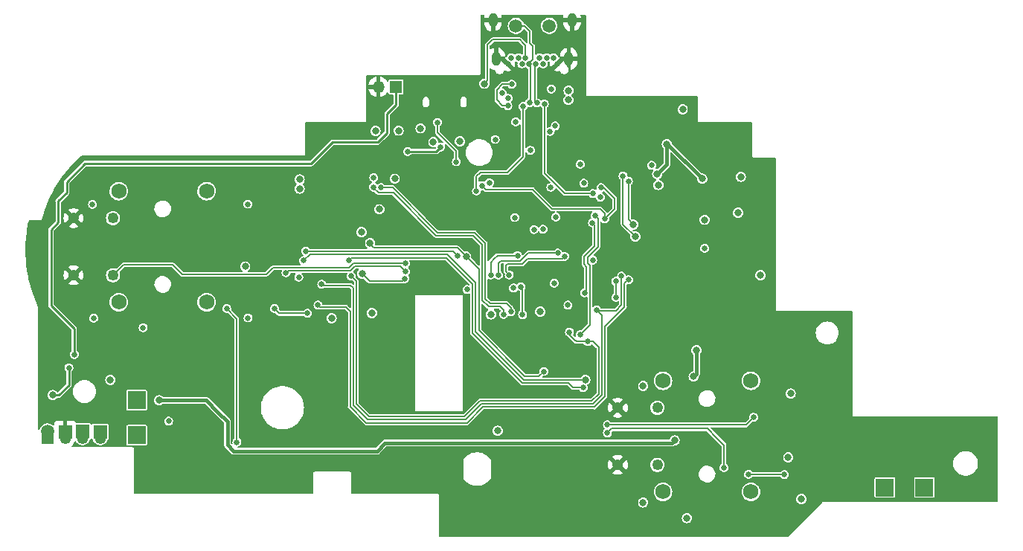
<source format=gbr>
G04 #@! TF.GenerationSoftware,KiCad,Pcbnew,7.0.6*
G04 #@! TF.CreationDate,2023-12-22T13:27:43-08:00*
G04 #@! TF.ProjectId,procon_gcc_main_pcb,70726f63-6f6e-45f6-9763-635f6d61696e,1*
G04 #@! TF.SameCoordinates,Original*
G04 #@! TF.FileFunction,Copper,L4,Bot*
G04 #@! TF.FilePolarity,Positive*
%FSLAX46Y46*%
G04 Gerber Fmt 4.6, Leading zero omitted, Abs format (unit mm)*
G04 Created by KiCad (PCBNEW 7.0.6) date 2023-12-22 13:27:43*
%MOMM*%
%LPD*%
G01*
G04 APERTURE LIST*
G04 #@! TA.AperFunction,SMDPad,CuDef*
%ADD10R,1.500000X1.500000*%
G04 #@! TD*
G04 #@! TA.AperFunction,SMDPad,CuDef*
%ADD11C,1.500000*%
G04 #@! TD*
G04 #@! TA.AperFunction,ComponentPad*
%ADD12R,2.000000X2.000000*%
G04 #@! TD*
G04 #@! TA.AperFunction,ComponentPad*
%ADD13R,1.350000X1.350000*%
G04 #@! TD*
G04 #@! TA.AperFunction,ComponentPad*
%ADD14O,1.350000X1.350000*%
G04 #@! TD*
G04 #@! TA.AperFunction,ComponentPad*
%ADD15C,1.750000*%
G04 #@! TD*
G04 #@! TA.AperFunction,ComponentPad*
%ADD16C,1.250000*%
G04 #@! TD*
G04 #@! TA.AperFunction,ComponentPad*
%ADD17C,0.650000*%
G04 #@! TD*
G04 #@! TA.AperFunction,ComponentPad*
%ADD18O,1.000000X1.600000*%
G04 #@! TD*
G04 #@! TA.AperFunction,ViaPad*
%ADD19C,0.800000*%
G04 #@! TD*
G04 #@! TA.AperFunction,ViaPad*
%ADD20C,0.650000*%
G04 #@! TD*
G04 #@! TA.AperFunction,Conductor*
%ADD21C,0.400000*%
G04 #@! TD*
G04 #@! TA.AperFunction,Conductor*
%ADD22C,0.250000*%
G04 #@! TD*
G04 #@! TA.AperFunction,Conductor*
%ADD23C,0.150000*%
G04 #@! TD*
G04 #@! TA.AperFunction,Conductor*
%ADD24C,0.200000*%
G04 #@! TD*
G04 APERTURE END LIST*
D10*
X89275000Y-139500000D03*
X87275000Y-139475000D03*
X85275000Y-139500000D03*
D11*
X83275000Y-139475000D03*
D12*
X183062000Y-145848750D03*
X93413992Y-139903200D03*
D13*
X83274400Y-140182600D03*
D14*
X85274400Y-140182600D03*
X87274400Y-140182600D03*
X89274400Y-140182600D03*
D15*
X153320200Y-133697000D03*
X153320200Y-146347000D03*
X163320200Y-133697000D03*
X163320200Y-146347000D03*
D16*
X152670200Y-136772000D03*
X152670200Y-143272000D03*
X148170200Y-136772000D03*
X148170200Y-143272000D03*
D13*
X122920000Y-100228400D03*
D14*
X120920000Y-100228400D03*
D17*
X135660000Y-97625000D03*
X136060000Y-96925000D03*
X136860000Y-96925000D03*
X137260000Y-97625000D03*
X137660000Y-96925000D03*
X138060000Y-97625000D03*
X138860000Y-97625000D03*
X139260000Y-96925000D03*
X139660000Y-97625000D03*
X140060000Y-96925000D03*
X140860000Y-96925000D03*
X141260000Y-97625000D03*
D18*
X142950000Y-92635000D03*
X142590000Y-97025000D03*
X134330000Y-97025000D03*
X133970000Y-92635000D03*
D15*
X91377000Y-112107600D03*
X91377000Y-124757600D03*
X101377000Y-112107600D03*
X101377000Y-124757600D03*
D16*
X90727000Y-115182600D03*
X90727000Y-121682600D03*
X86227000Y-115182600D03*
X86227000Y-121682600D03*
D12*
X93413992Y-135909304D03*
X178562000Y-145848750D03*
D11*
X136575800Y-93294200D03*
X140360400Y-93294200D03*
D19*
X120192800Y-125984000D03*
D20*
X142494000Y-125095000D03*
D19*
X156032200Y-149326600D03*
D20*
X136296400Y-123139200D03*
D19*
X167843200Y-135153400D03*
D20*
X140926929Y-122588129D03*
X120396000Y-110566200D03*
D19*
X169062400Y-147167600D03*
D20*
X111861600Y-121920000D03*
D19*
X134493000Y-139395200D03*
X119006702Y-116774102D03*
D20*
X136448800Y-115112800D03*
X106095800Y-126542800D03*
X138208690Y-107452022D03*
X94157800Y-127660400D03*
X138620500Y-116483094D03*
D19*
X122783600Y-110693200D03*
D20*
X144297400Y-111201200D03*
D19*
X151053800Y-147548600D03*
D20*
X145313400Y-119964200D03*
X88519000Y-126568200D03*
X106070400Y-113588800D03*
X134213600Y-106222800D03*
X88392000Y-113614200D03*
X133553200Y-111150400D03*
D19*
X115595400Y-126568200D03*
X167563800Y-142417800D03*
X105765600Y-120675400D03*
X161862120Y-114560361D03*
X121031000Y-114173000D03*
D20*
X136555272Y-104215215D03*
X141122400Y-115062000D03*
D19*
X162175896Y-110478591D03*
D20*
X97053400Y-138303000D03*
X131013200Y-123317000D03*
D19*
X155550000Y-102800000D03*
D20*
X143891000Y-109042200D03*
D19*
X151053800Y-134289800D03*
D20*
X142824200Y-121038129D03*
D19*
X159607099Y-112015147D03*
D20*
X137072363Y-121131594D03*
D19*
X161199272Y-112009786D03*
D20*
X96520000Y-139039600D03*
D19*
X131191000Y-118135400D03*
D20*
X134277100Y-107339094D03*
X102412800Y-140462000D03*
X111836200Y-113030000D03*
X150266400Y-119405400D03*
X132892800Y-110591600D03*
X120421400Y-115366800D03*
X142138400Y-107492800D03*
X140588129Y-103784400D03*
D19*
X165227000Y-112242600D03*
D20*
X138988800Y-122834400D03*
X153238200Y-119176800D03*
X147040600Y-123240800D03*
X117246400Y-124079000D03*
D19*
X131394200Y-104241600D03*
D20*
X144297400Y-110109000D03*
X138214403Y-106526609D03*
X138785600Y-114096800D03*
D19*
X95961200Y-135915400D03*
X157124400Y-130225800D03*
X154635200Y-140487400D03*
X156794200Y-133223000D03*
D20*
X124231400Y-107599500D03*
X128016000Y-107091500D03*
D19*
X142570200Y-100660200D03*
D20*
X139661900Y-116432294D03*
X140552529Y-111680482D03*
X135661400Y-102387400D03*
X136093200Y-99923600D03*
D19*
X125722725Y-104956086D03*
X130199837Y-106444519D03*
X127177237Y-106529446D03*
X123215400Y-105206800D03*
D20*
X140589000Y-100482400D03*
X135686800Y-101523800D03*
X138105188Y-102039497D03*
D19*
X136575800Y-93294200D03*
D20*
X139802765Y-102180015D03*
X145338800Y-112369600D03*
X158055736Y-118612955D03*
D19*
X164401500Y-121678700D03*
X157782026Y-110690426D03*
X152657200Y-110163000D03*
X153750000Y-106750000D03*
X158055736Y-115366800D03*
D20*
X152027395Y-109166476D03*
D19*
X90424000Y-133604000D03*
X152784200Y-111407600D03*
D20*
X138957046Y-102068159D03*
D19*
X140360400Y-93294200D03*
D20*
X135026400Y-100965000D03*
D19*
X120599200Y-105257600D03*
X132969000Y-99872800D03*
D20*
X112852200Y-126009400D03*
X109093000Y-125476000D03*
X146989800Y-139623800D03*
X160248600Y-143586200D03*
X146989800Y-138709400D03*
X163626800Y-137845800D03*
X167132000Y-144373600D03*
X163042600Y-144348200D03*
X136753600Y-119430800D03*
X133705600Y-121640600D03*
X124028200Y-120319800D03*
X114054979Y-125077210D03*
X149387551Y-122193703D03*
X103657400Y-125476000D03*
X104825800Y-140690600D03*
X129794000Y-108762800D03*
X127641468Y-104273468D03*
X132723174Y-111472425D03*
X146253200Y-111709200D03*
X146685000Y-115239800D03*
X86309200Y-130708400D03*
X123948748Y-122066958D03*
X135813800Y-121640600D03*
D19*
X119075200Y-121488200D03*
D20*
X142113000Y-119532400D03*
X147955000Y-124206000D03*
X147929600Y-122377200D03*
X117830600Y-121793000D03*
X142671800Y-128168400D03*
X144754600Y-129235200D03*
X148590000Y-121793000D03*
X145745200Y-125628400D03*
X114477800Y-122707400D03*
X141325600Y-119151400D03*
X124028200Y-121259600D03*
X134569200Y-121666000D03*
X110413800Y-121412000D03*
X143891000Y-128447800D03*
X145585161Y-114913733D03*
X144373600Y-123698000D03*
X145294367Y-115729088D03*
D19*
X142544800Y-101727000D03*
D20*
X137367240Y-102463027D03*
X132089527Y-112088469D03*
X144221200Y-134467600D03*
X117551200Y-119964200D03*
D19*
X130911600Y-119557800D03*
D20*
X139750800Y-132638800D03*
D19*
X119983925Y-118022388D03*
D20*
X137337800Y-126161800D03*
X137160000Y-122986800D03*
X112649000Y-118922800D03*
X129971800Y-119481600D03*
D19*
X150164800Y-117271800D03*
D20*
X148767800Y-110369400D03*
D19*
X139344400Y-125831600D03*
D20*
X149377400Y-110972600D03*
D19*
X149936200Y-115900200D03*
X133731000Y-126136400D03*
D20*
X112420400Y-120015000D03*
D19*
X144475200Y-133578600D03*
D20*
X140470827Y-105311470D03*
D19*
X111963200Y-110777800D03*
D20*
X141058451Y-104693756D03*
D19*
X111963200Y-111827800D03*
D20*
X135991600Y-125857000D03*
X121234200Y-111709200D03*
X120370600Y-111658400D03*
X135153400Y-126136400D03*
X85699600Y-132232400D03*
D19*
X83870800Y-135331200D03*
D20*
X146174359Y-112798690D03*
D21*
X103733600Y-140157200D02*
X103733600Y-140995400D01*
X120751600Y-141732000D02*
X121666000Y-140817600D01*
X95961200Y-135915400D02*
X101320600Y-135915400D01*
X104368600Y-141630400D02*
X104470200Y-141732000D01*
X103733600Y-138328400D02*
X103733600Y-140157200D01*
X104470200Y-141732000D02*
X108381800Y-141732000D01*
X154355800Y-140766800D02*
X154635200Y-140487400D01*
X101320600Y-135915400D02*
X102616000Y-137210800D01*
X108381800Y-141732000D02*
X120751600Y-141732000D01*
X126720600Y-140766800D02*
X154355800Y-140766800D01*
X121716800Y-140766800D02*
X126720600Y-140766800D01*
X103733600Y-140995400D02*
X104368600Y-141630400D01*
X102616000Y-137210800D02*
X103733600Y-138328400D01*
X156794200Y-133223000D02*
X157124400Y-132892800D01*
X157124400Y-132892800D02*
X157124400Y-130225800D01*
X121666000Y-140817600D02*
X121716800Y-140766800D01*
D22*
X124231400Y-107599500D02*
X127508000Y-107599500D01*
X127508000Y-107599500D02*
X128016000Y-107091500D01*
D23*
X134391400Y-100584000D02*
X134391400Y-101727000D01*
X134391400Y-101727000D02*
X135051800Y-102387400D01*
X136093200Y-99923600D02*
X135051800Y-99923600D01*
X135051800Y-99923600D02*
X134391400Y-100584000D01*
X135051800Y-102387400D02*
X135661400Y-102387400D01*
X138506200Y-95605600D02*
X138150600Y-95250000D01*
X138105188Y-102039497D02*
X138201400Y-101943285D01*
X138060000Y-97525000D02*
X138506200Y-97078800D01*
X138201400Y-101943285D02*
X138201400Y-97766400D01*
X138150600Y-93903800D02*
X138150600Y-95250000D01*
X138060000Y-97625000D02*
X138060000Y-97525000D01*
X137541000Y-93294200D02*
X136575800Y-93294200D01*
X138506200Y-97078800D02*
X138506200Y-95605600D01*
X138201400Y-97766400D02*
X138060000Y-97625000D01*
X137541000Y-93294200D02*
X138150600Y-93903800D01*
X142163800Y-112369600D02*
X145338800Y-112369600D01*
X139852400Y-102229650D02*
X139852400Y-110058200D01*
X139852400Y-110058200D02*
X142163800Y-112369600D01*
X139802765Y-102180015D02*
X139852400Y-102229650D01*
D21*
X157782026Y-110690426D02*
X153841600Y-106750000D01*
X153750000Y-109070200D02*
X152657200Y-110163000D01*
X153750000Y-106750000D02*
X153750000Y-109070200D01*
X153841600Y-106750000D02*
X153750000Y-106750000D01*
D23*
X138957046Y-102068159D02*
X138709400Y-101820513D01*
X138709400Y-101820513D02*
X138709400Y-97775600D01*
X138709400Y-97775600D02*
X138860000Y-97625000D01*
X137007600Y-94869000D02*
X134315200Y-94869000D01*
X133502400Y-95275400D02*
X133324600Y-95453200D01*
X134315200Y-94869000D02*
X133908800Y-94869000D01*
X137363200Y-95224600D02*
X137007600Y-94869000D01*
X133324600Y-99517200D02*
X132969000Y-99872800D01*
X133324600Y-97180400D02*
X133324600Y-99517200D01*
X137660000Y-95521400D02*
X137363200Y-95224600D01*
X133908800Y-94869000D02*
X133502400Y-95275400D01*
X133324600Y-95453200D02*
X133324600Y-97180400D01*
X137660000Y-96925000D02*
X137660000Y-95521400D01*
D24*
X112852200Y-126009400D02*
X109626400Y-126009400D01*
X109626400Y-126009400D02*
X109093000Y-125476000D01*
X147472400Y-139141200D02*
X146989800Y-139623800D01*
X159435800Y-140208000D02*
X158369000Y-139141200D01*
X158369000Y-139141200D02*
X157835600Y-139141200D01*
X160248600Y-141020800D02*
X159435800Y-140208000D01*
X160248600Y-143586200D02*
X160248600Y-141020800D01*
X157835600Y-139141200D02*
X147472400Y-139141200D01*
X163626800Y-137845800D02*
X162763200Y-138709400D01*
X162763200Y-138709400D02*
X146989800Y-138709400D01*
D23*
X167132000Y-144373600D02*
X167106600Y-144348200D01*
X167106600Y-144348200D02*
X163042600Y-144348200D01*
X134467600Y-119430800D02*
X134061200Y-119837200D01*
X91912000Y-120497600D02*
X90727000Y-121682600D01*
X98577400Y-121564400D02*
X97510600Y-120497600D01*
X108915200Y-120802400D02*
X108153200Y-121564400D01*
X117602000Y-120802400D02*
X108915200Y-120802400D01*
X97510600Y-120497600D02*
X91912000Y-120497600D01*
X124028200Y-120319800D02*
X118084600Y-120319800D01*
X133705600Y-120192800D02*
X133705600Y-121640600D01*
X136753600Y-119430800D02*
X134467600Y-119430800D01*
X134061200Y-119837200D02*
X133705600Y-120192800D01*
X108153200Y-121564400D02*
X98577400Y-121564400D01*
X118084600Y-120319800D02*
X117602000Y-120802400D01*
X145496800Y-136697200D02*
X132796800Y-136697200D01*
X117703600Y-136652000D02*
X117703600Y-125780800D01*
X146710400Y-127508000D02*
X146710400Y-135483600D01*
X148940000Y-125278400D02*
X146710400Y-127508000D01*
X149387551Y-122193703D02*
X148940000Y-122641254D01*
X146710400Y-135483600D02*
X145496800Y-136697200D01*
X114275969Y-125298200D02*
X114054979Y-125077210D01*
X117703600Y-125780800D02*
X117221000Y-125298200D01*
X131013200Y-138480800D02*
X119532400Y-138480800D01*
X119532400Y-138480800D02*
X117703600Y-136652000D01*
X117221000Y-125298200D02*
X114275969Y-125298200D01*
X148940000Y-122641254D02*
X148940000Y-125278400D01*
X132796800Y-136697200D02*
X131013200Y-138480800D01*
X104825800Y-126644400D02*
X103657400Y-125476000D01*
X104825800Y-140690600D02*
X104825800Y-126644400D01*
X129768600Y-107569000D02*
X129768600Y-108737400D01*
X129768600Y-108737400D02*
X129794000Y-108762800D01*
X127641468Y-104273468D02*
X127641468Y-105441868D01*
X127641468Y-105441868D02*
X129768600Y-107569000D01*
X146685000Y-115239800D02*
X147828000Y-114096800D01*
X132723174Y-111472425D02*
X133163149Y-111912400D01*
X146151600Y-114147600D02*
X146685000Y-114681000D01*
X146558000Y-111709200D02*
X146253200Y-111709200D01*
X147828000Y-114096800D02*
X147828000Y-112979200D01*
X138480800Y-111912400D02*
X140716000Y-114147600D01*
X133163149Y-111912400D02*
X138480800Y-111912400D01*
X147828000Y-112979200D02*
X146558000Y-111709200D01*
X146685000Y-114681000D02*
X146685000Y-115239800D01*
X140716000Y-114147600D02*
X146151600Y-114147600D01*
D22*
X121920000Y-105460800D02*
X121920000Y-103276400D01*
X86309200Y-127762000D02*
X83667600Y-125120400D01*
X120853200Y-106527600D02*
X121920000Y-105460800D01*
X113284000Y-108966000D02*
X115722400Y-106527600D01*
X83667600Y-125120400D02*
X83667600Y-116484400D01*
X83667600Y-116484400D02*
X84480400Y-115671600D01*
X84480400Y-115671600D02*
X84480400Y-113233200D01*
X87528400Y-108966000D02*
X113284000Y-108966000D01*
X115722400Y-106527600D02*
X120853200Y-106527600D01*
X122920000Y-102276400D02*
X122920000Y-100228400D01*
X85445600Y-112268000D02*
X85445600Y-111048800D01*
X84480400Y-113233200D02*
X85445600Y-112268000D01*
X86309200Y-130708400D02*
X86309200Y-127762000D01*
X85445600Y-111048800D02*
X87528400Y-108966000D01*
X121920000Y-103276400D02*
X122920000Y-102276400D01*
D23*
X137007600Y-120421400D02*
X135585200Y-120421400D01*
X123948748Y-122066958D02*
X123689306Y-122326400D01*
X142113000Y-119532400D02*
X141859000Y-119786400D01*
X123689306Y-122326400D02*
X119913400Y-122326400D01*
X137642600Y-120040400D02*
X137261600Y-120421400D01*
X137896600Y-119786400D02*
X137642600Y-120040400D01*
X119913400Y-122326400D02*
X119075200Y-121488200D01*
X137261600Y-120421400D02*
X137007600Y-120421400D01*
X135407400Y-121234200D02*
X135813800Y-121640600D01*
X141859000Y-119786400D02*
X140487400Y-119786400D01*
X135585200Y-120421400D02*
X135407400Y-120599200D01*
X140487400Y-119786400D02*
X137896600Y-119786400D01*
X135407400Y-120599200D02*
X135407400Y-121234200D01*
X143459200Y-129235200D02*
X143230600Y-129006600D01*
X119151400Y-137083800D02*
X118414800Y-136347200D01*
X144754600Y-129235200D02*
X143459200Y-129235200D01*
X145999200Y-129870200D02*
X145999200Y-135178800D01*
X145364200Y-129235200D02*
X145999200Y-129870200D01*
X118414800Y-136347200D02*
X118414800Y-128219200D01*
X118414800Y-122377200D02*
X117830600Y-121793000D01*
X144754600Y-129235200D02*
X145364200Y-129235200D01*
X147929600Y-122377200D02*
X147929600Y-124180600D01*
X132486400Y-135991600D02*
X130708400Y-137769600D01*
X147929600Y-124180600D02*
X147955000Y-124206000D01*
X130708400Y-137769600D02*
X119837200Y-137769600D01*
X118414800Y-128219200D02*
X118414800Y-122377200D01*
X145186400Y-135991600D02*
X132486400Y-135991600D01*
X119837200Y-137769600D02*
X119151400Y-137083800D01*
X142671800Y-128447800D02*
X142671800Y-128168400D01*
X143230600Y-129006600D02*
X142671800Y-128447800D01*
X145999200Y-135178800D02*
X145186400Y-135991600D01*
X130403600Y-138125200D02*
X119684800Y-138125200D01*
X146354800Y-126238000D02*
X146354800Y-130225800D01*
X146354800Y-135331200D02*
X145973800Y-135712200D01*
X118745000Y-137185400D02*
X118059200Y-136499600D01*
X145338800Y-136347200D02*
X144856200Y-136347200D01*
X117754400Y-122834400D02*
X114604800Y-122834400D01*
X145745200Y-125628400D02*
X146354800Y-126238000D01*
X119684800Y-138125200D02*
X118745000Y-137185400D01*
X146354800Y-130225800D02*
X146354800Y-135331200D01*
X114604800Y-122834400D02*
X114477800Y-122707400D01*
X130860800Y-138125200D02*
X130403600Y-138125200D01*
X144856200Y-136347200D02*
X132638800Y-136347200D01*
X148590000Y-121793000D02*
X148590000Y-125095000D01*
X118059200Y-123139200D02*
X117754400Y-122834400D01*
X145973800Y-135712200D02*
X145338800Y-136347200D01*
X147955000Y-125730000D02*
X145846800Y-125730000D01*
X118059200Y-135077200D02*
X118059200Y-123139200D01*
X131902200Y-137083800D02*
X130860800Y-138125200D01*
X148590000Y-125095000D02*
X147955000Y-125730000D01*
X118059200Y-136499600D02*
X118059200Y-135077200D01*
X132638800Y-136347200D02*
X131902200Y-137083800D01*
X145846800Y-125730000D02*
X145745200Y-125628400D01*
X121513600Y-120675400D02*
X118237000Y-120675400D01*
X137312400Y-119837200D02*
X137083800Y-120065800D01*
X141325600Y-119151400D02*
X137998200Y-119151400D01*
X137083800Y-120065800D02*
X136423400Y-120065800D01*
X118237000Y-120675400D02*
X117760000Y-121152400D01*
X134594600Y-120294400D02*
X134594600Y-121640600D01*
X136423400Y-120065800D02*
X134823200Y-120065800D01*
X110673400Y-121152400D02*
X110413800Y-121412000D01*
X124028200Y-121259600D02*
X123444000Y-120675400D01*
X123444000Y-120675400D02*
X121513600Y-120675400D01*
X117760000Y-121152400D02*
X117297200Y-121152400D01*
X134594600Y-121640600D02*
X134569200Y-121666000D01*
X137998200Y-119151400D02*
X137312400Y-119837200D01*
X134823200Y-120065800D02*
X134594600Y-120294400D01*
X117297200Y-121152400D02*
X110673400Y-121152400D01*
X145897600Y-118491000D02*
X145897600Y-115226172D01*
X144713400Y-120304000D02*
X144713400Y-119675200D01*
X144973600Y-127365200D02*
X144973600Y-120564200D01*
X143891000Y-128447800D02*
X144973600Y-127365200D01*
X144713400Y-119675200D02*
X145897600Y-118491000D01*
X145897600Y-115226172D02*
X145585161Y-114913733D01*
X144973600Y-120564200D02*
X144713400Y-120304000D01*
X145542000Y-118338600D02*
X145542000Y-115976721D01*
X144623600Y-120709174D02*
X144348200Y-120433774D01*
X145542000Y-115976721D02*
X145294367Y-115729088D01*
X144373600Y-123698000D02*
X144623600Y-123448000D01*
X144348200Y-120433774D02*
X144348200Y-119532400D01*
X144348200Y-119532400D02*
X145542000Y-118338600D01*
X144623600Y-123448000D02*
X144623600Y-120709174D01*
X132537200Y-109982000D02*
X135585200Y-109982000D01*
X137367240Y-108199960D02*
X137367240Y-102463027D01*
X135585200Y-109982000D02*
X137367240Y-108199960D01*
X132089527Y-112088469D02*
X132089527Y-110429673D01*
X132089527Y-110429673D02*
X132537200Y-109982000D01*
X117551200Y-119964200D02*
X117830600Y-119684800D01*
X143052800Y-134467600D02*
X144221200Y-134467600D01*
X117830600Y-119684800D02*
X128625600Y-119684800D01*
X131622800Y-122682000D02*
X131622800Y-128256974D01*
X142513800Y-133928600D02*
X143052800Y-134467600D01*
X137294426Y-133928600D02*
X142513800Y-133928600D01*
X131622800Y-128256974D02*
X137294426Y-133928600D01*
X128625600Y-119684800D02*
X131622800Y-122682000D01*
X119983925Y-118022388D02*
X119983925Y-118129725D01*
X119983925Y-118129725D02*
X120319800Y-118465600D01*
D24*
X139750800Y-132638800D02*
X139192000Y-133197600D01*
D23*
X120427000Y-118572800D02*
X120904000Y-118572800D01*
D24*
X139192000Y-133197600D02*
X137591800Y-133197600D01*
X132359400Y-121005600D02*
X130911600Y-119557800D01*
D23*
X120319800Y-118465600D02*
X120427000Y-118572800D01*
D24*
X132359400Y-127965200D02*
X132359400Y-121005600D01*
D23*
X120904000Y-118572800D02*
X129926600Y-118572800D01*
X129926600Y-118572800D02*
X130911600Y-119557800D01*
D24*
X137591800Y-133197600D02*
X132359400Y-127965200D01*
D23*
X129413000Y-118922800D02*
X112649000Y-118922800D01*
X137337800Y-126161800D02*
X137337800Y-123164600D01*
X129971800Y-119481600D02*
X129413000Y-118922800D01*
X137337800Y-123164600D02*
X137160000Y-122986800D01*
X148767800Y-115874800D02*
X150164800Y-117271800D01*
X148767800Y-110369400D02*
X148767800Y-115874800D01*
X149377400Y-110972600D02*
X149377400Y-115341400D01*
X149377400Y-115341400D02*
X149936200Y-115900200D01*
X144475200Y-133578600D02*
X137439400Y-133578600D01*
X131978400Y-125628400D02*
X131978400Y-122529600D01*
X131978400Y-128117600D02*
X131978400Y-125628400D01*
X129336800Y-119888000D02*
X128752600Y-119303800D01*
X137109200Y-133248400D02*
X131978400Y-128117600D01*
X128752600Y-119303800D02*
X127304800Y-119303800D01*
X131978400Y-122529600D02*
X129336800Y-119888000D01*
X127304800Y-119303800D02*
X113131600Y-119303800D01*
X113131600Y-119303800D02*
X112420400Y-120015000D01*
X137439400Y-133578600D02*
X137109200Y-133248400D01*
X135991600Y-125374400D02*
X135991600Y-125857000D01*
X135509000Y-124891800D02*
X135991600Y-125374400D01*
X122541974Y-111709200D02*
X127647374Y-116814600D01*
X133090400Y-118028200D02*
X133090400Y-124352800D01*
X121234200Y-111709200D02*
X122541974Y-111709200D01*
X133629400Y-124891800D02*
X135509000Y-124891800D01*
X127647374Y-116814600D02*
X131876800Y-116814600D01*
X133090400Y-124352800D02*
X133629400Y-124891800D01*
X131876800Y-116814600D02*
X133090400Y-118028200D01*
X131724400Y-117170200D02*
X132740400Y-118186200D01*
X122647000Y-112309200D02*
X127508000Y-117170200D01*
X120370600Y-111658400D02*
X120370600Y-111734600D01*
X134772400Y-125247400D02*
X135153400Y-125628400D01*
X127508000Y-117170200D02*
X131724400Y-117170200D01*
X120945200Y-112309200D02*
X122647000Y-112309200D01*
X135153400Y-125628400D02*
X135153400Y-126136400D01*
X132740400Y-118186200D02*
X132740400Y-124536200D01*
X120370600Y-111734600D02*
X120945200Y-112309200D01*
X133451600Y-125247400D02*
X134772400Y-125247400D01*
X132740400Y-124536200D02*
X133451600Y-125247400D01*
D22*
X84582000Y-135331200D02*
X83870800Y-135331200D01*
X85699600Y-134213600D02*
X84582000Y-135331200D01*
X85699600Y-132232400D02*
X85699600Y-134213600D01*
G04 #@! TA.AperFunction,Conductor*
G36*
X138564412Y-102393742D02*
G01*
X138585959Y-102411821D01*
X138622610Y-102454119D01*
X138744894Y-102532706D01*
X138884366Y-102573659D01*
X138884368Y-102573659D01*
X139029724Y-102573659D01*
X139029726Y-102573659D01*
X139169198Y-102532706D01*
X139277941Y-102462820D01*
X139337324Y-102449408D01*
X139391436Y-102477304D01*
X139393311Y-102479399D01*
X139468329Y-102565975D01*
X139556017Y-102622329D01*
X139592886Y-102670774D01*
X139596900Y-102697200D01*
X139596900Y-110024261D01*
X139595190Y-110041623D01*
X139591893Y-110058200D01*
X139598875Y-110093297D01*
X139611723Y-110157888D01*
X139611725Y-110157893D01*
X139644048Y-110206269D01*
X139668194Y-110242406D01*
X139682236Y-110251788D01*
X139695725Y-110262857D01*
X140472729Y-111039861D01*
X140498457Y-111095037D01*
X140482701Y-111153842D01*
X140434871Y-111188188D01*
X140340377Y-111215935D01*
X140315084Y-111232190D01*
X140218092Y-111294522D01*
X140122903Y-111404376D01*
X140122901Y-111404379D01*
X140062517Y-111536602D01*
X140041831Y-111680481D01*
X140041831Y-111680482D01*
X140062517Y-111824361D01*
X140122901Y-111956584D01*
X140122903Y-111956587D01*
X140177852Y-112020001D01*
X140218093Y-112066442D01*
X140340377Y-112145029D01*
X140479849Y-112185982D01*
X140479851Y-112185982D01*
X140625207Y-112185982D01*
X140625209Y-112185982D01*
X140764681Y-112145029D01*
X140886965Y-112066442D01*
X140982155Y-111956586D01*
X141042540Y-111824362D01*
X141044224Y-111812648D01*
X141072975Y-111758987D01*
X141129494Y-111736360D01*
X141187334Y-111755356D01*
X141195251Y-111762382D01*
X141959140Y-112526271D01*
X141970208Y-112539759D01*
X141979064Y-112553014D01*
X141979594Y-112553806D01*
X141979597Y-112553808D01*
X142029465Y-112587128D01*
X142064105Y-112610275D01*
X142064107Y-112610275D01*
X142064108Y-112610276D01*
X142163800Y-112630106D01*
X142180370Y-112626809D01*
X142197733Y-112625100D01*
X144850676Y-112625100D01*
X144907884Y-112645922D01*
X144917936Y-112655816D01*
X145004364Y-112755560D01*
X145126648Y-112834147D01*
X145266120Y-112875100D01*
X145266122Y-112875100D01*
X145411478Y-112875100D01*
X145411480Y-112875100D01*
X145550952Y-112834147D01*
X145550962Y-112834140D01*
X145553355Y-112833049D01*
X145555183Y-112832903D01*
X145557059Y-112832353D01*
X145557174Y-112832745D01*
X145614044Y-112828225D01*
X145663634Y-112863540D01*
X145678420Y-112901341D01*
X145684347Y-112942569D01*
X145744731Y-113074792D01*
X145744733Y-113074795D01*
X145837713Y-113182100D01*
X145839923Y-113184650D01*
X145962207Y-113263237D01*
X146101679Y-113304190D01*
X146101681Y-113304190D01*
X146247037Y-113304190D01*
X146247039Y-113304190D01*
X146386511Y-113263237D01*
X146508795Y-113184650D01*
X146603985Y-113074794D01*
X146664370Y-112942570D01*
X146685057Y-112798690D01*
X146682810Y-112783065D01*
X146664370Y-112654810D01*
X146603985Y-112522586D01*
X146603984Y-112522584D01*
X146508795Y-112412730D01*
X146478925Y-112393534D01*
X146403870Y-112345299D01*
X146367002Y-112296854D01*
X146369898Y-112236043D01*
X146411206Y-112191322D01*
X146426909Y-112185034D01*
X146465352Y-112173747D01*
X146524253Y-112135893D01*
X146583633Y-112122481D01*
X146635300Y-112147832D01*
X147546432Y-113058963D01*
X147572161Y-113114139D01*
X147572500Y-113121896D01*
X147572500Y-113954102D01*
X147551678Y-114011310D01*
X147546433Y-114017034D01*
X147024982Y-114538484D01*
X146969808Y-114564212D01*
X146911003Y-114548456D01*
X146888050Y-114524996D01*
X146881036Y-114514499D01*
X146881033Y-114514496D01*
X146869206Y-114496794D01*
X146864294Y-114493512D01*
X146855162Y-114487410D01*
X146841674Y-114476342D01*
X146356257Y-113990925D01*
X146345188Y-113977436D01*
X146343399Y-113974759D01*
X146335806Y-113963394D01*
X146321899Y-113954102D01*
X146262270Y-113914260D01*
X146254985Y-113907658D01*
X146251291Y-113906923D01*
X146151600Y-113887093D01*
X146135026Y-113890390D01*
X146117662Y-113892100D01*
X140858696Y-113892100D01*
X140801488Y-113871278D01*
X140795763Y-113866032D01*
X138685459Y-111755727D01*
X138674390Y-111742239D01*
X138665008Y-111728197D01*
X138665006Y-111728194D01*
X138636577Y-111709199D01*
X138602039Y-111686121D01*
X138587780Y-111676594D01*
X138584372Y-111673797D01*
X138580491Y-111671723D01*
X138480800Y-111651893D01*
X138464226Y-111655190D01*
X138446862Y-111656900D01*
X133978070Y-111656900D01*
X133920862Y-111636078D01*
X133890422Y-111583355D01*
X133900994Y-111523400D01*
X133910808Y-111509618D01*
X133982825Y-111426505D01*
X133982827Y-111426502D01*
X134029985Y-111323240D01*
X134043211Y-111294280D01*
X134063898Y-111150400D01*
X134061958Y-111136910D01*
X134043211Y-111006520D01*
X133982827Y-110874297D01*
X133982825Y-110874294D01*
X133887636Y-110764440D01*
X133862847Y-110748509D01*
X133765352Y-110685853D01*
X133625880Y-110644900D01*
X133480520Y-110644900D01*
X133341048Y-110685853D01*
X133324487Y-110696496D01*
X133218763Y-110764440D01*
X133123574Y-110874294D01*
X133123572Y-110874297D01*
X133076365Y-110977668D01*
X133033660Y-111021057D01*
X132973056Y-111026843D01*
X132947291Y-111015567D01*
X132935329Y-111007879D01*
X132918822Y-111003032D01*
X132795854Y-110966925D01*
X132650494Y-110966925D01*
X132511022Y-111007878D01*
X132511020Y-111007878D01*
X132511020Y-111007879D01*
X132502498Y-111013356D01*
X132486859Y-111023407D01*
X132482144Y-111026437D01*
X132422760Y-111039849D01*
X132368648Y-111011952D01*
X132345128Y-110955799D01*
X132345027Y-110951565D01*
X132345027Y-110572370D01*
X132365849Y-110515162D01*
X132371094Y-110509437D01*
X132616964Y-110263567D01*
X132672140Y-110237839D01*
X132679897Y-110237500D01*
X135551263Y-110237500D01*
X135568625Y-110239209D01*
X135585200Y-110242507D01*
X135684891Y-110222676D01*
X135684894Y-110222674D01*
X135766607Y-110168077D01*
X135766609Y-110168074D01*
X135769406Y-110166206D01*
X135778792Y-110152156D01*
X135789855Y-110138675D01*
X137523911Y-108404618D01*
X137537393Y-108393554D01*
X137551446Y-108384166D01*
X137590773Y-108325306D01*
X137607916Y-108299652D01*
X137627747Y-108199960D01*
X137624450Y-108183383D01*
X137622740Y-108166021D01*
X137622740Y-107786336D01*
X137643562Y-107729128D01*
X137696285Y-107698688D01*
X137756240Y-107709260D01*
X137779002Y-107728054D01*
X137779063Y-107728124D01*
X137779064Y-107728126D01*
X137874254Y-107837982D01*
X137996538Y-107916569D01*
X138136010Y-107957522D01*
X138136012Y-107957522D01*
X138281368Y-107957522D01*
X138281370Y-107957522D01*
X138420842Y-107916569D01*
X138543126Y-107837982D01*
X138638316Y-107728126D01*
X138698701Y-107595902D01*
X138719388Y-107452022D01*
X138698701Y-107308142D01*
X138692088Y-107293661D01*
X138638317Y-107175919D01*
X138638315Y-107175916D01*
X138543126Y-107066062D01*
X138543125Y-107066061D01*
X138420842Y-106987475D01*
X138281370Y-106946522D01*
X138136010Y-106946522D01*
X137996538Y-106987475D01*
X137946457Y-107019660D01*
X137874255Y-107066061D01*
X137874254Y-107066061D01*
X137874254Y-107066062D01*
X137789377Y-107164017D01*
X137779002Y-107175990D01*
X137725802Y-107205589D01*
X137666023Y-107194068D01*
X137627635Y-107146816D01*
X137622740Y-107117707D01*
X137622740Y-102948313D01*
X137643562Y-102891105D01*
X137663623Y-102873441D01*
X137701676Y-102848987D01*
X137796866Y-102739131D01*
X137857251Y-102606907D01*
X137858273Y-102599793D01*
X137887022Y-102546134D01*
X137943540Y-102523505D01*
X137971434Y-102527064D01*
X138032508Y-102544997D01*
X138032510Y-102544997D01*
X138177866Y-102544997D01*
X138177868Y-102544997D01*
X138317340Y-102504044D01*
X138439624Y-102425457D01*
X138451436Y-102411824D01*
X138504632Y-102382224D01*
X138564412Y-102393742D01*
G37*
G04 #@! TD.AperFunction*
G04 #@! TA.AperFunction,Conductor*
G36*
X136922111Y-95145322D02*
G01*
X136927835Y-95150567D01*
X137045219Y-95267950D01*
X137164736Y-95387467D01*
X137164738Y-95387470D01*
X137378433Y-95601165D01*
X137404161Y-95656340D01*
X137404500Y-95664097D01*
X137404500Y-96439713D01*
X137383678Y-96496921D01*
X137363617Y-96514584D01*
X137325565Y-96539038D01*
X137320755Y-96543207D01*
X137319291Y-96541518D01*
X137274052Y-96566682D01*
X137214274Y-96555153D01*
X137199578Y-96542822D01*
X137199245Y-96543207D01*
X137194439Y-96539042D01*
X137194433Y-96539038D01*
X137072152Y-96460453D01*
X136932680Y-96419500D01*
X136787320Y-96419500D01*
X136647848Y-96460453D01*
X136639002Y-96466138D01*
X136525560Y-96539042D01*
X136520755Y-96543207D01*
X136519291Y-96541518D01*
X136474052Y-96566682D01*
X136414274Y-96555153D01*
X136399578Y-96542822D01*
X136399245Y-96543207D01*
X136394439Y-96539042D01*
X136394433Y-96539038D01*
X136272152Y-96460453D01*
X136132680Y-96419500D01*
X135987320Y-96419500D01*
X135847848Y-96460453D01*
X135839002Y-96466138D01*
X135725563Y-96539040D01*
X135630374Y-96648894D01*
X135630372Y-96648898D01*
X135578702Y-96762040D01*
X135535996Y-96805429D01*
X135516250Y-96812123D01*
X135437505Y-96828862D01*
X135377218Y-96820390D01*
X135336481Y-96775148D01*
X135330000Y-96741807D01*
X135330000Y-96674280D01*
X135314582Y-96522668D01*
X135314579Y-96522654D01*
X135253699Y-96328617D01*
X135253695Y-96328607D01*
X135154994Y-96150784D01*
X135022519Y-95996468D01*
X134861695Y-95871981D01*
X134861693Y-95871980D01*
X134679096Y-95782412D01*
X134580000Y-95756754D01*
X134580000Y-96700376D01*
X134565495Y-96627455D01*
X134510240Y-96544760D01*
X134427545Y-96489505D01*
X134330000Y-96470102D01*
X134232455Y-96489505D01*
X134149760Y-96544760D01*
X134094505Y-96627455D01*
X134080000Y-96700376D01*
X134080000Y-95751633D01*
X134079999Y-95751632D01*
X134078058Y-95751929D01*
X133887337Y-95822564D01*
X133716178Y-95929248D01*
X133656614Y-95941838D01*
X133602893Y-95913196D01*
X133580151Y-95856724D01*
X133580100Y-95853718D01*
X133580100Y-95595895D01*
X133600922Y-95538687D01*
X133606159Y-95532971D01*
X133657941Y-95481188D01*
X133657946Y-95481185D01*
X133665268Y-95473862D01*
X133665270Y-95473862D01*
X133988563Y-95150567D01*
X134043739Y-95124839D01*
X134051496Y-95124500D01*
X134290033Y-95124500D01*
X136864903Y-95124500D01*
X136922111Y-95145322D01*
G37*
G04 #@! TD.AperFunction*
G04 #@! TA.AperFunction,Conductor*
G36*
X132962951Y-92035680D02*
G01*
X132993391Y-92088403D01*
X132992921Y-92121774D01*
X132970000Y-92233304D01*
X132970000Y-92384999D01*
X132970001Y-92385000D01*
X133720000Y-92385000D01*
X133720000Y-92885001D01*
X133719999Y-92885000D01*
X132970000Y-92885000D01*
X132970000Y-92985719D01*
X132985417Y-93137331D01*
X132985420Y-93137345D01*
X133046300Y-93331382D01*
X133046304Y-93331392D01*
X133145005Y-93509215D01*
X133277480Y-93663531D01*
X133438304Y-93788018D01*
X133438306Y-93788019D01*
X133620910Y-93877590D01*
X133719999Y-93903244D01*
X133720000Y-93903244D01*
X133720000Y-92959624D01*
X133734505Y-93032545D01*
X133789760Y-93115240D01*
X133872455Y-93170495D01*
X133970000Y-93189898D01*
X134067545Y-93170495D01*
X134150240Y-93115240D01*
X134205495Y-93032545D01*
X134220000Y-92959624D01*
X134220000Y-93908365D01*
X134221941Y-93908069D01*
X134221945Y-93908068D01*
X134412666Y-93837434D01*
X134585263Y-93729853D01*
X134585264Y-93729853D01*
X134732667Y-93589735D01*
X134732670Y-93589731D01*
X134848855Y-93422805D01*
X134848856Y-93422801D01*
X134929059Y-93235908D01*
X134929062Y-93235898D01*
X134969998Y-93036697D01*
X134970000Y-93036687D01*
X134970000Y-92885001D01*
X134969999Y-92885000D01*
X134220001Y-92885000D01*
X134220000Y-92885001D01*
X134220000Y-92385000D01*
X134969999Y-92385000D01*
X134970000Y-92384998D01*
X134970000Y-92284280D01*
X134954581Y-92132664D01*
X134953904Y-92130505D01*
X134953946Y-92129570D01*
X134953673Y-92128242D01*
X134954008Y-92128172D01*
X134956642Y-92069687D01*
X134997833Y-92024858D01*
X135038821Y-92014858D01*
X141885743Y-92014858D01*
X141942951Y-92035680D01*
X141973391Y-92088403D01*
X141972921Y-92121774D01*
X141950000Y-92233304D01*
X141950000Y-92384999D01*
X141950001Y-92385000D01*
X142700000Y-92385000D01*
X142700000Y-92885001D01*
X142699999Y-92885000D01*
X141950000Y-92885000D01*
X141950000Y-92985719D01*
X141965417Y-93137331D01*
X141965420Y-93137345D01*
X142026300Y-93331382D01*
X142026304Y-93331392D01*
X142125005Y-93509215D01*
X142257480Y-93663531D01*
X142418304Y-93788018D01*
X142418306Y-93788019D01*
X142600910Y-93877590D01*
X142699999Y-93903244D01*
X142700000Y-93903244D01*
X142700000Y-92959624D01*
X142714505Y-93032545D01*
X142769760Y-93115240D01*
X142852455Y-93170495D01*
X142950000Y-93189898D01*
X143047545Y-93170495D01*
X143130240Y-93115240D01*
X143185495Y-93032545D01*
X143200000Y-92959624D01*
X143200000Y-93908365D01*
X143201941Y-93908069D01*
X143201945Y-93908068D01*
X143392666Y-93837434D01*
X143565263Y-93729853D01*
X143565264Y-93729853D01*
X143712667Y-93589735D01*
X143712670Y-93589731D01*
X143828855Y-93422805D01*
X143828856Y-93422801D01*
X143909059Y-93235908D01*
X143909062Y-93235898D01*
X143949998Y-93036697D01*
X143950000Y-93036687D01*
X143950000Y-92885001D01*
X143949999Y-92885000D01*
X143200000Y-92885000D01*
X143200000Y-92385000D01*
X143949999Y-92385000D01*
X143950000Y-92384998D01*
X143950000Y-92284280D01*
X143934581Y-92132664D01*
X143933904Y-92130505D01*
X143933946Y-92129570D01*
X143933673Y-92128242D01*
X143934008Y-92128172D01*
X143936642Y-92069687D01*
X143977833Y-92024858D01*
X144018821Y-92014858D01*
X144466725Y-92014858D01*
X144523933Y-92035680D01*
X144554373Y-92088403D01*
X144555725Y-92103858D01*
X144555725Y-101082826D01*
X144552693Y-101105858D01*
X144550416Y-101114356D01*
X144550416Y-101114360D01*
X144554211Y-101128527D01*
X144554215Y-101128535D01*
X144555725Y-101134171D01*
X144555725Y-101134172D01*
X144571290Y-101192262D01*
X144628320Y-101249293D01*
X144706225Y-101270167D01*
X144713090Y-101268327D01*
X144714724Y-101267890D01*
X144737757Y-101264858D01*
X157166725Y-101264858D01*
X157223933Y-101285680D01*
X157254373Y-101338403D01*
X157255725Y-101353858D01*
X157255725Y-104082826D01*
X157252693Y-104105858D01*
X157250416Y-104114356D01*
X157250416Y-104114360D01*
X157254211Y-104128527D01*
X157254215Y-104128535D01*
X157255725Y-104134171D01*
X157255725Y-104134172D01*
X157271290Y-104192262D01*
X157328320Y-104249293D01*
X157406225Y-104270167D01*
X157413090Y-104268327D01*
X157414724Y-104267890D01*
X157437757Y-104264858D01*
X163366725Y-104264858D01*
X163423933Y-104285680D01*
X163454373Y-104338403D01*
X163455725Y-104353858D01*
X163455725Y-108082826D01*
X163452693Y-108105858D01*
X163450416Y-108114356D01*
X163450416Y-108114360D01*
X163454211Y-108128527D01*
X163454215Y-108128535D01*
X163455725Y-108134171D01*
X163455725Y-108134172D01*
X163471290Y-108192262D01*
X163528320Y-108249293D01*
X163606225Y-108270167D01*
X163613090Y-108268327D01*
X163614724Y-108267890D01*
X163637757Y-108264858D01*
X166066725Y-108264858D01*
X166123933Y-108285680D01*
X166154373Y-108338403D01*
X166155725Y-108353858D01*
X166155725Y-125582826D01*
X166152693Y-125605858D01*
X166150416Y-125614356D01*
X166150416Y-125614360D01*
X166154211Y-125628527D01*
X166154215Y-125628535D01*
X166155725Y-125634171D01*
X166155725Y-125634172D01*
X166171290Y-125692262D01*
X166228320Y-125749293D01*
X166306225Y-125770167D01*
X166313090Y-125768327D01*
X166314724Y-125767890D01*
X166337757Y-125764858D01*
X174766725Y-125764858D01*
X174823933Y-125785680D01*
X174854373Y-125838403D01*
X174855725Y-125853858D01*
X174855725Y-137582825D01*
X174852693Y-137605857D01*
X174850416Y-137614355D01*
X174850416Y-137614359D01*
X174854211Y-137628526D01*
X174854215Y-137628534D01*
X174855725Y-137634170D01*
X174855725Y-137634171D01*
X174871290Y-137692261D01*
X174928320Y-137749292D01*
X175006225Y-137770166D01*
X175013090Y-137768326D01*
X175014724Y-137767889D01*
X175037757Y-137764857D01*
X191316725Y-137764857D01*
X191373933Y-137785679D01*
X191404373Y-137838402D01*
X191405725Y-137853857D01*
X191405725Y-147374857D01*
X191384903Y-147432065D01*
X191332180Y-147462505D01*
X191316725Y-147463857D01*
X171607748Y-147463857D01*
X171602936Y-147463254D01*
X171555307Y-147463857D01*
X171535911Y-147463857D01*
X171531764Y-147464154D01*
X171513995Y-147464380D01*
X171513996Y-147464380D01*
X171513992Y-147464381D01*
X171507759Y-147468086D01*
X171485328Y-147477544D01*
X171478323Y-147479421D01*
X171478317Y-147479424D01*
X171465751Y-147491989D01*
X171462654Y-147494741D01*
X171449137Y-147508605D01*
X171415448Y-147542292D01*
X171412511Y-147546168D01*
X167618964Y-151436988D01*
X167564118Y-151463413D01*
X167555240Y-151463857D01*
X127895726Y-151463857D01*
X127838518Y-151443035D01*
X127808078Y-151390312D01*
X127806726Y-151374857D01*
X127806726Y-149326600D01*
X155446691Y-149326600D01*
X155466642Y-149478141D01*
X155466642Y-149478143D01*
X155466643Y-149478144D01*
X155525131Y-149619349D01*
X155525132Y-149619351D01*
X155525134Y-149619355D01*
X155618183Y-149740617D01*
X155739445Y-149833666D01*
X155880659Y-149892158D01*
X156032200Y-149912109D01*
X156183741Y-149892158D01*
X156324955Y-149833666D01*
X156446217Y-149740617D01*
X156539266Y-149619355D01*
X156597758Y-149478141D01*
X156617709Y-149326600D01*
X156597758Y-149175059D01*
X156539266Y-149033846D01*
X156446217Y-148912583D01*
X156446212Y-148912579D01*
X156446211Y-148912578D01*
X156390465Y-148869803D01*
X156324955Y-148819534D01*
X156324951Y-148819532D01*
X156324949Y-148819531D01*
X156183744Y-148761043D01*
X156183743Y-148761042D01*
X156183741Y-148761042D01*
X156032200Y-148741091D01*
X156032199Y-148741091D01*
X155999223Y-148745432D01*
X155880659Y-148761042D01*
X155880657Y-148761042D01*
X155880655Y-148761043D01*
X155739451Y-148819531D01*
X155739443Y-148819536D01*
X155618188Y-148912578D01*
X155618178Y-148912588D01*
X155525136Y-149033843D01*
X155525131Y-149033851D01*
X155466643Y-149175055D01*
X155466642Y-149175057D01*
X155466642Y-149175059D01*
X155446691Y-149326600D01*
X127806726Y-149326600D01*
X127806726Y-147548600D01*
X150468291Y-147548600D01*
X150488242Y-147700141D01*
X150488242Y-147700143D01*
X150488243Y-147700144D01*
X150546731Y-147841349D01*
X150546732Y-147841351D01*
X150546734Y-147841355D01*
X150639783Y-147962617D01*
X150761045Y-148055666D01*
X150902259Y-148114158D01*
X151053800Y-148134109D01*
X151205341Y-148114158D01*
X151346555Y-148055666D01*
X151467817Y-147962617D01*
X151560866Y-147841355D01*
X151619358Y-147700141D01*
X151639309Y-147548600D01*
X151619358Y-147397059D01*
X151560866Y-147255846D01*
X151467817Y-147134583D01*
X151467812Y-147134579D01*
X151467811Y-147134578D01*
X151412065Y-147091803D01*
X151346555Y-147041534D01*
X151346551Y-147041532D01*
X151346549Y-147041531D01*
X151205344Y-146983043D01*
X151205343Y-146983042D01*
X151205341Y-146983042D01*
X151053800Y-146963091D01*
X151053799Y-146963091D01*
X151020823Y-146967432D01*
X150902259Y-146983042D01*
X150902257Y-146983042D01*
X150902255Y-146983043D01*
X150761051Y-147041531D01*
X150761043Y-147041536D01*
X150639788Y-147134578D01*
X150639778Y-147134588D01*
X150546736Y-147255843D01*
X150546731Y-147255851D01*
X150488243Y-147397055D01*
X150488242Y-147397057D01*
X150488242Y-147397059D01*
X150468291Y-147548600D01*
X127806726Y-147548600D01*
X127806726Y-146745888D01*
X127809758Y-146722854D01*
X127812035Y-146714357D01*
X127812034Y-146714356D01*
X127812035Y-146714355D01*
X127791161Y-146636454D01*
X127791161Y-146636453D01*
X127769204Y-146614496D01*
X127734131Y-146579422D01*
X127656226Y-146558548D01*
X127656225Y-146558548D01*
X127647727Y-146560825D01*
X127624694Y-146563857D01*
X117895726Y-146563857D01*
X117838518Y-146543035D01*
X117808078Y-146490312D01*
X117806726Y-146474857D01*
X117806726Y-146347004D01*
X152259593Y-146347004D01*
X152279970Y-146553905D01*
X152279971Y-146553910D01*
X152279971Y-146553912D01*
X152279972Y-146553914D01*
X152340327Y-146752877D01*
X152340328Y-146752880D01*
X152340329Y-146752881D01*
X152438337Y-146936242D01*
X152570233Y-147096956D01*
X152570238Y-147096962D01*
X152570243Y-147096966D01*
X152730957Y-147228862D01*
X152801141Y-147266375D01*
X152914323Y-147326873D01*
X153113286Y-147387228D01*
X153113291Y-147387228D01*
X153113294Y-147387229D01*
X153320195Y-147407607D01*
X153320200Y-147407607D01*
X153320205Y-147407607D01*
X153527105Y-147387229D01*
X153527106Y-147387228D01*
X153527114Y-147387228D01*
X153726077Y-147326873D01*
X153909442Y-147228862D01*
X154070162Y-147096962D01*
X154202062Y-146936242D01*
X154300073Y-146752877D01*
X154360428Y-146553914D01*
X154360429Y-146553905D01*
X154380807Y-146347004D01*
X162259593Y-146347004D01*
X162279970Y-146553905D01*
X162279971Y-146553910D01*
X162279971Y-146553912D01*
X162279972Y-146553914D01*
X162340327Y-146752877D01*
X162340328Y-146752880D01*
X162340329Y-146752881D01*
X162438337Y-146936242D01*
X162570233Y-147096956D01*
X162570238Y-147096962D01*
X162570243Y-147096966D01*
X162730957Y-147228862D01*
X162801141Y-147266375D01*
X162914323Y-147326873D01*
X163113286Y-147387228D01*
X163113291Y-147387228D01*
X163113294Y-147387229D01*
X163320195Y-147407607D01*
X163320200Y-147407607D01*
X163320205Y-147407607D01*
X163527105Y-147387229D01*
X163527106Y-147387228D01*
X163527114Y-147387228D01*
X163726077Y-147326873D01*
X163909442Y-147228862D01*
X163984090Y-147167600D01*
X168476891Y-147167600D01*
X168496842Y-147319141D01*
X168496842Y-147319143D01*
X168496843Y-147319144D01*
X168555331Y-147460349D01*
X168555332Y-147460351D01*
X168555334Y-147460355D01*
X168579608Y-147491989D01*
X168621181Y-147546168D01*
X168648383Y-147581617D01*
X168769645Y-147674666D01*
X168910859Y-147733158D01*
X169062400Y-147753109D01*
X169213941Y-147733158D01*
X169355155Y-147674666D01*
X169476417Y-147581617D01*
X169569466Y-147460355D01*
X169627958Y-147319141D01*
X169647909Y-147167600D01*
X169627958Y-147016059D01*
X169569466Y-146874846D01*
X169563082Y-146866526D01*
X177381500Y-146866526D01*
X177391972Y-146919177D01*
X177391973Y-146919178D01*
X177431867Y-146978883D01*
X177431870Y-146978885D01*
X177431872Y-146978887D01*
X177491570Y-147018776D01*
X177491571Y-147018776D01*
X177491572Y-147018777D01*
X177544223Y-147029250D01*
X179579776Y-147029249D01*
X179632428Y-147018777D01*
X179692133Y-146978883D01*
X179732027Y-146919178D01*
X179742500Y-146866527D01*
X179742500Y-146866526D01*
X181881500Y-146866526D01*
X181891972Y-146919177D01*
X181891973Y-146919178D01*
X181931867Y-146978883D01*
X181931870Y-146978885D01*
X181931872Y-146978887D01*
X181991570Y-147018776D01*
X181991571Y-147018776D01*
X181991572Y-147018777D01*
X182044223Y-147029250D01*
X184079776Y-147029249D01*
X184132428Y-147018777D01*
X184192133Y-146978883D01*
X184232027Y-146919178D01*
X184242500Y-146866527D01*
X184242499Y-144830974D01*
X184241783Y-144827376D01*
X184232027Y-144778322D01*
X184226070Y-144769407D01*
X184192133Y-144718617D01*
X184192129Y-144718614D01*
X184192127Y-144718612D01*
X184132429Y-144678723D01*
X184132430Y-144678723D01*
X184079777Y-144668250D01*
X182044223Y-144668250D01*
X181991572Y-144678722D01*
X181931869Y-144718615D01*
X181931862Y-144718622D01*
X181891973Y-144778319D01*
X181881500Y-144830968D01*
X181881500Y-146866526D01*
X179742500Y-146866526D01*
X179742499Y-144830974D01*
X179741783Y-144827376D01*
X179732027Y-144778322D01*
X179726070Y-144769407D01*
X179692133Y-144718617D01*
X179692129Y-144718614D01*
X179692127Y-144718612D01*
X179632429Y-144678723D01*
X179632430Y-144678723D01*
X179579777Y-144668250D01*
X177544223Y-144668250D01*
X177491572Y-144678722D01*
X177431869Y-144718615D01*
X177431862Y-144718622D01*
X177391973Y-144778319D01*
X177381500Y-144830968D01*
X177381500Y-146866526D01*
X169563082Y-146866526D01*
X169476417Y-146753583D01*
X169476412Y-146753579D01*
X169476411Y-146753578D01*
X169399474Y-146694542D01*
X169355155Y-146660534D01*
X169355151Y-146660532D01*
X169355149Y-146660531D01*
X169213944Y-146602043D01*
X169213943Y-146602042D01*
X169213941Y-146602042D01*
X169062400Y-146582091D01*
X168910859Y-146602042D01*
X168910857Y-146602042D01*
X168910855Y-146602043D01*
X168769651Y-146660531D01*
X168769643Y-146660536D01*
X168648388Y-146753578D01*
X168648378Y-146753588D01*
X168555336Y-146874843D01*
X168555331Y-146874851D01*
X168496843Y-147016055D01*
X168496842Y-147016057D01*
X168496842Y-147016059D01*
X168476891Y-147167600D01*
X163984090Y-147167600D01*
X164070162Y-147096962D01*
X164202062Y-146936242D01*
X164300073Y-146752877D01*
X164360428Y-146553914D01*
X164360429Y-146553905D01*
X164380807Y-146347004D01*
X164380807Y-146346995D01*
X164360429Y-146140094D01*
X164360428Y-146140089D01*
X164360428Y-146140086D01*
X164300073Y-145941123D01*
X164262838Y-145871463D01*
X164202062Y-145757757D01*
X164070166Y-145597043D01*
X164070162Y-145597038D01*
X164070156Y-145597033D01*
X163909442Y-145465137D01*
X163778137Y-145394953D01*
X163726077Y-145367127D01*
X163527114Y-145306772D01*
X163527112Y-145306771D01*
X163527110Y-145306771D01*
X163527105Y-145306770D01*
X163320205Y-145286393D01*
X163320195Y-145286393D01*
X163113294Y-145306770D01*
X163113289Y-145306771D01*
X163113285Y-145306772D01*
X163113286Y-145306772D01*
X162914323Y-145367127D01*
X162914320Y-145367128D01*
X162914318Y-145367129D01*
X162730957Y-145465137D01*
X162570243Y-145597033D01*
X162570233Y-145597043D01*
X162438337Y-145757757D01*
X162340329Y-145941118D01*
X162279971Y-146140089D01*
X162279970Y-146140094D01*
X162259593Y-146346995D01*
X162259593Y-146347004D01*
X154380807Y-146347004D01*
X154380807Y-146346995D01*
X154360429Y-146140094D01*
X154360428Y-146140089D01*
X154360428Y-146140086D01*
X154300073Y-145941123D01*
X154262838Y-145871463D01*
X154202062Y-145757757D01*
X154070166Y-145597043D01*
X154070162Y-145597038D01*
X154070156Y-145597033D01*
X153909442Y-145465137D01*
X153778137Y-145394953D01*
X153726077Y-145367127D01*
X153527114Y-145306772D01*
X153527112Y-145306771D01*
X153527110Y-145306771D01*
X153527105Y-145306770D01*
X153320205Y-145286393D01*
X153320195Y-145286393D01*
X153113294Y-145306770D01*
X153113289Y-145306771D01*
X153113285Y-145306772D01*
X153113286Y-145306772D01*
X152914323Y-145367127D01*
X152914320Y-145367128D01*
X152914318Y-145367129D01*
X152730957Y-145465137D01*
X152570243Y-145597033D01*
X152570233Y-145597043D01*
X152438337Y-145757757D01*
X152340329Y-145941118D01*
X152279971Y-146140089D01*
X152279970Y-146140094D01*
X152259593Y-146346995D01*
X152259593Y-146347004D01*
X117806726Y-146347004D01*
X117806726Y-144795419D01*
X130601923Y-144795419D01*
X130604045Y-144806178D01*
X130604816Y-144814056D01*
X130604965Y-144814037D01*
X130605725Y-144819814D01*
X130609162Y-144832644D01*
X130609836Y-144835546D01*
X130615215Y-144862816D01*
X130617460Y-144867854D01*
X130620590Y-144876690D01*
X130621290Y-144877902D01*
X130621291Y-144877904D01*
X130637728Y-144894341D01*
X130646017Y-144903905D01*
X130648191Y-144906807D01*
X130711405Y-144991201D01*
X130711410Y-144991206D01*
X130871378Y-145154220D01*
X130888007Y-145171165D01*
X131086831Y-145326224D01*
X131304394Y-145453664D01*
X131536883Y-145551250D01*
X131780226Y-145617274D01*
X131780230Y-145617274D01*
X131780231Y-145617275D01*
X132030151Y-145650577D01*
X132030156Y-145650577D01*
X132282300Y-145650577D01*
X132532220Y-145617275D01*
X132532220Y-145617274D01*
X132532226Y-145617274D01*
X132775569Y-145551250D01*
X133008058Y-145453664D01*
X133225621Y-145326224D01*
X133424445Y-145171165D01*
X133601046Y-144991202D01*
X133666438Y-144903899D01*
X133674730Y-144894334D01*
X133691161Y-144877904D01*
X133691161Y-144877901D01*
X133691862Y-144876689D01*
X133694996Y-144867843D01*
X133697232Y-144862823D01*
X133697236Y-144862819D01*
X133702618Y-144835525D01*
X133703289Y-144832639D01*
X133706726Y-144819814D01*
X133706726Y-144819811D01*
X133707488Y-144814030D01*
X133707637Y-144814049D01*
X133708407Y-144806168D01*
X133710528Y-144795416D01*
X133709584Y-144791780D01*
X133706726Y-144769408D01*
X133706726Y-143272003D01*
X147040380Y-143272003D01*
X147059615Y-143479598D01*
X147059618Y-143479611D01*
X147116673Y-143680137D01*
X147116675Y-143680142D01*
X147209606Y-143866771D01*
X147209607Y-143866773D01*
X147214885Y-143873760D01*
X147725749Y-143362895D01*
X147726527Y-143373265D01*
X147776087Y-143499541D01*
X147860665Y-143605599D01*
X147972747Y-143682016D01*
X148080499Y-143715252D01*
X147571351Y-144224400D01*
X147666599Y-144283375D01*
X147861010Y-144358690D01*
X148065950Y-144396999D01*
X148065955Y-144397000D01*
X148274445Y-144397000D01*
X148274449Y-144396999D01*
X148416791Y-144370391D01*
X157366024Y-144370391D01*
X157395297Y-144561474D01*
X157462436Y-144742754D01*
X157564689Y-144906805D01*
X157564691Y-144906807D01*
X157697877Y-145046919D01*
X157856542Y-145157353D01*
X158034188Y-145233587D01*
X158034192Y-145233587D01*
X158034196Y-145233589D01*
X158223536Y-145272499D01*
X158223542Y-145272499D01*
X158223544Y-145272500D01*
X158223546Y-145272500D01*
X158368413Y-145272500D01*
X158512515Y-145257846D01*
X158512517Y-145257845D01*
X158512521Y-145257845D01*
X158696968Y-145199974D01*
X158865991Y-145106159D01*
X159012668Y-144980240D01*
X159130996Y-144827373D01*
X159216130Y-144653816D01*
X159264585Y-144466674D01*
X159270593Y-144348200D01*
X162531902Y-144348200D01*
X162552588Y-144492079D01*
X162612972Y-144624302D01*
X162612974Y-144624305D01*
X162694694Y-144718615D01*
X162708164Y-144734160D01*
X162830448Y-144812747D01*
X162969920Y-144853700D01*
X162969922Y-144853700D01*
X163115278Y-144853700D01*
X163115280Y-144853700D01*
X163254752Y-144812747D01*
X163377036Y-144734160D01*
X163463462Y-144634417D01*
X163516662Y-144604818D01*
X163530724Y-144603700D01*
X166624211Y-144603700D01*
X166681419Y-144624522D01*
X166699081Y-144644581D01*
X166702372Y-144649702D01*
X166784409Y-144744378D01*
X166797564Y-144759560D01*
X166919848Y-144838147D01*
X167059320Y-144879100D01*
X167059322Y-144879100D01*
X167204678Y-144879100D01*
X167204680Y-144879100D01*
X167344152Y-144838147D01*
X167466436Y-144759560D01*
X167561626Y-144649704D01*
X167622011Y-144517480D01*
X167642698Y-144373600D01*
X167642236Y-144370390D01*
X167622011Y-144229720D01*
X167561627Y-144097497D01*
X167561625Y-144097494D01*
X167466436Y-143987640D01*
X167443895Y-143973154D01*
X167344152Y-143909053D01*
X167204680Y-143868100D01*
X167059320Y-143868100D01*
X166919848Y-143909053D01*
X166820106Y-143973153D01*
X166797561Y-143987642D01*
X166733147Y-144061982D01*
X166679948Y-144091582D01*
X166665885Y-144092700D01*
X163530724Y-144092700D01*
X163473516Y-144071878D01*
X163463462Y-144061982D01*
X163462459Y-144060825D01*
X163377036Y-143962240D01*
X163254752Y-143883653D01*
X163115280Y-143842700D01*
X162969920Y-143842700D01*
X162830448Y-143883653D01*
X162803074Y-143901245D01*
X162708163Y-143962240D01*
X162612974Y-144072094D01*
X162612972Y-144072097D01*
X162552588Y-144204320D01*
X162531902Y-144348199D01*
X162531902Y-144348200D01*
X159270593Y-144348200D01*
X159274376Y-144273610D01*
X159245103Y-144082526D01*
X159177964Y-143901247D01*
X159177963Y-143901245D01*
X159075710Y-143737194D01*
X159046880Y-143706865D01*
X158942523Y-143597081D01*
X158783858Y-143486647D01*
X158783854Y-143486645D01*
X158606213Y-143410413D01*
X158606203Y-143410410D01*
X158416863Y-143371500D01*
X158416856Y-143371500D01*
X158271994Y-143371500D01*
X158271986Y-143371500D01*
X158127884Y-143386153D01*
X158127873Y-143386156D01*
X157943435Y-143444024D01*
X157774404Y-143537844D01*
X157627735Y-143663756D01*
X157627728Y-143663764D01*
X157509406Y-143816623D01*
X157509405Y-143816625D01*
X157424270Y-143990184D01*
X157375816Y-144177322D01*
X157375815Y-144177327D01*
X157366024Y-144370391D01*
X148416791Y-144370391D01*
X148479386Y-144358690D01*
X148673806Y-144283371D01*
X148769046Y-144224400D01*
X148258430Y-143713784D01*
X148304338Y-143706865D01*
X148426557Y-143648007D01*
X148525998Y-143555740D01*
X148593825Y-143438260D01*
X148611699Y-143359945D01*
X149125514Y-143873760D01*
X149130790Y-143866775D01*
X149130795Y-143866767D01*
X149223724Y-143680142D01*
X149223726Y-143680137D01*
X149280781Y-143479611D01*
X149280784Y-143479598D01*
X149300020Y-143272003D01*
X151859603Y-143272003D01*
X151879924Y-143452364D01*
X151879925Y-143452370D01*
X151879926Y-143452375D01*
X151930561Y-143597081D01*
X151939878Y-143623708D01*
X152011187Y-143737194D01*
X152036450Y-143777399D01*
X152164801Y-143905750D01*
X152164803Y-143905751D01*
X152164804Y-143905752D01*
X152318491Y-144002321D01*
X152318492Y-144002321D01*
X152318495Y-144002323D01*
X152489825Y-144062274D01*
X152539011Y-144067815D01*
X152670197Y-144082597D01*
X152670200Y-144082597D01*
X152670203Y-144082597D01*
X152775788Y-144070700D01*
X152850575Y-144062274D01*
X153021905Y-144002323D01*
X153175599Y-143905750D01*
X153303950Y-143777399D01*
X153400523Y-143623705D01*
X153460474Y-143452375D01*
X153472989Y-143341300D01*
X153480797Y-143272003D01*
X153480797Y-143271996D01*
X153460475Y-143091635D01*
X153460474Y-143091625D01*
X153400523Y-142920295D01*
X153400521Y-142920292D01*
X153400521Y-142920291D01*
X153303952Y-142766604D01*
X153303951Y-142766603D01*
X153303950Y-142766601D01*
X153175599Y-142638250D01*
X153175596Y-142638248D01*
X153175595Y-142638247D01*
X153021908Y-142541678D01*
X152991929Y-142531188D01*
X152850575Y-142481726D01*
X152850570Y-142481725D01*
X152850564Y-142481724D01*
X152670203Y-142461403D01*
X152670197Y-142461403D01*
X152489835Y-142481724D01*
X152489827Y-142481725D01*
X152489825Y-142481726D01*
X152412472Y-142508793D01*
X152318491Y-142541678D01*
X152164804Y-142638247D01*
X152036447Y-142766604D01*
X151939878Y-142920291D01*
X151879926Y-143091626D01*
X151879924Y-143091635D01*
X151859603Y-143271996D01*
X151859603Y-143272003D01*
X149300020Y-143272003D01*
X149300020Y-143271996D01*
X149280784Y-143064401D01*
X149280781Y-143064388D01*
X149223726Y-142863864D01*
X149130792Y-142677226D01*
X149125513Y-142670238D01*
X148614649Y-143181101D01*
X148613873Y-143170735D01*
X148564313Y-143044459D01*
X148479735Y-142938401D01*
X148367653Y-142861984D01*
X148259899Y-142828746D01*
X148769047Y-142319598D01*
X148673800Y-142260624D01*
X148479389Y-142185309D01*
X148274449Y-142147000D01*
X148065950Y-142147000D01*
X147861012Y-142185309D01*
X147666594Y-142260627D01*
X147666588Y-142260630D01*
X147571352Y-142319598D01*
X148081969Y-142830215D01*
X148036062Y-142837135D01*
X147913843Y-142895993D01*
X147814402Y-142988260D01*
X147746575Y-143105740D01*
X147728700Y-143184054D01*
X147214885Y-142670239D01*
X147209606Y-142677229D01*
X147116675Y-142863858D01*
X147116673Y-142863862D01*
X147059618Y-143064388D01*
X147059615Y-143064401D01*
X147040380Y-143271996D01*
X147040380Y-143272003D01*
X133706726Y-143272003D01*
X133706726Y-142730592D01*
X133709584Y-142708217D01*
X133710528Y-142704584D01*
X133708407Y-142693832D01*
X133707638Y-142685951D01*
X133707488Y-142685971D01*
X133706726Y-142680189D01*
X133706726Y-142680186D01*
X133703287Y-142667350D01*
X133702617Y-142664468D01*
X133697236Y-142637181D01*
X133697232Y-142637176D01*
X133694993Y-142632149D01*
X133691862Y-142623311D01*
X133691160Y-142622095D01*
X133674728Y-142605662D01*
X133666429Y-142596087D01*
X133601046Y-142508798D01*
X133601041Y-142508793D01*
X133424453Y-142328843D01*
X133424448Y-142328838D01*
X133424447Y-142328837D01*
X133424445Y-142328835D01*
X133225621Y-142173776D01*
X133225617Y-142173773D01*
X133225615Y-142173772D01*
X133008056Y-142046335D01*
X133008054Y-142046334D01*
X132775572Y-141948751D01*
X132775570Y-141948750D01*
X132775569Y-141948750D01*
X132532226Y-141882726D01*
X132532223Y-141882725D01*
X132532221Y-141882725D01*
X132532220Y-141882724D01*
X132282301Y-141849423D01*
X132282296Y-141849423D01*
X132030156Y-141849423D01*
X132030151Y-141849423D01*
X131780231Y-141882724D01*
X131780230Y-141882725D01*
X131536879Y-141948751D01*
X131304397Y-142046334D01*
X131304395Y-142046335D01*
X131086836Y-142173772D01*
X130888003Y-142328838D01*
X130887998Y-142328843D01*
X130711410Y-142508793D01*
X130711403Y-142508801D01*
X130646017Y-142596092D01*
X130637721Y-142605664D01*
X130621294Y-142622092D01*
X130621292Y-142622094D01*
X130621291Y-142622096D01*
X130621290Y-142622098D01*
X130620587Y-142623316D01*
X130617467Y-142632125D01*
X130615215Y-142637180D01*
X130609835Y-142664456D01*
X130609161Y-142667357D01*
X130605726Y-142680180D01*
X130604965Y-142685964D01*
X130604816Y-142685944D01*
X130604046Y-142693819D01*
X130601923Y-142704583D01*
X130601924Y-142704585D01*
X130602867Y-142708216D01*
X130605726Y-142730592D01*
X130605726Y-144769407D01*
X130602868Y-144791779D01*
X130601924Y-144795413D01*
X130601923Y-144795419D01*
X117806726Y-144795419D01*
X117806726Y-144245888D01*
X117809758Y-144222854D01*
X117809759Y-144222851D01*
X117812035Y-144214357D01*
X117812034Y-144214354D01*
X117812035Y-144214354D01*
X117798541Y-144163995D01*
X117793160Y-144143913D01*
X117791161Y-144136453D01*
X117734131Y-144079422D01*
X117656226Y-144058548D01*
X117656225Y-144058548D01*
X117647727Y-144060825D01*
X117624694Y-144063857D01*
X113687758Y-144063857D01*
X113664725Y-144060825D01*
X113656226Y-144058548D01*
X113636412Y-144063857D01*
X113578323Y-144079421D01*
X113578321Y-144079422D01*
X113521290Y-144136452D01*
X113521290Y-144136453D01*
X113500417Y-144214354D01*
X113500417Y-144214355D01*
X113500417Y-144214356D01*
X113500417Y-144214357D01*
X113502693Y-144222851D01*
X113505725Y-144245883D01*
X113505725Y-145367129D01*
X113505726Y-146474857D01*
X113484904Y-146532065D01*
X113432181Y-146562505D01*
X113416726Y-146563857D01*
X93195726Y-146563857D01*
X93138518Y-146543035D01*
X93108078Y-146490312D01*
X93106726Y-146474857D01*
X93106726Y-141445888D01*
X93109758Y-141422855D01*
X93112035Y-141414356D01*
X93112035Y-141414354D01*
X93099978Y-141369358D01*
X93093523Y-141345270D01*
X93091161Y-141336453D01*
X93091160Y-141336452D01*
X93091160Y-141336451D01*
X93034130Y-141279421D01*
X92956670Y-141258666D01*
X92956393Y-141258472D01*
X92955787Y-141258664D01*
X92947736Y-141260822D01*
X92924694Y-141263857D01*
X86062164Y-141263857D01*
X86004956Y-141243035D01*
X85974516Y-141190312D01*
X85985088Y-141130357D01*
X86002205Y-141109085D01*
X86146455Y-140977584D01*
X86277686Y-140803805D01*
X86362572Y-140633330D01*
X86379318Y-140610059D01*
X86382190Y-140607187D01*
X86385733Y-140602455D01*
X86436685Y-140569135D01*
X86497135Y-140576362D01*
X86534058Y-140611290D01*
X86578471Y-140688216D01*
X86578472Y-140688218D01*
X86578474Y-140688220D01*
X86698806Y-140821862D01*
X86844294Y-140927565D01*
X86887283Y-140946705D01*
X87008572Y-141000707D01*
X87008577Y-141000709D01*
X87008578Y-141000709D01*
X87008580Y-141000710D01*
X87184483Y-141038100D01*
X87184487Y-141038100D01*
X87364313Y-141038100D01*
X87364317Y-141038100D01*
X87540220Y-141000710D01*
X87704506Y-140927565D01*
X87849994Y-140821862D01*
X87970326Y-140688220D01*
X88060243Y-140532480D01*
X88097994Y-140416290D01*
X88133192Y-140369792D01*
X88155133Y-140355133D01*
X88171018Y-140331359D01*
X88195077Y-140295354D01*
X88244173Y-140259355D01*
X88304922Y-140263337D01*
X88348899Y-140305437D01*
X88351286Y-140312467D01*
X88351619Y-140312330D01*
X88354972Y-140320426D01*
X88354972Y-140320427D01*
X88354973Y-140320428D01*
X88394867Y-140380133D01*
X88404096Y-140386300D01*
X88425649Y-140400701D01*
X88460848Y-140447200D01*
X88488556Y-140532479D01*
X88578471Y-140688216D01*
X88578472Y-140688218D01*
X88578474Y-140688220D01*
X88698806Y-140821862D01*
X88844294Y-140927565D01*
X88887283Y-140946705D01*
X89008572Y-141000707D01*
X89008577Y-141000709D01*
X89008578Y-141000709D01*
X89008580Y-141000710D01*
X89184483Y-141038100D01*
X89184487Y-141038100D01*
X89364313Y-141038100D01*
X89364317Y-141038100D01*
X89540220Y-141000710D01*
X89704506Y-140927565D01*
X89713575Y-140920976D01*
X92233492Y-140920976D01*
X92243964Y-140973627D01*
X92257890Y-140994468D01*
X92283859Y-141033333D01*
X92283862Y-141033335D01*
X92283864Y-141033337D01*
X92343562Y-141073226D01*
X92343563Y-141073226D01*
X92343564Y-141073227D01*
X92396215Y-141083700D01*
X92932747Y-141083699D01*
X92955170Y-141091861D01*
X92971948Y-141084038D01*
X92979688Y-141083699D01*
X94431768Y-141083699D01*
X94431769Y-141083699D01*
X94467667Y-141076559D01*
X94484420Y-141073227D01*
X94544125Y-141033333D01*
X94570094Y-140994468D01*
X94584018Y-140973630D01*
X94584018Y-140973629D01*
X94584019Y-140973628D01*
X94594492Y-140920977D01*
X94594491Y-138885424D01*
X94584019Y-138832772D01*
X94544125Y-138773067D01*
X94544121Y-138773064D01*
X94544119Y-138773062D01*
X94484421Y-138733173D01*
X94484422Y-138733173D01*
X94431769Y-138722700D01*
X92396215Y-138722700D01*
X92343564Y-138733172D01*
X92283861Y-138773065D01*
X92283854Y-138773072D01*
X92243965Y-138832769D01*
X92233492Y-138885418D01*
X92233492Y-140920976D01*
X89713575Y-140920976D01*
X89849994Y-140821862D01*
X89970326Y-140688220D01*
X90060243Y-140532480D01*
X90087618Y-140448222D01*
X90122816Y-140401725D01*
X90155133Y-140380133D01*
X90195027Y-140320428D01*
X90205500Y-140267777D01*
X90205499Y-138732224D01*
X90202201Y-138715644D01*
X90195027Y-138679572D01*
X90185292Y-138665003D01*
X90155133Y-138619867D01*
X90155129Y-138619864D01*
X90155127Y-138619862D01*
X90095429Y-138579973D01*
X90095430Y-138579973D01*
X90042777Y-138569500D01*
X88507223Y-138569500D01*
X88454572Y-138579972D01*
X88394869Y-138619865D01*
X88394864Y-138619870D01*
X88354922Y-138679646D01*
X88305825Y-138715644D01*
X88245076Y-138711661D01*
X88201100Y-138669561D01*
X88198714Y-138662531D01*
X88198381Y-138662670D01*
X88195027Y-138654573D01*
X88195027Y-138654572D01*
X88155133Y-138594867D01*
X88155129Y-138594864D01*
X88155127Y-138594862D01*
X88095429Y-138554973D01*
X88095430Y-138554973D01*
X88042781Y-138544500D01*
X86540294Y-138544500D01*
X86483086Y-138523678D01*
X86469046Y-138508836D01*
X86382191Y-138392814D01*
X86382185Y-138392808D01*
X86267091Y-138306648D01*
X86267089Y-138306647D01*
X86257311Y-138303000D01*
X96542702Y-138303000D01*
X96563388Y-138446879D01*
X96623772Y-138579102D01*
X96623774Y-138579105D01*
X96710560Y-138679261D01*
X96718964Y-138688960D01*
X96841248Y-138767547D01*
X96980720Y-138808500D01*
X96980722Y-138808500D01*
X97126078Y-138808500D01*
X97126080Y-138808500D01*
X97265552Y-138767547D01*
X97387836Y-138688960D01*
X97483026Y-138579104D01*
X97543411Y-138446880D01*
X97564098Y-138303000D01*
X97551923Y-138218325D01*
X97543411Y-138159120D01*
X97483027Y-138026897D01*
X97483025Y-138026894D01*
X97387836Y-137917040D01*
X97356653Y-137897000D01*
X97265552Y-137838453D01*
X97126080Y-137797500D01*
X96980720Y-137797500D01*
X96841248Y-137838453D01*
X96829816Y-137845800D01*
X96718963Y-137917040D01*
X96623774Y-138026894D01*
X96623772Y-138026897D01*
X96563388Y-138159120D01*
X96542702Y-138302999D01*
X96542702Y-138303000D01*
X86257311Y-138303000D01*
X86132373Y-138256401D01*
X86072837Y-138250000D01*
X85525001Y-138250000D01*
X85525000Y-138250001D01*
X85525000Y-139661000D01*
X85504178Y-139718208D01*
X85451455Y-139748648D01*
X85436000Y-139750000D01*
X85114000Y-139750000D01*
X85056792Y-139729178D01*
X85026352Y-139676455D01*
X85025000Y-139661000D01*
X85025000Y-138250001D01*
X85024999Y-138250000D01*
X84477162Y-138250000D01*
X84417626Y-138256401D01*
X84282910Y-138306647D01*
X84282908Y-138306648D01*
X84167814Y-138392808D01*
X84167808Y-138392814D01*
X84081648Y-138507908D01*
X84081647Y-138507910D01*
X84031401Y-138642626D01*
X84024745Y-138704542D01*
X84023267Y-138704383D01*
X84001234Y-138756055D01*
X83946944Y-138783604D01*
X83887648Y-138769812D01*
X83883930Y-138767253D01*
X83868517Y-138756055D01*
X83742813Y-138664725D01*
X83564124Y-138585168D01*
X83490413Y-138569500D01*
X83372803Y-138544500D01*
X83372799Y-138544500D01*
X83177201Y-138544500D01*
X83177196Y-138544500D01*
X82985873Y-138585168D01*
X82985868Y-138585170D01*
X82807193Y-138664722D01*
X82807189Y-138664724D01*
X82807188Y-138664725D01*
X82745698Y-138709400D01*
X82648943Y-138779696D01*
X82518064Y-138925051D01*
X82518062Y-138925053D01*
X82420263Y-139094446D01*
X82380370Y-139217229D01*
X82342889Y-139265203D01*
X82283340Y-139277861D01*
X82229586Y-139249280D01*
X82206780Y-139192833D01*
X82206726Y-139189727D01*
X82206726Y-136927080D01*
X92233492Y-136927080D01*
X92243964Y-136979731D01*
X92243965Y-136979732D01*
X92283859Y-137039437D01*
X92283862Y-137039439D01*
X92283864Y-137039441D01*
X92343562Y-137079330D01*
X92343563Y-137079330D01*
X92343564Y-137079331D01*
X92396215Y-137089804D01*
X94431768Y-137089803D01*
X94484420Y-137079331D01*
X94544125Y-137039437D01*
X94584019Y-136979732D01*
X94594492Y-136927081D01*
X94594492Y-135915400D01*
X95375691Y-135915400D01*
X95395642Y-136066941D01*
X95395642Y-136066943D01*
X95395643Y-136066944D01*
X95454131Y-136208149D01*
X95454132Y-136208151D01*
X95454134Y-136208155D01*
X95468883Y-136227376D01*
X95544017Y-136325292D01*
X95547183Y-136329417D01*
X95668445Y-136422466D01*
X95809659Y-136480958D01*
X95961200Y-136500909D01*
X96112741Y-136480958D01*
X96253955Y-136422466D01*
X96375217Y-136329417D01*
X96375223Y-136329408D01*
X96379341Y-136325292D01*
X96380663Y-136326614D01*
X96425556Y-136298011D01*
X96444825Y-136295900D01*
X101126126Y-136295900D01*
X101183334Y-136316722D01*
X101189059Y-136321967D01*
X103327033Y-138459941D01*
X103352761Y-138515117D01*
X103353100Y-138522874D01*
X103353100Y-140946705D01*
X103351206Y-140964968D01*
X103348168Y-140979456D01*
X103348168Y-140979460D01*
X103349200Y-140987734D01*
X103352758Y-141016284D01*
X103353100Y-141021784D01*
X103353100Y-141026927D01*
X103356993Y-141050258D01*
X103356993Y-141050259D01*
X103363875Y-141105470D01*
X103365980Y-141112538D01*
X103365447Y-141112696D01*
X103365820Y-141113859D01*
X103366346Y-141113679D01*
X103368741Y-141120656D01*
X103395213Y-141169573D01*
X103419649Y-141219557D01*
X103419651Y-141219559D01*
X103423934Y-141225558D01*
X103423482Y-141225880D01*
X103424211Y-141226858D01*
X103424649Y-141226518D01*
X103429180Y-141232339D01*
X103470104Y-141270012D01*
X104054649Y-141854558D01*
X104166716Y-141966624D01*
X104178289Y-141980876D01*
X104186386Y-141993269D01*
X104199901Y-142003788D01*
X104215668Y-142016060D01*
X104219806Y-142019714D01*
X104223439Y-142023347D01*
X104242688Y-142037090D01*
X104286598Y-142071267D01*
X104286600Y-142071267D01*
X104293085Y-142074777D01*
X104292819Y-142075266D01*
X104293908Y-142075827D01*
X104294153Y-142075327D01*
X104300774Y-142078564D01*
X104354087Y-142094436D01*
X104406706Y-142112500D01*
X104406712Y-142112500D01*
X104413982Y-142113714D01*
X104413890Y-142114261D01*
X104415100Y-142114438D01*
X104415169Y-142113887D01*
X104422484Y-142114799D01*
X104478056Y-142112500D01*
X108318306Y-142112500D01*
X120702905Y-142112500D01*
X120721168Y-142114394D01*
X120726469Y-142115505D01*
X120735658Y-142117432D01*
X120761097Y-142114261D01*
X120772484Y-142112842D01*
X120777994Y-142112500D01*
X120783127Y-142112500D01*
X120806459Y-142108606D01*
X120806459Y-142108605D01*
X120861672Y-142101724D01*
X120861674Y-142101722D01*
X120868741Y-142099619D01*
X120868900Y-142100153D01*
X120870060Y-142099782D01*
X120869879Y-142099254D01*
X120876852Y-142096859D01*
X120876856Y-142096859D01*
X120925773Y-142070386D01*
X120975757Y-142045951D01*
X120975762Y-142045945D01*
X120981762Y-142041663D01*
X120982086Y-142042117D01*
X120983058Y-142041393D01*
X120982715Y-142040952D01*
X120988531Y-142036424D01*
X120988539Y-142036420D01*
X121026211Y-141995496D01*
X121848340Y-141173367D01*
X121903516Y-141147639D01*
X121911273Y-141147300D01*
X126657106Y-141147300D01*
X154307105Y-141147300D01*
X154325368Y-141149194D01*
X154330669Y-141150305D01*
X154339858Y-141152232D01*
X154365216Y-141149070D01*
X154376684Y-141147642D01*
X154382194Y-141147300D01*
X154387327Y-141147300D01*
X154410659Y-141143406D01*
X154410658Y-141143405D01*
X154465872Y-141136524D01*
X154465874Y-141136522D01*
X154472941Y-141134419D01*
X154473100Y-141134953D01*
X154474260Y-141134582D01*
X154474079Y-141134054D01*
X154481050Y-141131659D01*
X154481056Y-141131659D01*
X154529973Y-141105186D01*
X154579957Y-141080751D01*
X154579959Y-141080748D01*
X154580210Y-141080626D01*
X154630918Y-141072345D01*
X154635200Y-141072909D01*
X154786741Y-141052958D01*
X154927955Y-140994466D01*
X155049217Y-140901417D01*
X155142266Y-140780155D01*
X155200758Y-140638941D01*
X155220709Y-140487400D01*
X155200758Y-140335859D01*
X155142266Y-140194646D01*
X155066864Y-140096381D01*
X155049221Y-140073388D01*
X155049220Y-140073387D01*
X155049217Y-140073383D01*
X155049212Y-140073379D01*
X155049211Y-140073378D01*
X154942216Y-139991277D01*
X154927955Y-139980334D01*
X154927951Y-139980332D01*
X154927949Y-139980331D01*
X154786744Y-139921843D01*
X154786743Y-139921842D01*
X154786741Y-139921842D01*
X154635200Y-139901891D01*
X154483659Y-139921842D01*
X154483657Y-139921842D01*
X154483655Y-139921843D01*
X154342451Y-139980331D01*
X154342443Y-139980336D01*
X154221188Y-140073378D01*
X154221178Y-140073388D01*
X154128136Y-140194643D01*
X154128131Y-140194651D01*
X154071506Y-140331359D01*
X154030377Y-140376244D01*
X153989281Y-140386300D01*
X121765495Y-140386300D01*
X121747232Y-140384406D01*
X121732743Y-140381368D01*
X121732741Y-140381368D01*
X121695916Y-140385958D01*
X121690406Y-140386300D01*
X121685273Y-140386300D01*
X121667773Y-140389219D01*
X121661939Y-140390193D01*
X121606729Y-140397075D01*
X121599660Y-140399180D01*
X121599502Y-140398649D01*
X121598342Y-140399021D01*
X121598522Y-140399545D01*
X121591545Y-140401940D01*
X121542626Y-140428413D01*
X121492641Y-140452849D01*
X121486642Y-140457133D01*
X121486323Y-140456686D01*
X121485342Y-140457417D01*
X121485680Y-140457850D01*
X121479860Y-140462380D01*
X121442166Y-140503325D01*
X120620059Y-141325433D01*
X120564883Y-141351161D01*
X120557126Y-141351500D01*
X104988243Y-141351500D01*
X104931035Y-141330678D01*
X104900595Y-141277955D01*
X104911167Y-141218000D01*
X104957803Y-141178867D01*
X104963156Y-141177109D01*
X105037952Y-141155147D01*
X105160236Y-141076560D01*
X105255426Y-140966704D01*
X105315811Y-140834480D01*
X105336498Y-140690600D01*
X105329070Y-140638941D01*
X105315811Y-140546720D01*
X105255427Y-140414497D01*
X105255425Y-140414494D01*
X105173916Y-140320428D01*
X105160236Y-140304640D01*
X105160235Y-140304639D01*
X105160234Y-140304638D01*
X105122183Y-140280184D01*
X105085314Y-140231738D01*
X105081300Y-140205313D01*
X105081300Y-139395200D01*
X133907491Y-139395200D01*
X133927442Y-139546741D01*
X133927442Y-139546743D01*
X133927443Y-139546744D01*
X133985931Y-139687949D01*
X133985932Y-139687951D01*
X133985934Y-139687955D01*
X134078983Y-139809217D01*
X134200245Y-139902266D01*
X134341459Y-139960758D01*
X134493000Y-139980709D01*
X134644541Y-139960758D01*
X134785755Y-139902266D01*
X134907017Y-139809217D01*
X135000066Y-139687955D01*
X135026640Y-139623800D01*
X146479102Y-139623800D01*
X146499788Y-139767679D01*
X146560172Y-139899902D01*
X146560174Y-139899905D01*
X146655363Y-140009759D01*
X146655364Y-140009760D01*
X146777648Y-140088347D01*
X146917120Y-140129300D01*
X146917122Y-140129300D01*
X147062478Y-140129300D01*
X147062480Y-140129300D01*
X147201952Y-140088347D01*
X147324236Y-140009760D01*
X147419426Y-139899904D01*
X147479811Y-139767680D01*
X147500498Y-139623800D01*
X147492506Y-139568216D01*
X147504974Y-139508628D01*
X147517668Y-139492618D01*
X147562520Y-139447767D01*
X147617696Y-139422039D01*
X147625452Y-139421700D01*
X157783165Y-139421700D01*
X158215948Y-139421700D01*
X158273156Y-139442522D01*
X158278880Y-139447767D01*
X158752954Y-139921842D01*
X159212885Y-140381773D01*
X159212897Y-140381784D01*
X159942032Y-141110918D01*
X159967761Y-141166094D01*
X159968100Y-141173851D01*
X159968100Y-143116979D01*
X159947278Y-143174187D01*
X159927220Y-143191849D01*
X159914161Y-143200241D01*
X159818975Y-143310094D01*
X159818972Y-143310097D01*
X159758588Y-143442320D01*
X159737902Y-143586199D01*
X159737902Y-143586200D01*
X159758588Y-143730079D01*
X159818972Y-143862302D01*
X159818974Y-143862305D01*
X159905568Y-143962240D01*
X159914164Y-143972160D01*
X160036448Y-144050747D01*
X160175920Y-144091700D01*
X160175922Y-144091700D01*
X160321278Y-144091700D01*
X160321280Y-144091700D01*
X160460752Y-144050747D01*
X160583036Y-143972160D01*
X160678226Y-143862304D01*
X160738611Y-143730080D01*
X160759298Y-143586200D01*
X160754918Y-143555740D01*
X160738611Y-143442320D01*
X160678227Y-143310097D01*
X160678224Y-143310094D01*
X160583037Y-143200241D01*
X160583038Y-143200241D01*
X160569980Y-143191849D01*
X160533113Y-143143402D01*
X160529100Y-143116979D01*
X160529100Y-143110000D01*
X186344700Y-143110000D01*
X186363865Y-143341300D01*
X186363865Y-143341302D01*
X186420841Y-143566294D01*
X186420843Y-143566300D01*
X186514076Y-143778850D01*
X186514077Y-143778851D01*
X186641021Y-143973154D01*
X186641021Y-143973155D01*
X186755484Y-144097494D01*
X186798216Y-144143913D01*
X186977392Y-144283371D01*
X186981373Y-144286469D01*
X186981377Y-144286472D01*
X187095439Y-144348199D01*
X187185497Y-144396936D01*
X187405019Y-144472298D01*
X187633951Y-144510500D01*
X187633952Y-144510500D01*
X187866048Y-144510500D01*
X187866049Y-144510500D01*
X188094981Y-144472298D01*
X188314503Y-144396936D01*
X188518626Y-144286470D01*
X188701784Y-144143913D01*
X188787551Y-144050745D01*
X188858978Y-143973155D01*
X188858978Y-143973154D01*
X188858979Y-143973153D01*
X188985924Y-143778849D01*
X189079157Y-143566300D01*
X189136134Y-143341305D01*
X189155300Y-143110000D01*
X189136134Y-142878695D01*
X189079157Y-142653700D01*
X188985924Y-142441151D01*
X188912546Y-142328838D01*
X188858978Y-142246845D01*
X188858978Y-142246844D01*
X188701783Y-142076086D01*
X188518626Y-141933530D01*
X188518622Y-141933527D01*
X188314507Y-141823066D01*
X188314506Y-141823065D01*
X188314503Y-141823064D01*
X188094981Y-141747702D01*
X188094979Y-141747701D01*
X188094977Y-141747701D01*
X187866050Y-141709500D01*
X187866049Y-141709500D01*
X187633951Y-141709500D01*
X187633949Y-141709500D01*
X187405022Y-141747701D01*
X187405015Y-141747703D01*
X187280260Y-141790531D01*
X187185497Y-141823064D01*
X187185495Y-141823064D01*
X187185492Y-141823066D01*
X186981377Y-141933527D01*
X186981373Y-141933530D01*
X186798216Y-142076086D01*
X186641021Y-142246844D01*
X186641021Y-142246845D01*
X186514077Y-142441148D01*
X186514076Y-142441149D01*
X186420843Y-142653699D01*
X186420841Y-142653705D01*
X186363865Y-142878697D01*
X186363865Y-142878699D01*
X186344700Y-143109999D01*
X186344700Y-143110000D01*
X160529100Y-143110000D01*
X160529100Y-142417800D01*
X166978291Y-142417800D01*
X166998242Y-142569341D01*
X166998242Y-142569343D01*
X166998243Y-142569344D01*
X167056731Y-142710549D01*
X167056732Y-142710551D01*
X167056734Y-142710555D01*
X167149783Y-142831817D01*
X167271045Y-142924866D01*
X167412259Y-142983358D01*
X167563800Y-143003309D01*
X167715341Y-142983358D01*
X167856555Y-142924866D01*
X167977817Y-142831817D01*
X168070866Y-142710555D01*
X168129358Y-142569341D01*
X168149309Y-142417800D01*
X168129358Y-142266259D01*
X168070866Y-142125046D01*
X167977817Y-142003783D01*
X167977812Y-142003779D01*
X167977811Y-142003778D01*
X167886259Y-141933527D01*
X167856555Y-141910734D01*
X167856551Y-141910732D01*
X167856549Y-141910731D01*
X167715344Y-141852243D01*
X167715343Y-141852242D01*
X167715341Y-141852242D01*
X167563800Y-141832291D01*
X167412259Y-141852242D01*
X167412257Y-141852242D01*
X167412255Y-141852243D01*
X167271051Y-141910731D01*
X167271043Y-141910736D01*
X167149788Y-142003778D01*
X167149778Y-142003788D01*
X167056736Y-142125043D01*
X167056731Y-142125051D01*
X166998243Y-142266255D01*
X166998242Y-142266257D01*
X166998242Y-142266259D01*
X166978291Y-142417800D01*
X160529100Y-142417800D01*
X160529100Y-141081073D01*
X160531148Y-141068541D01*
X160530083Y-141068393D01*
X160531222Y-141060226D01*
X160529979Y-141033333D01*
X160529146Y-141015329D01*
X160529100Y-141013295D01*
X160529100Y-140994812D01*
X160529100Y-140994807D01*
X160528468Y-140991428D01*
X160527759Y-140985325D01*
X160526379Y-140955467D01*
X160522514Y-140946714D01*
X160516447Y-140927124D01*
X160514689Y-140917716D01*
X160498953Y-140892303D01*
X160496092Y-140886875D01*
X160484021Y-140859534D01*
X160477249Y-140852762D01*
X160464518Y-140836687D01*
X160459483Y-140828555D01*
X160450617Y-140821860D01*
X160435647Y-140810555D01*
X160430993Y-140806505D01*
X158766320Y-139141833D01*
X158740592Y-139086657D01*
X158756348Y-139027852D01*
X158806218Y-138992933D01*
X158829253Y-138989900D01*
X162702926Y-138989900D01*
X162715459Y-138991943D01*
X162715607Y-138990883D01*
X162723773Y-138992022D01*
X162723775Y-138992021D01*
X162723776Y-138992022D01*
X162768671Y-138989946D01*
X162770703Y-138989900D01*
X162789190Y-138989900D01*
X162789193Y-138989900D01*
X162792568Y-138989268D01*
X162798678Y-138988558D01*
X162828533Y-138987179D01*
X162837285Y-138983314D01*
X162856876Y-138977247D01*
X162866284Y-138975489D01*
X162891681Y-138959762D01*
X162897133Y-138956888D01*
X162924466Y-138944821D01*
X162931235Y-138938051D01*
X162947307Y-138925321D01*
X162955445Y-138920283D01*
X162973445Y-138896445D01*
X162977496Y-138891790D01*
X163491920Y-138377367D01*
X163547095Y-138351639D01*
X163554852Y-138351300D01*
X163699478Y-138351300D01*
X163699480Y-138351300D01*
X163838952Y-138310347D01*
X163961236Y-138231760D01*
X164056426Y-138121904D01*
X164116811Y-137989680D01*
X164137498Y-137845800D01*
X164130553Y-137797500D01*
X164116811Y-137701920D01*
X164056427Y-137569697D01*
X164056425Y-137569694D01*
X163961236Y-137459840D01*
X163922517Y-137434957D01*
X163838952Y-137381253D01*
X163699480Y-137340300D01*
X163554120Y-137340300D01*
X163414648Y-137381253D01*
X163407847Y-137385624D01*
X163292363Y-137459840D01*
X163197174Y-137569694D01*
X163197172Y-137569697D01*
X163136788Y-137701920D01*
X163116102Y-137845798D01*
X163116101Y-137845800D01*
X163124093Y-137901381D01*
X163111624Y-137960970D01*
X163098932Y-137976979D01*
X162673081Y-138402832D01*
X162617905Y-138428561D01*
X162610148Y-138428900D01*
X147456262Y-138428900D01*
X147399054Y-138408078D01*
X147389005Y-138398187D01*
X147324236Y-138323440D01*
X147201952Y-138244853D01*
X147062480Y-138203900D01*
X146917120Y-138203900D01*
X146777648Y-138244853D01*
X146769638Y-138250001D01*
X146655363Y-138323440D01*
X146560174Y-138433294D01*
X146560172Y-138433297D01*
X146499788Y-138565520D01*
X146479102Y-138709399D01*
X146479102Y-138709400D01*
X146499788Y-138853279D01*
X146560172Y-138985502D01*
X146560174Y-138985505D01*
X146655364Y-139095360D01*
X146659959Y-139099342D01*
X146689555Y-139152543D01*
X146678030Y-139212322D01*
X146659959Y-139233858D01*
X146655364Y-139237839D01*
X146560174Y-139347694D01*
X146560172Y-139347697D01*
X146499788Y-139479920D01*
X146479102Y-139623799D01*
X146479102Y-139623800D01*
X135026640Y-139623800D01*
X135058558Y-139546741D01*
X135078509Y-139395200D01*
X135058558Y-139243659D01*
X135000066Y-139102446D01*
X134915334Y-138992022D01*
X134907021Y-138981188D01*
X134907020Y-138981187D01*
X134907017Y-138981183D01*
X134907012Y-138981179D01*
X134907011Y-138981178D01*
X134796587Y-138896446D01*
X134785755Y-138888134D01*
X134785751Y-138888132D01*
X134785749Y-138888131D01*
X134644544Y-138829643D01*
X134644543Y-138829642D01*
X134644541Y-138829642D01*
X134493000Y-138809691D01*
X134341459Y-138829642D01*
X134341457Y-138829642D01*
X134341455Y-138829643D01*
X134200251Y-138888131D01*
X134200243Y-138888136D01*
X134078988Y-138981178D01*
X134078978Y-138981188D01*
X133985936Y-139102443D01*
X133985931Y-139102451D01*
X133927443Y-139243655D01*
X133927442Y-139243657D01*
X133927442Y-139243659D01*
X133907491Y-139395200D01*
X105081300Y-139395200D01*
X105081300Y-136775006D01*
X107544655Y-136775006D01*
X107564015Y-137082730D01*
X107564015Y-137082734D01*
X107564016Y-137082736D01*
X107582596Y-137180137D01*
X107621795Y-137385624D01*
X107717073Y-137678862D01*
X107717076Y-137678868D01*
X107717078Y-137678873D01*
X107750214Y-137749291D01*
X107848364Y-137957870D01*
X107848369Y-137957879D01*
X108013577Y-138218206D01*
X108013579Y-138218209D01*
X108013584Y-138218216D01*
X108210131Y-138455799D01*
X108434904Y-138666876D01*
X108658933Y-138829642D01*
X108684363Y-138848118D01*
X108954557Y-138996659D01*
X108954576Y-138996668D01*
X109125499Y-139064340D01*
X109241257Y-139110172D01*
X109539914Y-139186854D01*
X109539922Y-139186855D01*
X109539928Y-139186856D01*
X109845817Y-139225499D01*
X109845824Y-139225499D01*
X109845828Y-139225500D01*
X109845831Y-139225500D01*
X110154169Y-139225500D01*
X110154172Y-139225500D01*
X110154176Y-139225499D01*
X110154182Y-139225499D01*
X110460071Y-139186856D01*
X110460073Y-139186855D01*
X110460086Y-139186854D01*
X110758743Y-139110172D01*
X110979450Y-139022787D01*
X111045423Y-138996668D01*
X111045426Y-138996666D01*
X111045435Y-138996663D01*
X111315640Y-138848116D01*
X111565096Y-138666876D01*
X111789869Y-138455799D01*
X111986416Y-138218216D01*
X112151635Y-137957871D01*
X112282922Y-137678873D01*
X112306647Y-137605857D01*
X112344930Y-137488032D01*
X112378206Y-137385619D01*
X112435984Y-137082736D01*
X112448533Y-136883273D01*
X112455345Y-136775006D01*
X112455345Y-136774993D01*
X112438101Y-136500909D01*
X112435984Y-136467264D01*
X112378206Y-136164381D01*
X112339393Y-136044926D01*
X112282925Y-135871135D01*
X112282923Y-135871131D01*
X112282922Y-135871127D01*
X112151635Y-135592129D01*
X112151630Y-135592120D01*
X111986422Y-135331793D01*
X111986420Y-135331791D01*
X111986416Y-135331784D01*
X111789869Y-135094201D01*
X111565096Y-134883124D01*
X111534158Y-134860646D01*
X111315636Y-134701881D01*
X111045442Y-134553340D01*
X111045423Y-134553331D01*
X110758751Y-134439831D01*
X110758743Y-134439828D01*
X110460083Y-134363145D01*
X110460071Y-134363143D01*
X110154182Y-134324500D01*
X110154172Y-134324500D01*
X109845828Y-134324500D01*
X109845817Y-134324500D01*
X109539928Y-134363143D01*
X109539916Y-134363145D01*
X109241256Y-134439828D01*
X109241248Y-134439831D01*
X108954576Y-134553331D01*
X108954557Y-134553340D01*
X108684363Y-134701881D01*
X108434903Y-134883124D01*
X108269498Y-135038451D01*
X108210131Y-135094201D01*
X108014068Y-135331200D01*
X108013577Y-135331793D01*
X107848369Y-135592120D01*
X107848364Y-135592129D01*
X107717076Y-135871131D01*
X107717075Y-135871135D01*
X107621795Y-136164375D01*
X107564015Y-136467269D01*
X107544655Y-136774993D01*
X107544655Y-136775006D01*
X105081300Y-136775006D01*
X105081300Y-126678337D01*
X105083010Y-126660973D01*
X105086307Y-126644400D01*
X105066476Y-126544708D01*
X105065201Y-126542800D01*
X105585102Y-126542800D01*
X105605788Y-126686679D01*
X105666172Y-126818902D01*
X105666174Y-126818905D01*
X105761363Y-126928759D01*
X105761364Y-126928760D01*
X105883648Y-127007347D01*
X106023120Y-127048300D01*
X106023122Y-127048300D01*
X106168478Y-127048300D01*
X106168480Y-127048300D01*
X106307952Y-127007347D01*
X106430236Y-126928760D01*
X106525426Y-126818904D01*
X106585811Y-126686680D01*
X106602846Y-126568200D01*
X115009891Y-126568200D01*
X115029842Y-126719741D01*
X115029842Y-126719743D01*
X115029843Y-126719744D01*
X115088331Y-126860949D01*
X115088332Y-126860951D01*
X115088334Y-126860955D01*
X115181383Y-126982217D01*
X115302645Y-127075266D01*
X115443859Y-127133758D01*
X115595400Y-127153709D01*
X115746941Y-127133758D01*
X115888155Y-127075266D01*
X116009417Y-126982217D01*
X116102466Y-126860955D01*
X116160958Y-126719741D01*
X116180909Y-126568200D01*
X116160958Y-126416659D01*
X116102466Y-126275446D01*
X116009417Y-126154183D01*
X116009412Y-126154179D01*
X116009411Y-126154178D01*
X115929611Y-126092945D01*
X115888155Y-126061134D01*
X115888151Y-126061132D01*
X115888149Y-126061131D01*
X115746944Y-126002643D01*
X115746943Y-126002642D01*
X115746941Y-126002642D01*
X115595400Y-125982691D01*
X115595399Y-125982691D01*
X115562423Y-125987032D01*
X115443859Y-126002642D01*
X115443857Y-126002642D01*
X115443855Y-126002643D01*
X115302651Y-126061131D01*
X115302643Y-126061136D01*
X115181388Y-126154178D01*
X115181378Y-126154188D01*
X115088336Y-126275443D01*
X115088331Y-126275451D01*
X115029843Y-126416655D01*
X115029842Y-126416657D01*
X115029842Y-126416659D01*
X115009891Y-126568200D01*
X106602846Y-126568200D01*
X106606498Y-126542800D01*
X106585811Y-126398920D01*
X106573947Y-126372941D01*
X106525427Y-126266697D01*
X106525425Y-126266694D01*
X106430236Y-126156840D01*
X106426094Y-126154178D01*
X106307952Y-126078253D01*
X106168480Y-126037300D01*
X106023120Y-126037300D01*
X105883648Y-126078253D01*
X105860787Y-126092945D01*
X105761363Y-126156840D01*
X105666174Y-126266694D01*
X105666172Y-126266697D01*
X105605788Y-126398920D01*
X105585102Y-126542799D01*
X105585102Y-126542800D01*
X105065201Y-126542800D01*
X105039352Y-126504115D01*
X105010006Y-126460194D01*
X104995959Y-126450808D01*
X104982471Y-126439740D01*
X104180822Y-125638091D01*
X104155094Y-125582915D01*
X104155660Y-125562498D01*
X104168098Y-125476000D01*
X108582302Y-125476000D01*
X108602988Y-125619879D01*
X108663372Y-125752102D01*
X108663374Y-125752105D01*
X108758563Y-125861959D01*
X108758564Y-125861960D01*
X108880848Y-125940547D01*
X109020320Y-125981500D01*
X109020322Y-125981500D01*
X109164947Y-125981500D01*
X109222155Y-126002322D01*
X109227880Y-126007567D01*
X109385439Y-126165126D01*
X109392857Y-126175430D01*
X109393710Y-126174787D01*
X109398678Y-126181366D01*
X109431869Y-126211624D01*
X109433354Y-126213042D01*
X109446435Y-126226122D01*
X109446437Y-126226124D01*
X109449269Y-126228063D01*
X109454102Y-126231892D01*
X109476178Y-126252017D01*
X109485097Y-126255472D01*
X109503243Y-126265037D01*
X109511135Y-126270443D01*
X109511138Y-126270445D01*
X109540225Y-126277285D01*
X109546104Y-126279106D01*
X109573965Y-126289900D01*
X109583529Y-126289900D01*
X109603905Y-126292264D01*
X109605674Y-126292680D01*
X109613221Y-126294455D01*
X109642816Y-126290326D01*
X109648964Y-126289900D01*
X112385738Y-126289900D01*
X112442946Y-126310722D01*
X112452994Y-126320612D01*
X112517764Y-126395360D01*
X112640048Y-126473947D01*
X112779520Y-126514900D01*
X112779522Y-126514900D01*
X112924878Y-126514900D01*
X112924880Y-126514900D01*
X113064352Y-126473947D01*
X113186636Y-126395360D01*
X113281826Y-126285504D01*
X113342211Y-126153280D01*
X113362898Y-126009400D01*
X113362634Y-126007567D01*
X113342211Y-125865520D01*
X113281827Y-125733297D01*
X113281825Y-125733294D01*
X113186636Y-125623440D01*
X113186634Y-125623439D01*
X113064352Y-125544853D01*
X112924880Y-125503900D01*
X112779520Y-125503900D01*
X112640048Y-125544853D01*
X112618491Y-125558707D01*
X112517765Y-125623439D01*
X112517764Y-125623439D01*
X112517764Y-125623440D01*
X112452998Y-125698183D01*
X112399800Y-125727782D01*
X112385738Y-125728900D01*
X109779453Y-125728900D01*
X109722245Y-125708078D01*
X109716520Y-125702833D01*
X109620867Y-125607180D01*
X109595139Y-125552004D01*
X109595705Y-125531585D01*
X109603698Y-125476000D01*
X109599734Y-125448433D01*
X109583011Y-125332120D01*
X109522627Y-125199897D01*
X109522625Y-125199894D01*
X109427436Y-125090040D01*
X109407472Y-125077210D01*
X109305152Y-125011453D01*
X109165680Y-124970500D01*
X109020320Y-124970500D01*
X108880848Y-125011453D01*
X108840018Y-125037693D01*
X108758563Y-125090040D01*
X108663374Y-125199894D01*
X108663372Y-125199897D01*
X108602988Y-125332120D01*
X108582302Y-125475999D01*
X108582302Y-125476000D01*
X104168098Y-125476000D01*
X104164134Y-125448433D01*
X104147411Y-125332120D01*
X104087027Y-125199897D01*
X104087025Y-125199894D01*
X103991836Y-125090040D01*
X103971872Y-125077210D01*
X103869552Y-125011453D01*
X103730080Y-124970500D01*
X103584720Y-124970500D01*
X103445248Y-125011453D01*
X103404418Y-125037693D01*
X103322963Y-125090040D01*
X103227774Y-125199894D01*
X103227772Y-125199897D01*
X103167388Y-125332120D01*
X103146702Y-125475999D01*
X103146702Y-125476000D01*
X103167388Y-125619879D01*
X103227772Y-125752102D01*
X103227774Y-125752105D01*
X103322963Y-125861959D01*
X103322964Y-125861960D01*
X103445248Y-125940547D01*
X103584720Y-125981500D01*
X103584722Y-125981500D01*
X103730079Y-125981500D01*
X103730080Y-125981500D01*
X103734666Y-125980153D01*
X103795422Y-125984008D01*
X103822678Y-126002609D01*
X104182569Y-126362500D01*
X104544232Y-126724163D01*
X104569960Y-126779339D01*
X104570299Y-126787096D01*
X104570299Y-140205313D01*
X104549477Y-140262521D01*
X104529417Y-140280184D01*
X104491362Y-140304640D01*
X104491362Y-140304641D01*
X104396175Y-140414494D01*
X104396172Y-140414497D01*
X104335788Y-140546720D01*
X104315102Y-140690599D01*
X104315102Y-140690600D01*
X104335516Y-140832582D01*
X104323048Y-140892171D01*
X104275193Y-140929804D01*
X104214344Y-140927873D01*
X104184490Y-140908181D01*
X104140167Y-140863859D01*
X104114438Y-140808684D01*
X104114100Y-140800948D01*
X104114100Y-140125673D01*
X104114100Y-140125672D01*
X104114100Y-138377093D01*
X104115994Y-138358828D01*
X104119032Y-138344342D01*
X104114440Y-138307515D01*
X104114099Y-138302004D01*
X104114100Y-138296873D01*
X104110206Y-138273540D01*
X104103324Y-138218328D01*
X104103323Y-138218325D01*
X104101219Y-138211259D01*
X104101753Y-138211099D01*
X104101382Y-138209940D01*
X104100854Y-138210122D01*
X104098459Y-138203147D01*
X104098459Y-138203144D01*
X104074634Y-138159120D01*
X104071986Y-138154226D01*
X104047552Y-138104244D01*
X104043266Y-138098242D01*
X104043716Y-138097920D01*
X104042988Y-138096942D01*
X104042551Y-138097283D01*
X104038018Y-138091459D01*
X103997096Y-138053788D01*
X102862761Y-136919452D01*
X101624081Y-135680773D01*
X101612507Y-135666520D01*
X101604414Y-135654131D01*
X101583524Y-135637872D01*
X101575136Y-135631343D01*
X101571002Y-135627693D01*
X101567364Y-135624056D01*
X101567361Y-135624053D01*
X101567215Y-135623949D01*
X101548111Y-135610309D01*
X101535967Y-135600857D01*
X101504202Y-135576133D01*
X101504199Y-135576132D01*
X101497714Y-135572622D01*
X101497978Y-135572133D01*
X101496894Y-135571575D01*
X101496650Y-135572075D01*
X101490028Y-135568837D01*
X101485259Y-135567417D01*
X101436712Y-135552963D01*
X101384094Y-135534900D01*
X101376823Y-135533687D01*
X101376914Y-135533138D01*
X101375699Y-135532961D01*
X101375631Y-135533513D01*
X101368315Y-135532600D01*
X101312744Y-135534900D01*
X96444825Y-135534900D01*
X96387617Y-135514078D01*
X96379378Y-135505470D01*
X96379341Y-135505508D01*
X96375220Y-135501387D01*
X96375217Y-135501383D01*
X96375212Y-135501379D01*
X96375211Y-135501378D01*
X96319239Y-135458429D01*
X96253955Y-135408334D01*
X96253951Y-135408332D01*
X96253949Y-135408331D01*
X96112744Y-135349843D01*
X96112743Y-135349842D01*
X96112741Y-135349842D01*
X95961200Y-135329891D01*
X95961199Y-135329891D01*
X95928223Y-135334232D01*
X95809659Y-135349842D01*
X95809657Y-135349842D01*
X95809655Y-135349843D01*
X95668451Y-135408331D01*
X95668443Y-135408336D01*
X95547188Y-135501378D01*
X95547178Y-135501388D01*
X95454136Y-135622643D01*
X95454131Y-135622651D01*
X95395643Y-135763855D01*
X95395642Y-135763857D01*
X95395642Y-135763859D01*
X95375691Y-135915400D01*
X94594492Y-135915400D01*
X94594491Y-134891528D01*
X94584019Y-134838876D01*
X94544125Y-134779171D01*
X94544121Y-134779168D01*
X94544119Y-134779166D01*
X94484421Y-134739277D01*
X94484422Y-134739277D01*
X94431769Y-134728804D01*
X92396215Y-134728804D01*
X92343564Y-134739276D01*
X92283861Y-134779169D01*
X92283854Y-134779176D01*
X92243965Y-134838873D01*
X92233492Y-134891522D01*
X92233492Y-136927080D01*
X82206726Y-136927080D01*
X82206726Y-135331200D01*
X83285291Y-135331200D01*
X83305242Y-135482741D01*
X83305242Y-135482743D01*
X83305243Y-135482744D01*
X83363731Y-135623949D01*
X83363732Y-135623951D01*
X83363734Y-135623955D01*
X83401835Y-135673608D01*
X83451942Y-135738909D01*
X83456783Y-135745217D01*
X83456787Y-135745220D01*
X83456788Y-135745221D01*
X83473781Y-135758260D01*
X83578045Y-135838266D01*
X83719259Y-135896758D01*
X83870800Y-135916709D01*
X84022341Y-135896758D01*
X84163555Y-135838266D01*
X84284817Y-135745217D01*
X84341367Y-135671519D01*
X84392712Y-135638810D01*
X84411975Y-135636700D01*
X84517649Y-135636700D01*
X84530761Y-135638838D01*
X84530896Y-135637872D01*
X84539060Y-135639011D01*
X84539061Y-135639010D01*
X84539062Y-135639011D01*
X84588051Y-135636746D01*
X84590084Y-135636700D01*
X84610308Y-135636700D01*
X84610310Y-135636700D01*
X84614258Y-135635961D01*
X84620369Y-135635251D01*
X84653156Y-135633737D01*
X84663525Y-135629157D01*
X84683125Y-135623087D01*
X84694271Y-135621005D01*
X84722171Y-135603728D01*
X84727616Y-135600858D01*
X84757640Y-135587603D01*
X84765661Y-135579581D01*
X84781740Y-135566845D01*
X84791379Y-135560878D01*
X84811154Y-135534689D01*
X84815189Y-135530052D01*
X85430879Y-134914361D01*
X86169532Y-134914361D01*
X86189363Y-135141040D01*
X86189365Y-135141053D01*
X86248259Y-135360849D01*
X86248262Y-135360858D01*
X86344428Y-135567086D01*
X86344430Y-135567088D01*
X86344432Y-135567092D01*
X86474953Y-135753497D01*
X86635861Y-135914405D01*
X86822266Y-136044926D01*
X86822269Y-136044927D01*
X86822271Y-136044929D01*
X87028499Y-136141095D01*
X87028501Y-136141095D01*
X87028504Y-136141097D01*
X87248308Y-136199993D01*
X87248313Y-136199993D01*
X87248317Y-136199994D01*
X87474996Y-136219826D01*
X87475000Y-136219826D01*
X87475004Y-136219826D01*
X87701682Y-136199994D01*
X87701683Y-136199993D01*
X87701692Y-136199993D01*
X87921496Y-136141097D01*
X88080523Y-136066941D01*
X88127728Y-136044929D01*
X88127728Y-136044928D01*
X88127734Y-136044926D01*
X88314139Y-135914405D01*
X88475047Y-135753497D01*
X88605568Y-135567092D01*
X88620580Y-135534900D01*
X88701737Y-135360858D01*
X88701739Y-135360854D01*
X88760635Y-135141050D01*
X88760972Y-135137194D01*
X88780468Y-134914361D01*
X88780468Y-134914354D01*
X88760636Y-134687675D01*
X88760634Y-134687662D01*
X88701740Y-134467866D01*
X88701737Y-134467857D01*
X88605571Y-134261629D01*
X88605569Y-134261627D01*
X88605568Y-134261624D01*
X88475047Y-134075219D01*
X88314139Y-133914311D01*
X88127734Y-133783790D01*
X88127730Y-133783788D01*
X88127728Y-133783786D01*
X87921500Y-133687620D01*
X87921491Y-133687617D01*
X87701695Y-133628723D01*
X87701682Y-133628721D01*
X87475004Y-133608890D01*
X87474996Y-133608890D01*
X87248317Y-133628721D01*
X87248304Y-133628723D01*
X87028508Y-133687617D01*
X87028499Y-133687620D01*
X86822271Y-133783786D01*
X86822269Y-133783788D01*
X86635863Y-133914309D01*
X86474951Y-134075221D01*
X86344430Y-134261627D01*
X86344428Y-134261629D01*
X86248262Y-134467857D01*
X86248259Y-134467866D01*
X86189365Y-134687662D01*
X86189363Y-134687675D01*
X86169532Y-134914354D01*
X86169532Y-134914361D01*
X85430879Y-134914361D01*
X85870116Y-134475124D01*
X85880900Y-134467369D01*
X85880310Y-134466588D01*
X85886889Y-134461619D01*
X85886894Y-134461617D01*
X85919955Y-134425349D01*
X85921295Y-134423945D01*
X85935639Y-134409603D01*
X85937910Y-134406287D01*
X85941726Y-134401468D01*
X85963841Y-134377211D01*
X85967938Y-134366633D01*
X85977503Y-134348488D01*
X85983911Y-134339136D01*
X85991424Y-134307186D01*
X85993243Y-134301312D01*
X86005100Y-134270708D01*
X86005100Y-134259366D01*
X86007464Y-134238991D01*
X86010060Y-134227954D01*
X86005527Y-134195455D01*
X86005100Y-134189300D01*
X86005100Y-133604000D01*
X89838491Y-133604000D01*
X89858442Y-133755541D01*
X89858442Y-133755543D01*
X89858443Y-133755544D01*
X89916931Y-133896749D01*
X89916932Y-133896751D01*
X89916934Y-133896755D01*
X89930825Y-133914858D01*
X89998500Y-134003053D01*
X90009983Y-134018017D01*
X90131245Y-134111066D01*
X90272459Y-134169558D01*
X90424000Y-134189509D01*
X90575541Y-134169558D01*
X90716755Y-134111066D01*
X90838017Y-134018017D01*
X90931066Y-133896755D01*
X90989558Y-133755541D01*
X91009509Y-133604000D01*
X90989558Y-133452459D01*
X90931066Y-133311246D01*
X90838017Y-133189983D01*
X90838012Y-133189979D01*
X90838011Y-133189978D01*
X90772307Y-133139561D01*
X90716755Y-133096934D01*
X90716751Y-133096932D01*
X90716749Y-133096931D01*
X90575544Y-133038443D01*
X90575543Y-133038442D01*
X90575541Y-133038442D01*
X90424000Y-133018491D01*
X90272459Y-133038442D01*
X90272457Y-133038442D01*
X90272455Y-133038443D01*
X90131251Y-133096931D01*
X90131243Y-133096936D01*
X90009988Y-133189978D01*
X90009978Y-133189988D01*
X89916936Y-133311243D01*
X89916931Y-133311251D01*
X89858443Y-133452455D01*
X89858442Y-133452457D01*
X89858442Y-133452459D01*
X89838491Y-133604000D01*
X86005100Y-133604000D01*
X86005100Y-132684077D01*
X86025922Y-132626869D01*
X86032106Y-132620586D01*
X86034033Y-132618361D01*
X86034036Y-132618360D01*
X86129226Y-132508504D01*
X86189611Y-132376280D01*
X86210298Y-132232400D01*
X86189611Y-132088520D01*
X86129227Y-131956297D01*
X86129225Y-131956294D01*
X86034036Y-131846440D01*
X85911752Y-131767853D01*
X85772280Y-131726900D01*
X85626920Y-131726900D01*
X85487448Y-131767853D01*
X85443749Y-131795935D01*
X85365163Y-131846440D01*
X85269974Y-131956294D01*
X85269972Y-131956297D01*
X85209588Y-132088520D01*
X85188902Y-132232399D01*
X85188902Y-132232400D01*
X85209588Y-132376279D01*
X85269972Y-132508502D01*
X85269974Y-132508505D01*
X85369333Y-132623171D01*
X85367701Y-132624584D01*
X85392980Y-132670004D01*
X85394100Y-132684077D01*
X85394100Y-134050192D01*
X85373278Y-134107400D01*
X85368033Y-134113124D01*
X84481526Y-134999632D01*
X84426350Y-135025361D01*
X84418593Y-135025700D01*
X84411975Y-135025700D01*
X84354767Y-135004878D01*
X84341367Y-134990880D01*
X84284821Y-134917188D01*
X84284820Y-134917187D01*
X84284817Y-134917183D01*
X84284812Y-134917179D01*
X84284811Y-134917178D01*
X84211144Y-134860651D01*
X84163555Y-134824134D01*
X84163551Y-134824132D01*
X84163549Y-134824131D01*
X84022344Y-134765643D01*
X84022343Y-134765642D01*
X84022341Y-134765642D01*
X83870800Y-134745691D01*
X83719259Y-134765642D01*
X83719257Y-134765642D01*
X83719255Y-134765643D01*
X83578051Y-134824131D01*
X83578043Y-134824136D01*
X83456788Y-134917178D01*
X83456778Y-134917188D01*
X83363736Y-135038443D01*
X83363731Y-135038451D01*
X83305243Y-135179655D01*
X83305242Y-135179657D01*
X83305242Y-135179659D01*
X83285291Y-135331200D01*
X82206726Y-135331200D01*
X82206726Y-125415670D01*
X82207311Y-125382679D01*
X82207310Y-125382677D01*
X82201449Y-125369933D01*
X82196338Y-125355775D01*
X82191161Y-125336454D01*
X82185303Y-125326307D01*
X82185434Y-125326231D01*
X82176168Y-125312583D01*
X81901861Y-124677241D01*
X81901077Y-124675301D01*
X81892743Y-124653197D01*
X81642360Y-123989128D01*
X81641675Y-123987174D01*
X81415479Y-123289564D01*
X81414892Y-123287594D01*
X81221736Y-122580141D01*
X81221236Y-122578123D01*
X81118454Y-122117465D01*
X81061540Y-121862383D01*
X81061136Y-121860342D01*
X81000093Y-121510009D01*
X80935252Y-121137876D01*
X80934945Y-121135827D01*
X80843156Y-120408267D01*
X80842943Y-120406186D01*
X80830360Y-120246193D01*
X80785446Y-119675109D01*
X80785332Y-119673028D01*
X80781762Y-119559639D01*
X80762254Y-118940024D01*
X80762238Y-118938020D01*
X80773636Y-118204710D01*
X80773717Y-118202646D01*
X80774243Y-118194241D01*
X80819563Y-117470687D01*
X80819733Y-117468712D01*
X80899932Y-116739677D01*
X80900198Y-116737693D01*
X80942452Y-116470045D01*
X83357140Y-116470045D01*
X83361673Y-116502544D01*
X83362100Y-116508699D01*
X83362100Y-125056049D01*
X83359961Y-125069160D01*
X83360928Y-125069295D01*
X83359788Y-125077462D01*
X83361278Y-125109679D01*
X83362053Y-125126450D01*
X83362100Y-125128483D01*
X83362100Y-125148706D01*
X83362101Y-125148718D01*
X83362837Y-125152655D01*
X83363547Y-125158778D01*
X83363980Y-125168122D01*
X83365063Y-125191554D01*
X83365064Y-125191560D01*
X83369643Y-125201930D01*
X83375710Y-125221521D01*
X83377794Y-125232670D01*
X83377795Y-125232671D01*
X83395065Y-125260564D01*
X83397939Y-125266017D01*
X83411194Y-125296035D01*
X83411195Y-125296037D01*
X83411197Y-125296040D01*
X83411201Y-125296044D01*
X83419220Y-125304064D01*
X83431952Y-125320138D01*
X83434676Y-125324536D01*
X83437922Y-125329779D01*
X83437925Y-125329782D01*
X83446761Y-125336454D01*
X83464101Y-125349548D01*
X83468752Y-125353596D01*
X85977633Y-127862476D01*
X86003361Y-127917652D01*
X86003700Y-127925409D01*
X86003700Y-130256721D01*
X85982878Y-130313929D01*
X85976689Y-130320216D01*
X85879575Y-130432294D01*
X85879572Y-130432297D01*
X85819188Y-130564520D01*
X85798502Y-130708399D01*
X85798502Y-130708400D01*
X85819188Y-130852279D01*
X85879572Y-130984502D01*
X85879574Y-130984505D01*
X85974763Y-131094359D01*
X85974764Y-131094360D01*
X86097048Y-131172947D01*
X86236520Y-131213900D01*
X86236522Y-131213900D01*
X86381878Y-131213900D01*
X86381880Y-131213900D01*
X86521352Y-131172947D01*
X86643636Y-131094360D01*
X86738826Y-130984504D01*
X86799211Y-130852280D01*
X86819898Y-130708400D01*
X86810820Y-130645265D01*
X86799211Y-130564520D01*
X86738827Y-130432297D01*
X86738824Y-130432294D01*
X86639468Y-130317629D01*
X86641095Y-130316218D01*
X86615817Y-130270775D01*
X86614700Y-130256721D01*
X86614700Y-127826353D01*
X86616840Y-127813240D01*
X86615873Y-127813105D01*
X86617012Y-127804939D01*
X86616982Y-127804280D01*
X86614746Y-127755936D01*
X86614700Y-127753903D01*
X86614700Y-127733695D01*
X86614700Y-127733690D01*
X86613962Y-127729744D01*
X86613253Y-127723641D01*
X86611737Y-127690844D01*
X86607154Y-127680466D01*
X86601087Y-127660872D01*
X86600999Y-127660400D01*
X93647102Y-127660400D01*
X93667788Y-127804279D01*
X93728172Y-127936502D01*
X93728174Y-127936505D01*
X93823363Y-128046359D01*
X93823364Y-128046360D01*
X93945648Y-128124947D01*
X94085120Y-128165900D01*
X94085122Y-128165900D01*
X94230478Y-128165900D01*
X94230480Y-128165900D01*
X94369952Y-128124947D01*
X94492236Y-128046360D01*
X94587426Y-127936504D01*
X94647811Y-127804280D01*
X94668498Y-127660400D01*
X94666963Y-127649727D01*
X94647811Y-127516520D01*
X94587427Y-127384297D01*
X94587425Y-127384294D01*
X94492236Y-127274440D01*
X94468783Y-127259368D01*
X94369952Y-127195853D01*
X94230480Y-127154900D01*
X94085120Y-127154900D01*
X93945648Y-127195853D01*
X93904181Y-127222502D01*
X93823363Y-127274440D01*
X93728174Y-127384294D01*
X93728172Y-127384297D01*
X93667788Y-127516520D01*
X93647102Y-127660399D01*
X93647102Y-127660400D01*
X86600999Y-127660400D01*
X86599005Y-127649729D01*
X86599004Y-127649727D01*
X86581730Y-127621829D01*
X86578852Y-127616369D01*
X86565603Y-127586361D01*
X86565599Y-127586357D01*
X86557581Y-127578338D01*
X86544847Y-127562261D01*
X86538879Y-127552622D01*
X86538877Y-127552620D01*
X86512697Y-127532850D01*
X86508043Y-127528800D01*
X85547443Y-126568200D01*
X88008302Y-126568200D01*
X88028988Y-126712079D01*
X88089372Y-126844302D01*
X88089374Y-126844305D01*
X88162554Y-126928759D01*
X88184564Y-126954160D01*
X88306848Y-127032747D01*
X88446320Y-127073700D01*
X88446322Y-127073700D01*
X88591678Y-127073700D01*
X88591680Y-127073700D01*
X88731152Y-127032747D01*
X88853436Y-126954160D01*
X88948626Y-126844304D01*
X89009011Y-126712080D01*
X89029698Y-126568200D01*
X89009011Y-126424320D01*
X89005512Y-126416659D01*
X88948627Y-126292097D01*
X88948625Y-126292094D01*
X88853436Y-126182240D01*
X88842839Y-126175430D01*
X88731152Y-126103653D01*
X88591680Y-126062700D01*
X88446320Y-126062700D01*
X88306848Y-126103653D01*
X88282968Y-126119000D01*
X88184563Y-126182240D01*
X88089374Y-126292094D01*
X88089372Y-126292097D01*
X88028988Y-126424320D01*
X88008302Y-126568199D01*
X88008302Y-126568200D01*
X85547443Y-126568200D01*
X83999167Y-125019925D01*
X83973439Y-124964749D01*
X83973100Y-124956992D01*
X83973100Y-124757604D01*
X90316393Y-124757604D01*
X90336770Y-124964505D01*
X90336771Y-124964510D01*
X90336771Y-124964512D01*
X90336772Y-124964514D01*
X90397127Y-125163477D01*
X90397128Y-125163480D01*
X90397129Y-125163481D01*
X90495137Y-125346842D01*
X90623212Y-125502900D01*
X90627038Y-125507562D01*
X90629613Y-125509675D01*
X90787757Y-125639462D01*
X90857075Y-125676513D01*
X90971123Y-125737473D01*
X91170086Y-125797828D01*
X91170091Y-125797828D01*
X91170094Y-125797829D01*
X91376995Y-125818207D01*
X91377000Y-125818207D01*
X91377005Y-125818207D01*
X91583905Y-125797829D01*
X91583906Y-125797828D01*
X91583914Y-125797828D01*
X91782877Y-125737473D01*
X91966242Y-125639462D01*
X92126962Y-125507562D01*
X92258862Y-125346842D01*
X92356873Y-125163477D01*
X92417228Y-124964514D01*
X92433322Y-124801106D01*
X92437607Y-124757604D01*
X100316393Y-124757604D01*
X100336770Y-124964505D01*
X100336771Y-124964510D01*
X100336771Y-124964512D01*
X100336772Y-124964514D01*
X100397127Y-125163477D01*
X100397128Y-125163480D01*
X100397129Y-125163481D01*
X100495137Y-125346842D01*
X100623212Y-125502900D01*
X100627038Y-125507562D01*
X100629613Y-125509675D01*
X100787757Y-125639462D01*
X100857075Y-125676513D01*
X100971123Y-125737473D01*
X101170086Y-125797828D01*
X101170091Y-125797828D01*
X101170094Y-125797829D01*
X101376995Y-125818207D01*
X101377000Y-125818207D01*
X101377005Y-125818207D01*
X101583905Y-125797829D01*
X101583906Y-125797828D01*
X101583914Y-125797828D01*
X101782877Y-125737473D01*
X101966242Y-125639462D01*
X102126962Y-125507562D01*
X102258862Y-125346842D01*
X102356873Y-125163477D01*
X102417228Y-124964514D01*
X102433322Y-124801106D01*
X102437607Y-124757604D01*
X102437607Y-124757595D01*
X102417229Y-124550694D01*
X102417228Y-124550689D01*
X102417228Y-124550686D01*
X102356873Y-124351723D01*
X102295127Y-124236205D01*
X102258862Y-124168357D01*
X102126966Y-124007643D01*
X102126962Y-124007638D01*
X102086101Y-123974104D01*
X101966242Y-123875737D01*
X101813778Y-123794244D01*
X101782877Y-123777727D01*
X101583914Y-123717372D01*
X101583912Y-123717371D01*
X101583910Y-123717371D01*
X101583905Y-123717370D01*
X101377005Y-123696993D01*
X101376995Y-123696993D01*
X101170094Y-123717370D01*
X101170089Y-123717371D01*
X101170085Y-123717372D01*
X101170086Y-123717372D01*
X100971123Y-123777727D01*
X100971120Y-123777728D01*
X100971118Y-123777729D01*
X100787757Y-123875737D01*
X100627043Y-124007633D01*
X100627033Y-124007643D01*
X100495137Y-124168357D01*
X100397129Y-124351718D01*
X100336771Y-124550689D01*
X100336770Y-124550694D01*
X100316393Y-124757595D01*
X100316393Y-124757604D01*
X92437607Y-124757604D01*
X92437607Y-124757595D01*
X92417229Y-124550694D01*
X92417228Y-124550689D01*
X92417228Y-124550686D01*
X92356873Y-124351723D01*
X92295127Y-124236205D01*
X92258862Y-124168357D01*
X92126966Y-124007643D01*
X92126962Y-124007638D01*
X92086101Y-123974104D01*
X91966242Y-123875737D01*
X91813778Y-123794244D01*
X91782877Y-123777727D01*
X91583914Y-123717372D01*
X91583912Y-123717371D01*
X91583910Y-123717371D01*
X91583905Y-123717370D01*
X91377005Y-123696993D01*
X91376995Y-123696993D01*
X91170094Y-123717370D01*
X91170089Y-123717371D01*
X91170085Y-123717372D01*
X91170086Y-123717372D01*
X90971123Y-123777727D01*
X90971120Y-123777728D01*
X90971118Y-123777729D01*
X90787757Y-123875737D01*
X90627043Y-124007633D01*
X90627033Y-124007643D01*
X90495137Y-124168357D01*
X90397129Y-124351718D01*
X90336771Y-124550689D01*
X90336770Y-124550694D01*
X90316393Y-124757595D01*
X90316393Y-124757604D01*
X83973100Y-124757604D01*
X83973100Y-121682603D01*
X85097180Y-121682603D01*
X85116415Y-121890198D01*
X85116418Y-121890211D01*
X85173473Y-122090737D01*
X85173475Y-122090742D01*
X85266406Y-122277371D01*
X85266407Y-122277373D01*
X85271685Y-122284360D01*
X85782549Y-121773495D01*
X85783327Y-121783865D01*
X85832887Y-121910141D01*
X85917465Y-122016199D01*
X86029547Y-122092616D01*
X86137299Y-122125852D01*
X85628151Y-122635000D01*
X85723399Y-122693975D01*
X85917810Y-122769290D01*
X86122750Y-122807599D01*
X86122755Y-122807600D01*
X86331245Y-122807600D01*
X86331249Y-122807599D01*
X86473591Y-122780991D01*
X95422824Y-122780991D01*
X95452097Y-122972074D01*
X95519236Y-123153354D01*
X95621489Y-123317405D01*
X95621491Y-123317407D01*
X95754677Y-123457519D01*
X95913342Y-123567953D01*
X96090988Y-123644187D01*
X96090992Y-123644187D01*
X96090996Y-123644189D01*
X96280336Y-123683099D01*
X96280342Y-123683099D01*
X96280344Y-123683100D01*
X96280346Y-123683100D01*
X96425213Y-123683100D01*
X96569315Y-123668446D01*
X96569317Y-123668445D01*
X96569321Y-123668445D01*
X96753768Y-123610574D01*
X96922791Y-123516759D01*
X97069468Y-123390840D01*
X97187796Y-123237973D01*
X97272930Y-123064416D01*
X97321385Y-122877274D01*
X97331176Y-122684210D01*
X97301903Y-122493126D01*
X97234764Y-122311847D01*
X97231094Y-122305959D01*
X97132510Y-122147794D01*
X97116525Y-122130978D01*
X96999323Y-122007681D01*
X96840658Y-121897247D01*
X96840654Y-121897245D01*
X96663013Y-121821013D01*
X96663003Y-121821010D01*
X96473663Y-121782100D01*
X96473656Y-121782100D01*
X96328794Y-121782100D01*
X96328786Y-121782100D01*
X96184684Y-121796753D01*
X96184673Y-121796756D01*
X96000235Y-121854624D01*
X95918638Y-121899914D01*
X95842625Y-121942105D01*
X95831204Y-121948444D01*
X95684535Y-122074356D01*
X95684528Y-122074364D01*
X95566206Y-122227223D01*
X95566205Y-122227225D01*
X95481070Y-122400784D01*
X95433733Y-122583610D01*
X95432615Y-122587926D01*
X95424641Y-122745172D01*
X95422824Y-122780991D01*
X86473591Y-122780991D01*
X86536186Y-122769290D01*
X86730606Y-122693971D01*
X86825846Y-122635000D01*
X86315230Y-122124384D01*
X86361138Y-122117465D01*
X86483357Y-122058607D01*
X86582798Y-121966340D01*
X86650625Y-121848860D01*
X86668499Y-121770546D01*
X87182313Y-122284360D01*
X87187590Y-122277375D01*
X87187595Y-122277367D01*
X87280524Y-122090742D01*
X87280526Y-122090737D01*
X87337581Y-121890211D01*
X87337584Y-121890198D01*
X87356820Y-121682603D01*
X89916403Y-121682603D01*
X89936724Y-121862964D01*
X89936725Y-121862970D01*
X89936726Y-121862975D01*
X89987361Y-122007681D01*
X89996678Y-122034308D01*
X90091848Y-122185768D01*
X90093250Y-122187999D01*
X90221601Y-122316350D01*
X90221603Y-122316351D01*
X90221604Y-122316352D01*
X90375291Y-122412921D01*
X90375292Y-122412921D01*
X90375295Y-122412923D01*
X90546625Y-122472874D01*
X90595811Y-122478415D01*
X90726997Y-122493197D01*
X90727000Y-122493197D01*
X90727003Y-122493197D01*
X90832588Y-122481300D01*
X90907375Y-122472874D01*
X91078705Y-122412923D01*
X91232399Y-122316350D01*
X91360750Y-122187999D01*
X91457323Y-122034305D01*
X91517274Y-121862975D01*
X91530160Y-121748606D01*
X91537597Y-121682603D01*
X91537597Y-121682596D01*
X91517275Y-121502235D01*
X91517274Y-121502225D01*
X91471311Y-121370870D01*
X91472070Y-121309999D01*
X91492385Y-121278546D01*
X91991765Y-120779167D01*
X92046940Y-120753439D01*
X92054697Y-120753100D01*
X97367902Y-120753100D01*
X97425110Y-120773922D01*
X97430835Y-120779167D01*
X98372742Y-121721074D01*
X98383810Y-121734562D01*
X98393194Y-121748606D01*
X98410896Y-121760433D01*
X98410899Y-121760436D01*
X98414530Y-121762862D01*
X98477709Y-121805076D01*
X98577400Y-121824907D01*
X98593974Y-121821609D01*
X98611337Y-121819900D01*
X108119263Y-121819900D01*
X108136625Y-121821609D01*
X108153200Y-121824907D01*
X108252891Y-121805076D01*
X108265348Y-121796753D01*
X108334607Y-121750477D01*
X108334609Y-121750474D01*
X108337406Y-121748606D01*
X108346792Y-121734556D01*
X108357856Y-121721074D01*
X108994964Y-121083967D01*
X109050140Y-121058239D01*
X109057897Y-121057900D01*
X109881307Y-121057900D01*
X109938515Y-121078722D01*
X109968955Y-121131445D01*
X109962264Y-121183872D01*
X109923788Y-121268120D01*
X109903102Y-121411999D01*
X109903102Y-121412000D01*
X109923788Y-121555879D01*
X109984172Y-121688102D01*
X109984174Y-121688105D01*
X110073208Y-121790856D01*
X110079364Y-121797960D01*
X110201648Y-121876547D01*
X110341120Y-121917500D01*
X110341122Y-121917500D01*
X110486478Y-121917500D01*
X110486480Y-121917500D01*
X110625952Y-121876547D01*
X110748236Y-121797960D01*
X110843426Y-121688104D01*
X110903811Y-121555880D01*
X110914112Y-121484233D01*
X110942863Y-121430572D01*
X110999382Y-121407945D01*
X111002206Y-121407900D01*
X111441583Y-121407900D01*
X111498791Y-121428722D01*
X111529231Y-121481445D01*
X111518659Y-121541400D01*
X111508851Y-121555174D01*
X111444538Y-121629396D01*
X111431972Y-121643898D01*
X111371588Y-121776120D01*
X111350902Y-121919999D01*
X111350902Y-121920000D01*
X111371588Y-122063879D01*
X111431972Y-122196102D01*
X111431974Y-122196105D01*
X111511341Y-122287699D01*
X111527164Y-122305960D01*
X111649448Y-122384547D01*
X111788920Y-122425500D01*
X111788922Y-122425500D01*
X111934278Y-122425500D01*
X111934280Y-122425500D01*
X112073752Y-122384547D01*
X112196036Y-122305960D01*
X112291226Y-122196104D01*
X112294928Y-122187999D01*
X112302462Y-122171500D01*
X112351611Y-122063880D01*
X112372298Y-121920000D01*
X112371952Y-121917597D01*
X112351611Y-121776120D01*
X112291227Y-121643898D01*
X112291226Y-121643897D01*
X112291226Y-121643896D01*
X112214353Y-121555180D01*
X112192628Y-121498312D01*
X112212540Y-121440781D01*
X112264774Y-121409508D01*
X112281617Y-121407900D01*
X117272033Y-121407900D01*
X117312264Y-121407900D01*
X117369472Y-121428722D01*
X117399912Y-121481445D01*
X117393221Y-121533872D01*
X117340588Y-121649120D01*
X117319902Y-121792999D01*
X117319902Y-121793000D01*
X117340588Y-121936879D01*
X117400972Y-122069102D01*
X117400974Y-122069105D01*
X117489700Y-122171500D01*
X117496164Y-122178960D01*
X117618448Y-122257547D01*
X117757920Y-122298500D01*
X117757922Y-122298500D01*
X117903277Y-122298500D01*
X117903280Y-122298500D01*
X117907866Y-122297153D01*
X117968619Y-122301007D01*
X117995880Y-122319613D01*
X118133232Y-122456966D01*
X118158960Y-122512141D01*
X118159299Y-122519897D01*
X118159300Y-122663101D01*
X118138478Y-122720310D01*
X118085755Y-122750750D01*
X118025801Y-122740179D01*
X118007367Y-122726035D01*
X117959057Y-122677725D01*
X117947988Y-122664236D01*
X117943988Y-122658250D01*
X117938606Y-122650194D01*
X117913920Y-122633700D01*
X117854091Y-122593724D01*
X117854089Y-122593723D01*
X117854088Y-122593723D01*
X117770974Y-122577190D01*
X117754400Y-122573893D01*
X117754399Y-122573893D01*
X117745651Y-122575633D01*
X117737825Y-122577190D01*
X117720463Y-122578900D01*
X115032032Y-122578900D01*
X114974824Y-122558078D01*
X114951075Y-122526872D01*
X114907427Y-122431298D01*
X114907425Y-122431294D01*
X114812236Y-122321440D01*
X114804316Y-122316350D01*
X114689952Y-122242853D01*
X114550480Y-122201900D01*
X114405120Y-122201900D01*
X114265648Y-122242853D01*
X114263465Y-122244256D01*
X114143363Y-122321440D01*
X114048174Y-122431294D01*
X114048172Y-122431297D01*
X113987788Y-122563520D01*
X113967102Y-122707399D01*
X113967102Y-122707400D01*
X113987788Y-122851279D01*
X114048172Y-122983502D01*
X114048174Y-122983505D01*
X114108111Y-123052676D01*
X114143364Y-123093360D01*
X114265648Y-123171947D01*
X114405120Y-123212900D01*
X114405122Y-123212900D01*
X114550478Y-123212900D01*
X114550480Y-123212900D01*
X114689952Y-123171947D01*
X114718885Y-123153353D01*
X114795635Y-123104029D01*
X114843752Y-123089900D01*
X117611703Y-123089900D01*
X117668911Y-123110722D01*
X117674635Y-123115967D01*
X117777632Y-123218963D01*
X117803361Y-123274139D01*
X117803700Y-123281896D01*
X117803700Y-125304702D01*
X117782878Y-125361910D01*
X117730155Y-125392350D01*
X117670200Y-125381778D01*
X117651767Y-125367635D01*
X117425657Y-125141525D01*
X117414588Y-125128036D01*
X117414200Y-125127456D01*
X117405206Y-125113994D01*
X117376777Y-125094999D01*
X117327981Y-125062395D01*
X117324572Y-125059597D01*
X117320691Y-125057523D01*
X117221000Y-125037693D01*
X117204426Y-125040990D01*
X117187062Y-125042700D01*
X114637834Y-125042700D01*
X114580626Y-125021878D01*
X114550186Y-124969155D01*
X114549740Y-124966366D01*
X114544990Y-124933330D01*
X114484606Y-124801107D01*
X114484604Y-124801104D01*
X114389415Y-124691250D01*
X114267131Y-124612663D01*
X114127659Y-124571710D01*
X113982299Y-124571710D01*
X113842827Y-124612663D01*
X113838447Y-124615478D01*
X113720542Y-124691250D01*
X113625353Y-124801104D01*
X113625351Y-124801107D01*
X113564967Y-124933330D01*
X113544281Y-125077209D01*
X113544281Y-125077210D01*
X113564967Y-125221089D01*
X113625351Y-125353312D01*
X113625353Y-125353315D01*
X113707773Y-125448433D01*
X113720543Y-125463170D01*
X113842827Y-125541757D01*
X113982299Y-125582710D01*
X113982301Y-125582710D01*
X114127656Y-125582710D01*
X114127659Y-125582710D01*
X114215302Y-125556974D01*
X114257737Y-125555080D01*
X114275969Y-125558707D01*
X114292543Y-125555409D01*
X114309906Y-125553700D01*
X117078303Y-125553700D01*
X117135511Y-125574522D01*
X117141235Y-125579767D01*
X117422032Y-125860563D01*
X117447761Y-125915739D01*
X117448100Y-125923496D01*
X117448100Y-136618061D01*
X117446390Y-136635423D01*
X117443093Y-136652000D01*
X117444256Y-136657845D01*
X117459025Y-136732095D01*
X117462924Y-136751691D01*
X117519394Y-136836206D01*
X117519397Y-136836208D01*
X117533436Y-136845588D01*
X117546925Y-136856657D01*
X119327742Y-138637474D01*
X119338810Y-138650962D01*
X119348005Y-138664724D01*
X119348194Y-138665006D01*
X119365896Y-138676833D01*
X119365899Y-138676836D01*
X119423981Y-138715644D01*
X119432709Y-138721476D01*
X119532400Y-138741307D01*
X119548974Y-138738010D01*
X119566338Y-138736300D01*
X130979263Y-138736300D01*
X130996625Y-138738009D01*
X131013200Y-138741307D01*
X131112891Y-138721476D01*
X131112894Y-138721474D01*
X131194607Y-138666877D01*
X131194609Y-138666874D01*
X131197406Y-138665006D01*
X131206790Y-138650959D01*
X131217859Y-138637472D01*
X132876565Y-136978767D01*
X132931740Y-136953039D01*
X132939497Y-136952700D01*
X145462863Y-136952700D01*
X145480225Y-136954409D01*
X145496800Y-136957707D01*
X145596491Y-136937876D01*
X145624065Y-136919452D01*
X145678207Y-136883277D01*
X145678209Y-136883274D01*
X145681006Y-136881406D01*
X145690390Y-136867359D01*
X145701453Y-136853877D01*
X145783327Y-136772003D01*
X147040380Y-136772003D01*
X147059615Y-136979598D01*
X147059618Y-136979611D01*
X147116673Y-137180137D01*
X147116675Y-137180142D01*
X147209606Y-137366771D01*
X147209607Y-137366773D01*
X147214885Y-137373760D01*
X147725749Y-136862895D01*
X147726527Y-136873265D01*
X147776087Y-136999541D01*
X147860665Y-137105599D01*
X147972747Y-137182016D01*
X148080499Y-137215252D01*
X147571351Y-137724400D01*
X147666599Y-137783375D01*
X147861010Y-137858690D01*
X148065950Y-137896999D01*
X148065955Y-137897000D01*
X148274445Y-137897000D01*
X148274449Y-137896999D01*
X148479386Y-137858690D01*
X148673806Y-137783371D01*
X148769046Y-137724400D01*
X148258430Y-137213784D01*
X148304338Y-137206865D01*
X148426557Y-137148007D01*
X148525998Y-137055740D01*
X148593825Y-136938260D01*
X148611699Y-136859945D01*
X149125514Y-137373760D01*
X149130790Y-137366775D01*
X149130795Y-137366767D01*
X149223724Y-137180142D01*
X149223726Y-137180137D01*
X149280781Y-136979611D01*
X149280784Y-136979598D01*
X149300020Y-136772003D01*
X151859603Y-136772003D01*
X151879924Y-136952364D01*
X151879925Y-136952370D01*
X151879926Y-136952375D01*
X151924350Y-137079330D01*
X151939878Y-137123708D01*
X151976516Y-137182016D01*
X152036450Y-137277399D01*
X152164801Y-137405750D01*
X152164803Y-137405751D01*
X152164804Y-137405752D01*
X152318491Y-137502321D01*
X152318492Y-137502321D01*
X152318495Y-137502323D01*
X152489825Y-137562274D01*
X152539011Y-137567815D01*
X152670197Y-137582597D01*
X152670200Y-137582597D01*
X152670203Y-137582597D01*
X152784693Y-137569697D01*
X152850575Y-137562274D01*
X153021905Y-137502323D01*
X153175599Y-137405750D01*
X153303950Y-137277399D01*
X153400523Y-137123705D01*
X153460474Y-136952375D01*
X153473563Y-136836202D01*
X153480797Y-136772003D01*
X153480797Y-136771996D01*
X153460475Y-136591635D01*
X153460474Y-136591625D01*
X153400523Y-136420295D01*
X153400521Y-136420292D01*
X153400521Y-136420291D01*
X153303952Y-136266604D01*
X153303951Y-136266603D01*
X153303950Y-136266601D01*
X153175599Y-136138250D01*
X153175596Y-136138248D01*
X153175595Y-136138247D01*
X153021908Y-136041678D01*
X153010537Y-136037699D01*
X152850575Y-135981726D01*
X152850570Y-135981725D01*
X152850564Y-135981724D01*
X152670203Y-135961403D01*
X152670197Y-135961403D01*
X152489835Y-135981724D01*
X152489827Y-135981725D01*
X152489825Y-135981726D01*
X152409843Y-136009712D01*
X152318491Y-136041678D01*
X152164804Y-136138247D01*
X152036447Y-136266604D01*
X151939878Y-136420291D01*
X151879926Y-136591626D01*
X151879924Y-136591635D01*
X151859603Y-136771996D01*
X151859603Y-136772003D01*
X149300020Y-136772003D01*
X149300020Y-136771996D01*
X149280784Y-136564401D01*
X149280781Y-136564388D01*
X149223726Y-136363864D01*
X149130792Y-136177226D01*
X149125513Y-136170238D01*
X148614649Y-136681101D01*
X148613873Y-136670735D01*
X148564313Y-136544459D01*
X148479735Y-136438401D01*
X148367653Y-136361984D01*
X148259897Y-136328746D01*
X148769046Y-135819598D01*
X148689574Y-135770391D01*
X157366024Y-135770391D01*
X157395297Y-135961474D01*
X157462436Y-136142754D01*
X157564689Y-136306805D01*
X157564691Y-136306807D01*
X157697877Y-136446919D01*
X157856542Y-136557353D01*
X158034188Y-136633587D01*
X158034192Y-136633587D01*
X158034196Y-136633589D01*
X158223536Y-136672499D01*
X158223542Y-136672499D01*
X158223544Y-136672500D01*
X158223546Y-136672500D01*
X158368413Y-136672500D01*
X158512515Y-136657846D01*
X158512517Y-136657845D01*
X158512521Y-136657845D01*
X158696968Y-136599974D01*
X158865991Y-136506159D01*
X159012668Y-136380240D01*
X159130996Y-136227373D01*
X159216130Y-136053816D01*
X159264585Y-135866674D01*
X159274376Y-135673610D01*
X159245103Y-135482526D01*
X159177964Y-135301247D01*
X159177963Y-135301245D01*
X159085811Y-135153400D01*
X167257691Y-135153400D01*
X167277642Y-135304941D01*
X167277642Y-135304943D01*
X167277643Y-135304944D01*
X167336131Y-135446149D01*
X167336132Y-135446151D01*
X167336134Y-135446155D01*
X167364867Y-135483600D01*
X167428933Y-135567092D01*
X167429183Y-135567417D01*
X167429187Y-135567420D01*
X167429188Y-135567421D01*
X167434602Y-135571575D01*
X167550445Y-135660466D01*
X167691659Y-135718958D01*
X167843200Y-135738909D01*
X167994741Y-135718958D01*
X168135955Y-135660466D01*
X168257217Y-135567417D01*
X168350266Y-135446155D01*
X168408758Y-135304941D01*
X168428709Y-135153400D01*
X168408758Y-135001859D01*
X168350266Y-134860646D01*
X168271201Y-134757607D01*
X168257221Y-134739388D01*
X168257220Y-134739387D01*
X168257217Y-134739383D01*
X168257212Y-134739379D01*
X168257211Y-134739378D01*
X168189814Y-134687662D01*
X168135955Y-134646334D01*
X168135951Y-134646332D01*
X168135949Y-134646331D01*
X167994744Y-134587843D01*
X167994743Y-134587842D01*
X167994741Y-134587842D01*
X167843200Y-134567891D01*
X167691659Y-134587842D01*
X167691657Y-134587842D01*
X167691655Y-134587843D01*
X167550451Y-134646331D01*
X167550443Y-134646336D01*
X167429188Y-134739378D01*
X167429178Y-134739388D01*
X167336136Y-134860643D01*
X167336131Y-134860651D01*
X167277643Y-135001855D01*
X167277642Y-135001857D01*
X167277642Y-135001859D01*
X167269492Y-135063764D01*
X167259317Y-135141053D01*
X167257691Y-135153400D01*
X159085811Y-135153400D01*
X159075710Y-135137194D01*
X159033995Y-135093310D01*
X158942523Y-134997081D01*
X158783858Y-134886647D01*
X158783854Y-134886645D01*
X158606213Y-134810413D01*
X158606203Y-134810410D01*
X158416863Y-134771500D01*
X158416856Y-134771500D01*
X158271994Y-134771500D01*
X158271986Y-134771500D01*
X158127884Y-134786153D01*
X158127873Y-134786156D01*
X157943435Y-134844024D01*
X157866647Y-134886645D01*
X157784672Y-134932145D01*
X157774404Y-134937844D01*
X157627735Y-135063756D01*
X157627728Y-135063764D01*
X157509406Y-135216623D01*
X157509405Y-135216625D01*
X157424270Y-135390184D01*
X157378530Y-135566842D01*
X157375815Y-135577326D01*
X157370504Y-135682061D01*
X157366024Y-135770391D01*
X148689574Y-135770391D01*
X148673800Y-135760624D01*
X148479389Y-135685309D01*
X148274449Y-135647000D01*
X148065950Y-135647000D01*
X147861012Y-135685309D01*
X147666594Y-135760627D01*
X147666588Y-135760630D01*
X147571352Y-135819598D01*
X147571351Y-135819598D01*
X148081967Y-136330215D01*
X148036062Y-136337135D01*
X147913843Y-136395993D01*
X147814402Y-136488260D01*
X147746575Y-136605740D01*
X147728700Y-136684054D01*
X147214885Y-136170239D01*
X147209606Y-136177229D01*
X147116675Y-136363858D01*
X147116673Y-136363862D01*
X147059618Y-136564388D01*
X147059615Y-136564401D01*
X147040380Y-136771996D01*
X147040380Y-136772003D01*
X145783327Y-136772003D01*
X146867076Y-135688254D01*
X146880560Y-135677190D01*
X146894606Y-135667806D01*
X146951076Y-135583291D01*
X146955534Y-135560878D01*
X146970907Y-135483600D01*
X146970737Y-135482744D01*
X146967610Y-135467023D01*
X146965900Y-135449661D01*
X146965900Y-134289800D01*
X150468291Y-134289800D01*
X150488242Y-134441341D01*
X150488242Y-134441343D01*
X150488243Y-134441344D01*
X150546731Y-134582549D01*
X150546732Y-134582551D01*
X150546734Y-134582555D01*
X150589092Y-134637756D01*
X150638299Y-134701884D01*
X150639783Y-134703817D01*
X150761045Y-134796866D01*
X150902259Y-134855358D01*
X151053800Y-134875309D01*
X151205341Y-134855358D01*
X151346555Y-134796866D01*
X151467817Y-134703817D01*
X151560866Y-134582555D01*
X151619358Y-134441341D01*
X151639309Y-134289800D01*
X151619358Y-134138259D01*
X151560866Y-133997046D01*
X151483911Y-133896757D01*
X151467821Y-133875788D01*
X151467820Y-133875787D01*
X151467817Y-133875783D01*
X151467812Y-133875779D01*
X151467811Y-133875778D01*
X151380144Y-133808508D01*
X151346555Y-133782734D01*
X151346551Y-133782732D01*
X151346549Y-133782731D01*
X151205344Y-133724243D01*
X151205343Y-133724242D01*
X151205341Y-133724242D01*
X151053800Y-133704291D01*
X151053799Y-133704291D01*
X151020823Y-133708632D01*
X150902259Y-133724242D01*
X150902257Y-133724242D01*
X150902255Y-133724243D01*
X150761051Y-133782731D01*
X150761043Y-133782736D01*
X150639788Y-133875778D01*
X150639778Y-133875788D01*
X150546736Y-133997043D01*
X150546731Y-133997051D01*
X150488243Y-134138255D01*
X150488242Y-134138257D01*
X150488242Y-134138259D01*
X150476433Y-134227954D01*
X150470805Y-134270708D01*
X150468291Y-134289800D01*
X146965900Y-134289800D01*
X146965900Y-133697004D01*
X152259593Y-133697004D01*
X152279970Y-133903905D01*
X152279971Y-133903910D01*
X152279971Y-133903912D01*
X152279972Y-133903914D01*
X152340327Y-134102877D01*
X152340328Y-134102880D01*
X152340329Y-134102881D01*
X152438337Y-134286242D01*
X152539578Y-134409603D01*
X152570238Y-134446962D01*
X152570243Y-134446966D01*
X152730957Y-134578862D01*
X152791980Y-134611479D01*
X152914323Y-134676873D01*
X153113286Y-134737228D01*
X153113291Y-134737228D01*
X153113294Y-134737229D01*
X153320195Y-134757607D01*
X153320200Y-134757607D01*
X153320205Y-134757607D01*
X153527105Y-134737229D01*
X153527106Y-134737228D01*
X153527114Y-134737228D01*
X153726077Y-134676873D01*
X153909442Y-134578862D01*
X154070162Y-134446962D01*
X154202062Y-134286242D01*
X154300073Y-134102877D01*
X154360428Y-133903914D01*
X154360429Y-133903905D01*
X154380807Y-133697004D01*
X154380807Y-133696995D01*
X154360429Y-133490094D01*
X154360428Y-133490089D01*
X154360428Y-133490086D01*
X154300073Y-133291123D01*
X154263661Y-133223000D01*
X156208691Y-133223000D01*
X156228642Y-133374541D01*
X156228642Y-133374543D01*
X156228643Y-133374544D01*
X156287131Y-133515749D01*
X156287132Y-133515751D01*
X156287134Y-133515755D01*
X156287136Y-133515757D01*
X156373818Y-133628723D01*
X156380183Y-133637017D01*
X156501445Y-133730066D01*
X156642659Y-133788558D01*
X156794200Y-133808509D01*
X156945741Y-133788558D01*
X157086955Y-133730066D01*
X157130042Y-133697004D01*
X162259593Y-133697004D01*
X162279970Y-133903905D01*
X162279971Y-133903910D01*
X162279971Y-133903912D01*
X162279972Y-133903914D01*
X162340327Y-134102877D01*
X162340328Y-134102880D01*
X162340329Y-134102881D01*
X162438337Y-134286242D01*
X162539578Y-134409603D01*
X162570238Y-134446962D01*
X162570243Y-134446966D01*
X162730957Y-134578862D01*
X162791980Y-134611479D01*
X162914323Y-134676873D01*
X163113286Y-134737228D01*
X163113291Y-134737228D01*
X163113294Y-134737229D01*
X163320195Y-134757607D01*
X163320200Y-134757607D01*
X163320205Y-134757607D01*
X163527105Y-134737229D01*
X163527106Y-134737228D01*
X163527114Y-134737228D01*
X163726077Y-134676873D01*
X163909442Y-134578862D01*
X164070162Y-134446962D01*
X164202062Y-134286242D01*
X164300073Y-134102877D01*
X164360428Y-133903914D01*
X164360429Y-133903905D01*
X164380807Y-133697004D01*
X164380807Y-133696995D01*
X164360429Y-133490094D01*
X164360428Y-133490089D01*
X164360428Y-133490086D01*
X164300073Y-133291123D01*
X164245808Y-133189600D01*
X164202062Y-133107757D01*
X164071788Y-132949019D01*
X164070162Y-132947038D01*
X164049701Y-132930246D01*
X163909442Y-132815137D01*
X163778137Y-132744953D01*
X163726077Y-132717127D01*
X163527114Y-132656772D01*
X163527112Y-132656771D01*
X163527110Y-132656771D01*
X163527105Y-132656770D01*
X163320205Y-132636393D01*
X163320195Y-132636393D01*
X163113294Y-132656770D01*
X163113289Y-132656771D01*
X163111077Y-132657442D01*
X162914323Y-132717127D01*
X162914320Y-132717128D01*
X162914318Y-132717129D01*
X162730957Y-132815137D01*
X162570243Y-132947033D01*
X162570233Y-132947043D01*
X162438337Y-133107757D01*
X162340329Y-133291118D01*
X162340328Y-133291120D01*
X162340327Y-133291123D01*
X162299092Y-133427055D01*
X162279971Y-133490089D01*
X162279970Y-133490094D01*
X162259593Y-133696995D01*
X162259593Y-133697004D01*
X157130042Y-133697004D01*
X157208217Y-133637017D01*
X157301266Y-133515755D01*
X157359758Y-133374541D01*
X157379709Y-133223000D01*
X157379708Y-133222998D01*
X157379709Y-133222996D01*
X157379709Y-133217165D01*
X157382343Y-133217165D01*
X157393373Y-133167359D01*
X157398204Y-133160507D01*
X157408469Y-133147318D01*
X157412108Y-133143199D01*
X157415747Y-133139561D01*
X157429487Y-133120315D01*
X157463667Y-133076402D01*
X157463668Y-133076396D01*
X157467177Y-133069915D01*
X157467668Y-133070181D01*
X157468227Y-133069095D01*
X157467724Y-133068849D01*
X157470958Y-133062231D01*
X157470963Y-133062225D01*
X157486828Y-133008934D01*
X157504900Y-132956294D01*
X157504900Y-132956290D01*
X157506114Y-132949019D01*
X157506662Y-132949110D01*
X157506838Y-132947902D01*
X157506286Y-132947834D01*
X157507198Y-132940517D01*
X157504900Y-132884957D01*
X157504900Y-130709425D01*
X157525722Y-130652217D01*
X157534328Y-130643979D01*
X157534291Y-130643942D01*
X157538408Y-130639823D01*
X157538417Y-130639817D01*
X157631466Y-130518555D01*
X157689958Y-130377341D01*
X157709909Y-130225800D01*
X157689958Y-130074259D01*
X157631466Y-129933046D01*
X157538417Y-129811783D01*
X157538412Y-129811779D01*
X157538411Y-129811778D01*
X157445781Y-129740700D01*
X157417155Y-129718734D01*
X157417151Y-129718732D01*
X157417149Y-129718731D01*
X157275944Y-129660243D01*
X157275943Y-129660242D01*
X157275941Y-129660242D01*
X157124400Y-129640291D01*
X157124399Y-129640291D01*
X157091423Y-129644632D01*
X156972859Y-129660242D01*
X156972857Y-129660242D01*
X156972855Y-129660243D01*
X156831651Y-129718731D01*
X156831643Y-129718736D01*
X156710388Y-129811778D01*
X156710378Y-129811788D01*
X156617336Y-129933043D01*
X156617331Y-129933051D01*
X156558843Y-130074255D01*
X156558842Y-130074257D01*
X156558842Y-130074259D01*
X156538891Y-130225800D01*
X156558842Y-130377341D01*
X156558842Y-130377343D01*
X156558843Y-130377344D01*
X156617331Y-130518549D01*
X156617332Y-130518551D01*
X156617334Y-130518555D01*
X156710383Y-130639817D01*
X156710387Y-130639820D01*
X156714509Y-130643942D01*
X156713185Y-130645265D01*
X156741788Y-130690152D01*
X156743900Y-130709425D01*
X156743900Y-132566062D01*
X156723078Y-132623270D01*
X156670355Y-132653710D01*
X156666519Y-132654300D01*
X156642658Y-132657441D01*
X156501451Y-132715931D01*
X156501443Y-132715936D01*
X156380188Y-132808978D01*
X156380178Y-132808988D01*
X156287136Y-132930243D01*
X156287131Y-132930251D01*
X156228643Y-133071455D01*
X156228642Y-133071457D01*
X156228642Y-133071459D01*
X156216382Y-133164583D01*
X156208692Y-133222996D01*
X156208691Y-133223000D01*
X154263661Y-133223000D01*
X154245808Y-133189600D01*
X154202062Y-133107757D01*
X154071788Y-132949019D01*
X154070162Y-132947038D01*
X154049701Y-132930246D01*
X153909442Y-132815137D01*
X153778137Y-132744953D01*
X153726077Y-132717127D01*
X153527114Y-132656772D01*
X153527112Y-132656771D01*
X153527110Y-132656771D01*
X153527105Y-132656770D01*
X153320205Y-132636393D01*
X153320195Y-132636393D01*
X153113294Y-132656770D01*
X153113289Y-132656771D01*
X153111077Y-132657442D01*
X152914323Y-132717127D01*
X152914320Y-132717128D01*
X152914318Y-132717129D01*
X152730957Y-132815137D01*
X152570243Y-132947033D01*
X152570233Y-132947043D01*
X152438337Y-133107757D01*
X152340329Y-133291118D01*
X152340328Y-133291120D01*
X152340327Y-133291123D01*
X152299092Y-133427055D01*
X152279971Y-133490089D01*
X152279970Y-133490094D01*
X152259593Y-133696995D01*
X152259593Y-133697004D01*
X146965900Y-133697004D01*
X146965900Y-128250003D01*
X170694532Y-128250003D01*
X170714363Y-128476682D01*
X170714365Y-128476695D01*
X170773259Y-128696491D01*
X170773262Y-128696500D01*
X170869428Y-128902728D01*
X170869430Y-128902730D01*
X170869432Y-128902734D01*
X170999953Y-129089139D01*
X171160861Y-129250047D01*
X171347266Y-129380568D01*
X171347269Y-129380569D01*
X171347271Y-129380571D01*
X171553499Y-129476737D01*
X171553501Y-129476737D01*
X171553504Y-129476739D01*
X171773308Y-129535635D01*
X171773313Y-129535635D01*
X171773317Y-129535636D01*
X171999996Y-129555468D01*
X172000000Y-129555468D01*
X172000004Y-129555468D01*
X172226682Y-129535636D01*
X172226683Y-129535635D01*
X172226692Y-129535635D01*
X172446496Y-129476739D01*
X172569455Y-129419402D01*
X172652728Y-129380571D01*
X172652728Y-129380570D01*
X172652734Y-129380568D01*
X172839139Y-129250047D01*
X173000047Y-129089139D01*
X173130568Y-128902734D01*
X173226739Y-128696496D01*
X173285635Y-128476692D01*
X173285636Y-128476682D01*
X173305468Y-128250003D01*
X173305468Y-128249996D01*
X173285636Y-128023317D01*
X173285634Y-128023304D01*
X173229055Y-127812146D01*
X173226739Y-127803504D01*
X173216917Y-127782440D01*
X173130571Y-127597271D01*
X173130569Y-127597269D01*
X173130568Y-127597266D01*
X173000047Y-127410861D01*
X172839139Y-127249953D01*
X172652734Y-127119432D01*
X172652730Y-127119430D01*
X172652728Y-127119428D01*
X172446500Y-127023262D01*
X172446491Y-127023259D01*
X172226695Y-126964365D01*
X172226682Y-126964363D01*
X172000004Y-126944532D01*
X171999996Y-126944532D01*
X171773317Y-126964363D01*
X171773304Y-126964365D01*
X171553508Y-127023259D01*
X171553499Y-127023262D01*
X171347271Y-127119428D01*
X171347269Y-127119430D01*
X171160863Y-127249951D01*
X170999951Y-127410863D01*
X170973361Y-127448838D01*
X170877071Y-127586357D01*
X170869430Y-127597269D01*
X170869428Y-127597271D01*
X170773262Y-127803499D01*
X170773259Y-127803508D01*
X170714365Y-128023304D01*
X170714363Y-128023317D01*
X170694532Y-128249996D01*
X170694532Y-128250003D01*
X146965900Y-128250003D01*
X146965900Y-127650697D01*
X146986722Y-127593489D01*
X146991967Y-127587765D01*
X149096671Y-125483060D01*
X149110160Y-125471990D01*
X149124206Y-125462606D01*
X149180676Y-125378091D01*
X149185807Y-125352296D01*
X149200507Y-125278400D01*
X149199773Y-125274708D01*
X149197210Y-125261823D01*
X149195500Y-125244461D01*
X149195500Y-122783950D01*
X149216322Y-122726742D01*
X149221516Y-122721069D01*
X149222226Y-122720358D01*
X149277381Y-122694592D01*
X149310276Y-122697853D01*
X149314871Y-122699203D01*
X149314873Y-122699203D01*
X149460229Y-122699203D01*
X149460231Y-122699203D01*
X149599703Y-122658250D01*
X149721987Y-122579663D01*
X149817177Y-122469807D01*
X149877562Y-122337583D01*
X149898249Y-122193703D01*
X149897107Y-122185763D01*
X149877562Y-122049823D01*
X149817178Y-121917600D01*
X149817176Y-121917597D01*
X149721987Y-121807743D01*
X149695710Y-121790856D01*
X149599703Y-121729156D01*
X149460231Y-121688203D01*
X149314871Y-121688203D01*
X149314870Y-121688203D01*
X149193466Y-121723850D01*
X149132709Y-121719988D01*
X149089407Y-121678700D01*
X163815991Y-121678700D01*
X163835942Y-121830241D01*
X163835942Y-121830243D01*
X163835943Y-121830244D01*
X163894431Y-121971449D01*
X163894432Y-121971451D01*
X163894434Y-121971455D01*
X163928768Y-122016199D01*
X163985967Y-122090742D01*
X163987483Y-122092717D01*
X163987487Y-122092720D01*
X163987488Y-122092721D01*
X163998404Y-122101097D01*
X164108745Y-122185766D01*
X164249959Y-122244258D01*
X164401500Y-122264209D01*
X164553041Y-122244258D01*
X164694255Y-122185766D01*
X164815517Y-122092717D01*
X164908566Y-121971455D01*
X164967058Y-121830241D01*
X164987009Y-121678700D01*
X164967058Y-121527159D01*
X164908566Y-121385946D01*
X164821580Y-121272584D01*
X164815521Y-121264688D01*
X164815520Y-121264687D01*
X164815517Y-121264683D01*
X164815512Y-121264679D01*
X164815511Y-121264678D01*
X164742988Y-121209029D01*
X164694255Y-121171634D01*
X164694251Y-121171632D01*
X164694249Y-121171631D01*
X164553044Y-121113143D01*
X164553043Y-121113142D01*
X164553041Y-121113142D01*
X164401500Y-121093191D01*
X164249959Y-121113142D01*
X164249957Y-121113142D01*
X164249955Y-121113143D01*
X164108751Y-121171631D01*
X164108743Y-121171636D01*
X163987488Y-121264678D01*
X163987478Y-121264688D01*
X163894436Y-121385943D01*
X163894431Y-121385951D01*
X163835943Y-121527155D01*
X163835942Y-121527157D01*
X163835942Y-121527159D01*
X163832253Y-121555183D01*
X163816335Y-121676090D01*
X163815991Y-121678700D01*
X149089407Y-121678700D01*
X149088648Y-121677976D01*
X149080298Y-121651118D01*
X149080011Y-121649120D01*
X149077625Y-121643896D01*
X149019627Y-121516898D01*
X149019625Y-121516894D01*
X148924436Y-121407040D01*
X148924041Y-121406786D01*
X148802152Y-121328453D01*
X148662680Y-121287500D01*
X148517320Y-121287500D01*
X148377848Y-121328453D01*
X148362403Y-121338379D01*
X148255563Y-121407040D01*
X148160374Y-121516894D01*
X148160372Y-121516897D01*
X148099988Y-121649120D01*
X148085416Y-121750477D01*
X148079611Y-121790855D01*
X148078962Y-121795366D01*
X148050210Y-121849029D01*
X147993692Y-121871655D01*
X147990868Y-121871700D01*
X147856920Y-121871700D01*
X147717448Y-121912653D01*
X147679752Y-121936879D01*
X147595163Y-121991240D01*
X147499974Y-122101094D01*
X147499972Y-122101097D01*
X147439588Y-122233320D01*
X147418902Y-122377199D01*
X147418902Y-122377200D01*
X147439588Y-122521079D01*
X147499972Y-122653302D01*
X147499974Y-122653305D01*
X147595165Y-122763161D01*
X147613887Y-122775192D01*
X147633215Y-122787613D01*
X147670086Y-122836058D01*
X147674100Y-122862486D01*
X147674100Y-123737036D01*
X147653278Y-123794244D01*
X147633220Y-123811906D01*
X147620562Y-123820041D01*
X147525375Y-123929894D01*
X147525372Y-123929897D01*
X147464988Y-124062120D01*
X147444302Y-124205999D01*
X147444302Y-124206000D01*
X147464988Y-124349879D01*
X147525372Y-124482102D01*
X147525374Y-124482105D01*
X147584807Y-124550694D01*
X147620564Y-124591960D01*
X147742848Y-124670547D01*
X147882320Y-124711500D01*
X147882322Y-124711500D01*
X148027678Y-124711500D01*
X148027680Y-124711500D01*
X148167152Y-124670547D01*
X148174847Y-124665602D01*
X148197383Y-124651119D01*
X148256766Y-124637706D01*
X148310878Y-124665602D01*
X148334399Y-124721755D01*
X148334500Y-124725990D01*
X148334500Y-124952302D01*
X148313678Y-125009510D01*
X148308433Y-125015235D01*
X147875235Y-125448433D01*
X147820059Y-125474161D01*
X147812302Y-125474500D01*
X146287832Y-125474500D01*
X146230624Y-125453678D01*
X146206875Y-125422472D01*
X146174826Y-125352296D01*
X146174825Y-125352294D01*
X146079636Y-125242440D01*
X146079635Y-125242439D01*
X145957352Y-125163853D01*
X145817880Y-125122900D01*
X145672520Y-125122900D01*
X145533048Y-125163853D01*
X145489941Y-125191556D01*
X145410762Y-125242441D01*
X145385361Y-125271756D01*
X145332161Y-125301355D01*
X145272382Y-125289833D01*
X145233995Y-125242581D01*
X145229100Y-125213473D01*
X145229100Y-120598133D01*
X145230810Y-120580770D01*
X145234106Y-120564199D01*
X145234106Y-120558700D01*
X145254928Y-120501492D01*
X145307651Y-120471052D01*
X145323106Y-120469700D01*
X145386078Y-120469700D01*
X145386080Y-120469700D01*
X145525552Y-120428747D01*
X145647836Y-120350160D01*
X145743026Y-120240304D01*
X145803411Y-120108080D01*
X145824098Y-119964200D01*
X145823655Y-119961122D01*
X145803411Y-119820320D01*
X145743027Y-119688097D01*
X145743025Y-119688094D01*
X145647836Y-119578240D01*
X145525552Y-119499653D01*
X145456682Y-119479430D01*
X145407660Y-119443336D01*
X145393307Y-119384172D01*
X145418825Y-119331106D01*
X146054273Y-118695657D01*
X146067757Y-118684592D01*
X146081806Y-118675206D01*
X146123400Y-118612955D01*
X157545038Y-118612955D01*
X157565724Y-118756834D01*
X157626108Y-118889057D01*
X157626110Y-118889060D01*
X157721299Y-118998914D01*
X157721300Y-118998915D01*
X157843584Y-119077502D01*
X157983056Y-119118455D01*
X157983058Y-119118455D01*
X158128414Y-119118455D01*
X158128416Y-119118455D01*
X158267888Y-119077502D01*
X158390172Y-118998915D01*
X158485362Y-118889059D01*
X158545747Y-118756835D01*
X158566434Y-118612955D01*
X158545747Y-118469075D01*
X158522102Y-118417300D01*
X158485363Y-118336852D01*
X158485361Y-118336849D01*
X158390172Y-118226995D01*
X158390171Y-118226994D01*
X158267888Y-118148408D01*
X158128416Y-118107455D01*
X157983056Y-118107455D01*
X157843584Y-118148408D01*
X157803868Y-118173932D01*
X157721299Y-118226995D01*
X157626110Y-118336849D01*
X157626108Y-118336852D01*
X157565724Y-118469075D01*
X157545038Y-118612954D01*
X157545038Y-118612955D01*
X146123400Y-118612955D01*
X146138276Y-118590691D01*
X146140943Y-118577279D01*
X146143082Y-118566536D01*
X146153121Y-118516064D01*
X146158107Y-118491000D01*
X146154810Y-118474423D01*
X146153100Y-118457061D01*
X146153100Y-115636491D01*
X146173922Y-115579283D01*
X146226645Y-115548843D01*
X146286600Y-115559415D01*
X146309359Y-115578206D01*
X146350564Y-115625760D01*
X146472848Y-115704347D01*
X146612320Y-115745300D01*
X146612322Y-115745300D01*
X146757678Y-115745300D01*
X146757680Y-115745300D01*
X146897152Y-115704347D01*
X147019436Y-115625760D01*
X147114626Y-115515904D01*
X147175011Y-115383680D01*
X147195698Y-115239800D01*
X147183261Y-115153305D01*
X147195729Y-115093718D01*
X147208418Y-115077711D01*
X147984674Y-114301455D01*
X147998156Y-114290392D01*
X148012206Y-114281006D01*
X148051533Y-114222146D01*
X148068676Y-114196492D01*
X148088507Y-114096800D01*
X148086003Y-114084210D01*
X148085210Y-114080223D01*
X148083500Y-114062861D01*
X148083500Y-113013133D01*
X148085210Y-112995770D01*
X148085441Y-112994603D01*
X148088506Y-112979200D01*
X148068676Y-112879508D01*
X148051533Y-112853853D01*
X148012206Y-112794994D01*
X147998159Y-112785608D01*
X147984671Y-112774540D01*
X146762659Y-111552528D01*
X146751589Y-111539038D01*
X146751588Y-111539036D01*
X146742206Y-111524994D01*
X146742204Y-111524993D01*
X146742204Y-111524992D01*
X146742205Y-111524992D01*
X146738159Y-111522289D01*
X146706649Y-111485261D01*
X146682827Y-111433097D01*
X146682825Y-111433094D01*
X146587636Y-111323240D01*
X146583737Y-111320734D01*
X146465352Y-111244653D01*
X146325880Y-111203700D01*
X146180520Y-111203700D01*
X146041048Y-111244653D01*
X145997809Y-111272441D01*
X145918763Y-111323240D01*
X145823574Y-111433094D01*
X145823572Y-111433097D01*
X145763188Y-111565320D01*
X145742502Y-111709199D01*
X145742502Y-111709200D01*
X145763188Y-111853076D01*
X145764137Y-111856306D01*
X145763988Y-111858641D01*
X145764095Y-111859381D01*
X145763940Y-111859403D01*
X145760278Y-111917064D01*
X145718268Y-111961126D01*
X145657764Y-111967876D01*
X145630626Y-111956256D01*
X145596353Y-111934230D01*
X145550952Y-111905053D01*
X145411480Y-111864100D01*
X145266120Y-111864100D01*
X145126648Y-111905053D01*
X145082949Y-111933135D01*
X145004363Y-111983640D01*
X144972857Y-112020001D01*
X144918649Y-112082562D01*
X144917938Y-112083382D01*
X144864738Y-112112982D01*
X144850676Y-112114100D01*
X142306496Y-112114100D01*
X142249288Y-112093278D01*
X142243563Y-112088032D01*
X141356731Y-111201200D01*
X143786702Y-111201200D01*
X143807388Y-111345079D01*
X143867772Y-111477302D01*
X143867774Y-111477305D01*
X143959667Y-111583355D01*
X143962964Y-111587160D01*
X144085248Y-111665747D01*
X144224720Y-111706700D01*
X144224722Y-111706700D01*
X144370078Y-111706700D01*
X144370080Y-111706700D01*
X144509552Y-111665747D01*
X144631836Y-111587160D01*
X144727026Y-111477304D01*
X144787411Y-111345080D01*
X144808098Y-111201200D01*
X144807564Y-111197489D01*
X144787411Y-111057320D01*
X144727027Y-110925097D01*
X144727025Y-110925094D01*
X144631836Y-110815240D01*
X144609340Y-110800783D01*
X144509552Y-110736653D01*
X144370080Y-110695700D01*
X144224720Y-110695700D01*
X144085248Y-110736653D01*
X144041549Y-110764735D01*
X143962963Y-110815240D01*
X143867774Y-110925094D01*
X143867772Y-110925097D01*
X143807388Y-111057320D01*
X143786702Y-111201199D01*
X143786702Y-111201200D01*
X141356731Y-111201200D01*
X140524932Y-110369400D01*
X148257102Y-110369400D01*
X148277788Y-110513279D01*
X148338172Y-110645502D01*
X148338174Y-110645505D01*
X148433365Y-110755361D01*
X148447493Y-110764440D01*
X148471415Y-110779813D01*
X148508286Y-110828258D01*
X148512300Y-110854686D01*
X148512300Y-115840861D01*
X148510590Y-115858223D01*
X148507478Y-115873868D01*
X148507293Y-115874800D01*
X148522712Y-115952308D01*
X148526336Y-115970528D01*
X148527123Y-115974489D01*
X148527124Y-115974492D01*
X148583591Y-116059002D01*
X148583594Y-116059006D01*
X148597638Y-116068389D01*
X148611128Y-116079459D01*
X149574337Y-117042668D01*
X149600065Y-117097844D01*
X149599643Y-117117218D01*
X149599242Y-117120256D01*
X149599242Y-117120259D01*
X149579291Y-117271800D01*
X149599242Y-117423341D01*
X149599242Y-117423343D01*
X149599243Y-117423344D01*
X149657731Y-117564549D01*
X149657732Y-117564551D01*
X149657734Y-117564555D01*
X149750783Y-117685817D01*
X149872045Y-117778866D01*
X150013259Y-117837358D01*
X150164800Y-117857309D01*
X150316341Y-117837358D01*
X150457555Y-117778866D01*
X150578817Y-117685817D01*
X150671866Y-117564555D01*
X150730358Y-117423341D01*
X150750309Y-117271800D01*
X150730358Y-117120259D01*
X150671866Y-116979046D01*
X150578817Y-116857783D01*
X150578812Y-116857779D01*
X150578811Y-116857778D01*
X150469762Y-116774101D01*
X150457555Y-116764734D01*
X150457551Y-116764732D01*
X150457549Y-116764731D01*
X150316344Y-116706243D01*
X150316343Y-116706242D01*
X150316341Y-116706242D01*
X150164800Y-116686291D01*
X150164799Y-116686291D01*
X150138417Y-116689764D01*
X150013259Y-116706242D01*
X150013256Y-116706242D01*
X150010218Y-116706643D01*
X149950782Y-116693466D01*
X149935668Y-116681337D01*
X149890475Y-116636144D01*
X149864747Y-116580968D01*
X149880503Y-116522163D01*
X149930373Y-116487244D01*
X149941777Y-116484974D01*
X150087741Y-116465758D01*
X150228955Y-116407266D01*
X150350217Y-116314217D01*
X150443266Y-116192955D01*
X150501758Y-116051741D01*
X150521709Y-115900200D01*
X150501758Y-115748659D01*
X150443266Y-115607446D01*
X150350217Y-115486183D01*
X150350212Y-115486179D01*
X150350211Y-115486178D01*
X150274176Y-115427834D01*
X150228955Y-115393134D01*
X150228951Y-115393132D01*
X150228949Y-115393131D01*
X150165379Y-115366800D01*
X157470227Y-115366800D01*
X157490178Y-115518341D01*
X157490178Y-115518343D01*
X157490179Y-115518344D01*
X157548667Y-115659549D01*
X157548668Y-115659551D01*
X157548670Y-115659555D01*
X157583039Y-115704345D01*
X157639077Y-115777375D01*
X157641719Y-115780817D01*
X157762981Y-115873866D01*
X157904195Y-115932358D01*
X158055736Y-115952309D01*
X158207277Y-115932358D01*
X158348491Y-115873866D01*
X158469753Y-115780817D01*
X158562802Y-115659555D01*
X158621294Y-115518341D01*
X158641245Y-115366800D01*
X158621294Y-115215259D01*
X158562802Y-115074046D01*
X158481393Y-114967952D01*
X158469757Y-114952788D01*
X158469756Y-114952787D01*
X158469753Y-114952783D01*
X158469748Y-114952779D01*
X158469747Y-114952778D01*
X158388099Y-114890127D01*
X158348491Y-114859734D01*
X158348487Y-114859732D01*
X158348485Y-114859731D01*
X158207280Y-114801243D01*
X158207279Y-114801242D01*
X158207277Y-114801242D01*
X158055736Y-114781291D01*
X157904195Y-114801242D01*
X157904193Y-114801242D01*
X157904191Y-114801243D01*
X157762987Y-114859731D01*
X157762979Y-114859736D01*
X157641724Y-114952778D01*
X157641714Y-114952788D01*
X157548672Y-115074043D01*
X157548667Y-115074051D01*
X157490179Y-115215255D01*
X157490178Y-115215257D01*
X157490178Y-115215259D01*
X157479728Y-115294635D01*
X157470731Y-115362975D01*
X157470227Y-115366800D01*
X150165379Y-115366800D01*
X150087744Y-115334643D01*
X150087743Y-115334642D01*
X150087741Y-115334642D01*
X149936200Y-115314691D01*
X149936199Y-115314691D01*
X149781618Y-115335042D01*
X149722181Y-115321865D01*
X149707068Y-115309735D01*
X149658967Y-115261633D01*
X149633239Y-115206457D01*
X149632900Y-115198701D01*
X149632900Y-114560361D01*
X161276611Y-114560361D01*
X161296562Y-114711902D01*
X161296562Y-114711904D01*
X161296563Y-114711905D01*
X161355051Y-114853110D01*
X161355052Y-114853112D01*
X161355054Y-114853116D01*
X161360134Y-114859736D01*
X161443173Y-114967954D01*
X161448103Y-114974378D01*
X161569365Y-115067427D01*
X161710579Y-115125919D01*
X161862120Y-115145870D01*
X162013661Y-115125919D01*
X162154875Y-115067427D01*
X162276137Y-114974378D01*
X162369186Y-114853116D01*
X162427678Y-114711902D01*
X162447629Y-114560361D01*
X162427678Y-114408820D01*
X162369186Y-114267607D01*
X162276137Y-114146344D01*
X162276132Y-114146340D01*
X162276131Y-114146339D01*
X162208313Y-114094300D01*
X162154875Y-114053295D01*
X162154871Y-114053293D01*
X162154869Y-114053292D01*
X162013664Y-113994804D01*
X162013663Y-113994803D01*
X162013661Y-113994803D01*
X161862120Y-113974852D01*
X161862119Y-113974852D01*
X161829143Y-113979193D01*
X161710579Y-113994803D01*
X161710577Y-113994803D01*
X161710575Y-113994804D01*
X161569371Y-114053292D01*
X161569363Y-114053297D01*
X161448108Y-114146339D01*
X161448098Y-114146349D01*
X161355056Y-114267604D01*
X161355051Y-114267612D01*
X161296563Y-114408816D01*
X161296562Y-114408818D01*
X161296562Y-114408820D01*
X161276611Y-114560361D01*
X149632900Y-114560361D01*
X149632900Y-111457886D01*
X149653722Y-111400678D01*
X149673783Y-111383014D01*
X149711836Y-111358560D01*
X149807026Y-111248704D01*
X149867411Y-111116480D01*
X149888098Y-110972600D01*
X149869714Y-110844741D01*
X149867411Y-110828720D01*
X149807027Y-110696497D01*
X149807025Y-110696494D01*
X149711836Y-110586640D01*
X149704337Y-110581821D01*
X149589552Y-110508053D01*
X149450080Y-110467100D01*
X149367162Y-110467100D01*
X149309954Y-110446278D01*
X149279514Y-110393555D01*
X149279233Y-110375766D01*
X149278498Y-110375766D01*
X149278498Y-110369399D01*
X149257811Y-110225520D01*
X149197427Y-110093297D01*
X149197425Y-110093294D01*
X149102236Y-109983440D01*
X149083691Y-109971522D01*
X148979952Y-109904853D01*
X148840480Y-109863900D01*
X148695120Y-109863900D01*
X148555648Y-109904853D01*
X148527006Y-109923260D01*
X148433363Y-109983440D01*
X148338174Y-110093294D01*
X148338172Y-110093297D01*
X148277788Y-110225520D01*
X148257102Y-110369399D01*
X148257102Y-110369400D01*
X140524932Y-110369400D01*
X140133967Y-109978435D01*
X140108239Y-109923260D01*
X140107900Y-109915503D01*
X140107900Y-109042200D01*
X143380302Y-109042200D01*
X143400988Y-109186079D01*
X143461372Y-109318302D01*
X143461374Y-109318305D01*
X143556563Y-109428159D01*
X143556564Y-109428160D01*
X143678848Y-109506747D01*
X143818320Y-109547700D01*
X143818322Y-109547700D01*
X143963678Y-109547700D01*
X143963680Y-109547700D01*
X144103152Y-109506747D01*
X144225436Y-109428160D01*
X144320626Y-109318304D01*
X144381011Y-109186080D01*
X144383830Y-109166476D01*
X151516697Y-109166476D01*
X151537383Y-109310355D01*
X151597767Y-109442578D01*
X151597769Y-109442581D01*
X151675724Y-109532546D01*
X151692959Y-109552436D01*
X151815243Y-109631023D01*
X151954715Y-109671976D01*
X151954717Y-109671976D01*
X152100074Y-109671976D01*
X152100075Y-109671976D01*
X152100075Y-109671975D01*
X152106375Y-109671070D01*
X152106603Y-109672661D01*
X152160070Y-109676055D01*
X152204134Y-109718063D01*
X152210887Y-109778567D01*
X152195003Y-109811771D01*
X152150135Y-109870244D01*
X152150131Y-109870251D01*
X152091643Y-110011455D01*
X152091642Y-110011457D01*
X152091642Y-110011459D01*
X152071691Y-110163000D01*
X152091642Y-110314541D01*
X152091642Y-110314543D01*
X152091643Y-110314544D01*
X152150131Y-110455749D01*
X152150132Y-110455751D01*
X152150134Y-110455755D01*
X152169453Y-110480931D01*
X152234882Y-110566200D01*
X152243183Y-110577017D01*
X152243187Y-110577020D01*
X152243188Y-110577021D01*
X152255724Y-110586640D01*
X152364445Y-110670066D01*
X152399517Y-110684593D01*
X152507635Y-110729377D01*
X152552521Y-110770506D01*
X152560467Y-110830865D01*
X152527757Y-110882210D01*
X152507638Y-110893826D01*
X152491453Y-110900530D01*
X152491443Y-110900536D01*
X152370188Y-110993578D01*
X152370178Y-110993588D01*
X152277136Y-111114843D01*
X152277131Y-111114851D01*
X152218643Y-111256055D01*
X152218642Y-111256057D01*
X152218642Y-111256059D01*
X152198691Y-111407600D01*
X152218642Y-111559141D01*
X152218642Y-111559143D01*
X152218643Y-111559144D01*
X152277131Y-111700349D01*
X152277132Y-111700351D01*
X152277134Y-111700355D01*
X152309273Y-111742239D01*
X152363301Y-111812649D01*
X152370183Y-111821617D01*
X152491445Y-111914666D01*
X152632659Y-111973158D01*
X152784200Y-111993109D01*
X152935741Y-111973158D01*
X153076955Y-111914666D01*
X153198217Y-111821617D01*
X153291266Y-111700355D01*
X153349758Y-111559141D01*
X153369709Y-111407600D01*
X153349758Y-111256059D01*
X153291266Y-111114846D01*
X153198217Y-110993583D01*
X153198212Y-110993579D01*
X153198211Y-110993578D01*
X153114496Y-110929341D01*
X153076955Y-110900534D01*
X153076951Y-110900532D01*
X153076949Y-110900531D01*
X152933763Y-110841222D01*
X152888878Y-110800093D01*
X152880932Y-110739734D01*
X152913642Y-110688389D01*
X152933759Y-110676774D01*
X152949955Y-110670066D01*
X153071217Y-110577017D01*
X153164266Y-110455755D01*
X153222758Y-110314541D01*
X153242709Y-110163000D01*
X153242708Y-110162998D01*
X153242709Y-110162996D01*
X153242709Y-110157166D01*
X153244582Y-110157166D01*
X153256088Y-110105209D01*
X153268223Y-110090083D01*
X153984626Y-109373680D01*
X153998881Y-109362107D01*
X154001487Y-109360404D01*
X154011269Y-109354014D01*
X154034063Y-109324726D01*
X154037721Y-109320586D01*
X154041347Y-109316961D01*
X154055090Y-109297711D01*
X154089267Y-109253802D01*
X154089268Y-109253800D01*
X154092776Y-109247318D01*
X154093268Y-109247584D01*
X154093826Y-109246499D01*
X154093323Y-109246253D01*
X154096560Y-109239629D01*
X154096564Y-109239625D01*
X154112436Y-109186312D01*
X154130500Y-109133694D01*
X154130500Y-109133687D01*
X154131714Y-109126418D01*
X154132262Y-109126509D01*
X154132438Y-109125299D01*
X154131887Y-109125231D01*
X154132799Y-109117915D01*
X154130500Y-109062333D01*
X154130500Y-107791872D01*
X154151322Y-107734664D01*
X154204045Y-107704224D01*
X154264000Y-107714796D01*
X154282432Y-107728939D01*
X155739571Y-109186079D01*
X157170997Y-110617505D01*
X157196725Y-110672680D01*
X157196465Y-110684593D01*
X157196517Y-110684593D01*
X157196517Y-110690423D01*
X157196517Y-110690426D01*
X157216468Y-110841967D01*
X157216468Y-110841969D01*
X157216469Y-110841970D01*
X157274957Y-110983175D01*
X157274958Y-110983177D01*
X157274960Y-110983181D01*
X157318444Y-111039849D01*
X157351542Y-111082984D01*
X157368009Y-111104443D01*
X157489271Y-111197492D01*
X157630485Y-111255984D01*
X157782026Y-111275935D01*
X157933567Y-111255984D01*
X158074781Y-111197492D01*
X158196043Y-111104443D01*
X158289092Y-110983181D01*
X158347584Y-110841967D01*
X158367535Y-110690426D01*
X158347584Y-110538885D01*
X158322610Y-110478591D01*
X161590387Y-110478591D01*
X161610338Y-110630132D01*
X161610338Y-110630134D01*
X161610339Y-110630135D01*
X161668827Y-110771340D01*
X161668828Y-110771342D01*
X161668830Y-110771346D01*
X161675327Y-110779813D01*
X161756183Y-110885186D01*
X161761879Y-110892608D01*
X161883141Y-110985657D01*
X162024355Y-111044149D01*
X162175896Y-111064100D01*
X162327437Y-111044149D01*
X162468651Y-110985657D01*
X162589913Y-110892608D01*
X162682962Y-110771346D01*
X162741454Y-110630132D01*
X162761405Y-110478591D01*
X162741454Y-110327050D01*
X162682962Y-110185837D01*
X162589913Y-110064574D01*
X162589908Y-110064570D01*
X162589907Y-110064569D01*
X162520688Y-110011455D01*
X162468651Y-109971525D01*
X162468647Y-109971523D01*
X162468645Y-109971522D01*
X162327440Y-109913034D01*
X162327439Y-109913033D01*
X162327437Y-109913033D01*
X162175896Y-109893082D01*
X162175895Y-109893082D01*
X162142919Y-109897423D01*
X162024355Y-109913033D01*
X162024353Y-109913033D01*
X162024351Y-109913034D01*
X161883147Y-109971522D01*
X161883139Y-109971527D01*
X161761884Y-110064569D01*
X161761874Y-110064579D01*
X161668832Y-110185834D01*
X161668827Y-110185842D01*
X161610339Y-110327046D01*
X161610338Y-110327048D01*
X161610338Y-110327050D01*
X161590387Y-110478591D01*
X158322610Y-110478591D01*
X158289092Y-110397672D01*
X158206546Y-110290097D01*
X158196047Y-110276414D01*
X158196046Y-110276413D01*
X158196043Y-110276409D01*
X158196038Y-110276405D01*
X158196037Y-110276404D01*
X158104636Y-110206269D01*
X158074781Y-110183360D01*
X158074777Y-110183358D01*
X158074775Y-110183357D01*
X157933570Y-110124869D01*
X157933569Y-110124868D01*
X157933567Y-110124868D01*
X157782026Y-110104917D01*
X157782024Y-110104917D01*
X157782023Y-110104917D01*
X157776193Y-110104917D01*
X157776193Y-110103054D01*
X157724197Y-110091512D01*
X157709104Y-110079396D01*
X154350169Y-106720461D01*
X154324863Y-106669145D01*
X154315558Y-106598459D01*
X154315557Y-106598457D01*
X154315557Y-106598455D01*
X154257068Y-106457251D01*
X154257066Y-106457246D01*
X154175484Y-106350927D01*
X154164021Y-106335988D01*
X154164020Y-106335987D01*
X154164017Y-106335983D01*
X154164012Y-106335979D01*
X154164011Y-106335978D01*
X154099551Y-106286516D01*
X154042755Y-106242934D01*
X154042751Y-106242932D01*
X154042749Y-106242931D01*
X153901544Y-106184443D01*
X153901543Y-106184442D01*
X153901541Y-106184442D01*
X153750000Y-106164491D01*
X153598459Y-106184442D01*
X153598457Y-106184442D01*
X153598455Y-106184443D01*
X153457251Y-106242931D01*
X153457243Y-106242936D01*
X153335988Y-106335978D01*
X153335978Y-106335988D01*
X153242936Y-106457243D01*
X153242931Y-106457251D01*
X153184443Y-106598455D01*
X153184442Y-106598457D01*
X153184442Y-106598459D01*
X153164491Y-106750000D01*
X153184442Y-106901541D01*
X153184442Y-106901543D01*
X153184443Y-106901544D01*
X153242931Y-107042749D01*
X153242932Y-107042751D01*
X153242934Y-107042755D01*
X153275820Y-107085612D01*
X153300447Y-107117707D01*
X153335983Y-107164017D01*
X153335987Y-107164020D01*
X153340109Y-107168142D01*
X153338785Y-107169465D01*
X153367388Y-107214352D01*
X153369500Y-107233625D01*
X153369500Y-108875726D01*
X153348678Y-108932934D01*
X153343432Y-108938659D01*
X152730120Y-109551970D01*
X152674945Y-109577698D01*
X152663033Y-109577439D01*
X152663033Y-109577491D01*
X152657203Y-109577491D01*
X152657201Y-109577491D01*
X152657200Y-109577491D01*
X152566540Y-109589426D01*
X152531635Y-109594022D01*
X152472198Y-109580845D01*
X152435137Y-109532546D01*
X152437793Y-109471724D01*
X152452756Y-109447501D01*
X152457021Y-109442580D01*
X152517406Y-109310356D01*
X152538093Y-109166476D01*
X152533379Y-109133693D01*
X152517406Y-109022596D01*
X152457022Y-108890373D01*
X152457020Y-108890370D01*
X152361831Y-108780516D01*
X152341039Y-108767154D01*
X152239547Y-108701929D01*
X152100075Y-108660976D01*
X151954715Y-108660976D01*
X151815243Y-108701929D01*
X151790824Y-108717622D01*
X151692958Y-108780516D01*
X151597769Y-108890370D01*
X151597767Y-108890373D01*
X151537383Y-109022596D01*
X151516697Y-109166475D01*
X151516697Y-109166476D01*
X144383830Y-109166476D01*
X144401698Y-109042200D01*
X144381011Y-108898320D01*
X144334459Y-108796385D01*
X144320627Y-108766097D01*
X144320625Y-108766094D01*
X144225436Y-108656240D01*
X144191502Y-108634432D01*
X144103152Y-108577653D01*
X143963680Y-108536700D01*
X143818320Y-108536700D01*
X143678848Y-108577653D01*
X143635149Y-108605735D01*
X143556563Y-108656240D01*
X143461374Y-108766094D01*
X143461372Y-108766097D01*
X143400988Y-108898320D01*
X143380302Y-109042199D01*
X143380302Y-109042200D01*
X140107900Y-109042200D01*
X140107900Y-105842111D01*
X140128722Y-105784903D01*
X140181445Y-105754463D01*
X140241400Y-105765035D01*
X140245017Y-105767240D01*
X140258671Y-105776015D01*
X140258672Y-105776015D01*
X140258675Y-105776017D01*
X140398147Y-105816970D01*
X140398149Y-105816970D01*
X140543505Y-105816970D01*
X140543507Y-105816970D01*
X140682979Y-105776017D01*
X140805263Y-105697430D01*
X140900453Y-105587574D01*
X140960838Y-105455350D01*
X140981525Y-105311470D01*
X140981525Y-105311465D01*
X140980009Y-105300920D01*
X140992478Y-105241331D01*
X141040334Y-105203699D01*
X141068103Y-105199256D01*
X141131129Y-105199256D01*
X141131131Y-105199256D01*
X141270603Y-105158303D01*
X141392887Y-105079716D01*
X141488077Y-104969860D01*
X141548462Y-104837636D01*
X141569149Y-104693756D01*
X141564213Y-104659429D01*
X141548462Y-104549876D01*
X141488078Y-104417653D01*
X141488076Y-104417650D01*
X141392887Y-104307796D01*
X141375543Y-104296650D01*
X141270603Y-104229209D01*
X141131131Y-104188256D01*
X140985771Y-104188256D01*
X140846299Y-104229209D01*
X140815049Y-104249292D01*
X140724014Y-104307796D01*
X140628825Y-104417650D01*
X140628823Y-104417653D01*
X140568439Y-104549876D01*
X140547999Y-104692042D01*
X140547753Y-104693756D01*
X140549269Y-104704304D01*
X140536803Y-104763891D01*
X140488949Y-104801526D01*
X140461176Y-104805970D01*
X140398147Y-104805970D01*
X140258675Y-104846923D01*
X140258673Y-104846923D01*
X140258670Y-104846925D01*
X140245014Y-104855701D01*
X140185630Y-104869112D01*
X140131519Y-104841213D01*
X140108001Y-104785060D01*
X140107900Y-104780828D01*
X140107900Y-102800000D01*
X154964491Y-102800000D01*
X154984442Y-102951541D01*
X154984442Y-102951543D01*
X154984443Y-102951544D01*
X155042931Y-103092749D01*
X155042932Y-103092751D01*
X155042934Y-103092755D01*
X155135983Y-103214017D01*
X155257245Y-103307066D01*
X155398459Y-103365558D01*
X155550000Y-103385509D01*
X155701541Y-103365558D01*
X155842755Y-103307066D01*
X155964017Y-103214017D01*
X156057066Y-103092755D01*
X156115558Y-102951541D01*
X156135509Y-102800000D01*
X156115558Y-102648459D01*
X156057066Y-102507246D01*
X155981664Y-102408981D01*
X155964021Y-102385988D01*
X155964020Y-102385987D01*
X155964017Y-102385983D01*
X155964012Y-102385979D01*
X155964011Y-102385978D01*
X155908265Y-102343203D01*
X155842755Y-102292934D01*
X155842751Y-102292932D01*
X155842749Y-102292931D01*
X155701544Y-102234443D01*
X155701543Y-102234442D01*
X155701541Y-102234442D01*
X155550000Y-102214491D01*
X155398459Y-102234442D01*
X155398457Y-102234442D01*
X155398455Y-102234443D01*
X155257251Y-102292931D01*
X155257243Y-102292936D01*
X155135988Y-102385978D01*
X155135978Y-102385988D01*
X155042936Y-102507243D01*
X155042931Y-102507251D01*
X154984443Y-102648455D01*
X154984442Y-102648457D01*
X154984442Y-102648459D01*
X154964491Y-102800000D01*
X140107900Y-102800000D01*
X140107900Y-102632009D01*
X140128722Y-102574801D01*
X140135671Y-102567739D01*
X140137197Y-102565977D01*
X140137201Y-102565975D01*
X140232391Y-102456119D01*
X140292776Y-102323895D01*
X140313463Y-102180015D01*
X140307856Y-102141021D01*
X140292776Y-102036135D01*
X140232392Y-101903912D01*
X140232390Y-101903909D01*
X140137201Y-101794055D01*
X140089491Y-101763394D01*
X140032861Y-101727000D01*
X141959291Y-101727000D01*
X141979242Y-101878541D01*
X141979242Y-101878543D01*
X141979243Y-101878544D01*
X142037731Y-102019749D01*
X142037732Y-102019751D01*
X142037734Y-102019755D01*
X142037736Y-102019757D01*
X142114204Y-102119412D01*
X142130783Y-102141017D01*
X142252045Y-102234066D01*
X142393259Y-102292558D01*
X142544800Y-102312509D01*
X142696341Y-102292558D01*
X142837555Y-102234066D01*
X142958817Y-102141017D01*
X143051866Y-102019755D01*
X143110358Y-101878541D01*
X143130309Y-101727000D01*
X143110358Y-101575459D01*
X143051866Y-101434246D01*
X142958817Y-101312983D01*
X142958812Y-101312979D01*
X142958811Y-101312978D01*
X142907953Y-101273953D01*
X142875243Y-101222608D01*
X142883189Y-101162249D01*
X142907953Y-101132737D01*
X142984217Y-101074217D01*
X143077266Y-100952955D01*
X143135758Y-100811741D01*
X143155709Y-100660200D01*
X143135758Y-100508659D01*
X143077266Y-100367446D01*
X142984217Y-100246183D01*
X142984212Y-100246179D01*
X142984211Y-100246178D01*
X142896794Y-100179100D01*
X142862955Y-100153134D01*
X142862951Y-100153132D01*
X142862949Y-100153131D01*
X142721744Y-100094643D01*
X142721743Y-100094642D01*
X142721741Y-100094642D01*
X142570200Y-100074691D01*
X142570199Y-100074691D01*
X142537223Y-100079032D01*
X142418659Y-100094642D01*
X142418657Y-100094642D01*
X142418655Y-100094643D01*
X142277451Y-100153131D01*
X142277443Y-100153136D01*
X142156188Y-100246178D01*
X142156178Y-100246188D01*
X142063136Y-100367443D01*
X142063131Y-100367451D01*
X142004643Y-100508655D01*
X141985418Y-100654681D01*
X141984691Y-100660200D01*
X142004642Y-100811741D01*
X142004642Y-100811743D01*
X142004643Y-100811744D01*
X142063131Y-100952949D01*
X142063132Y-100952951D01*
X142063134Y-100952955D01*
X142083444Y-100979423D01*
X142155576Y-101073427D01*
X142156183Y-101074217D01*
X142156187Y-101074220D01*
X142156188Y-101074221D01*
X142207047Y-101113247D01*
X142239757Y-101164592D01*
X142231811Y-101224951D01*
X142207047Y-101254463D01*
X142130788Y-101312978D01*
X142130778Y-101312988D01*
X142037736Y-101434243D01*
X142037731Y-101434251D01*
X141979243Y-101575455D01*
X141979242Y-101575457D01*
X141979242Y-101575459D01*
X141959291Y-101727000D01*
X140032861Y-101727000D01*
X140014917Y-101715468D01*
X139875445Y-101674515D01*
X139730085Y-101674515D01*
X139590613Y-101715468D01*
X139590611Y-101715468D01*
X139590611Y-101715469D01*
X139481869Y-101785353D01*
X139422485Y-101798765D01*
X139368373Y-101770868D01*
X139366490Y-101768764D01*
X139361836Y-101763393D01*
X139291482Y-101682199D01*
X139169198Y-101603612D01*
X139066848Y-101573559D01*
X139028825Y-101562394D01*
X138979801Y-101526297D01*
X138964900Y-101476999D01*
X138964900Y-100482400D01*
X140078302Y-100482400D01*
X140098988Y-100626279D01*
X140159372Y-100758502D01*
X140159374Y-100758505D01*
X140230950Y-100841108D01*
X140254564Y-100868360D01*
X140376848Y-100946947D01*
X140516320Y-100987900D01*
X140516322Y-100987900D01*
X140661678Y-100987900D01*
X140661680Y-100987900D01*
X140801152Y-100946947D01*
X140923436Y-100868360D01*
X141018626Y-100758504D01*
X141079011Y-100626280D01*
X141099698Y-100482400D01*
X141096405Y-100459500D01*
X141079011Y-100338520D01*
X141018627Y-100206297D01*
X141018625Y-100206294D01*
X140923436Y-100096440D01*
X140920638Y-100094642D01*
X140801152Y-100017853D01*
X140661680Y-99976900D01*
X140516320Y-99976900D01*
X140376848Y-100017853D01*
X140366748Y-100024344D01*
X140254563Y-100096440D01*
X140159374Y-100206294D01*
X140159372Y-100206297D01*
X140098988Y-100338520D01*
X140078302Y-100482399D01*
X140078302Y-100482400D01*
X138964900Y-100482400D01*
X138964900Y-98187663D01*
X138985722Y-98130455D01*
X139028828Y-98102268D01*
X139072147Y-98089549D01*
X139072147Y-98089548D01*
X139072152Y-98089547D01*
X139194436Y-98010960D01*
X139194439Y-98010957D01*
X139199249Y-98006790D01*
X139200715Y-98008483D01*
X139245931Y-97983321D01*
X139305711Y-97994838D01*
X139320415Y-98007176D01*
X139320751Y-98006790D01*
X139325560Y-98010957D01*
X139325563Y-98010959D01*
X139325564Y-98010960D01*
X139447848Y-98089547D01*
X139587320Y-98130500D01*
X139587322Y-98130500D01*
X139732678Y-98130500D01*
X139732680Y-98130500D01*
X139872152Y-98089547D01*
X139994436Y-98010960D01*
X140089626Y-97901104D01*
X140150011Y-97768880D01*
X140170698Y-97625000D01*
X140153300Y-97503999D01*
X140165768Y-97444413D01*
X140213622Y-97406779D01*
X140216268Y-97405955D01*
X140272152Y-97389547D01*
X140312457Y-97363644D01*
X140371839Y-97350232D01*
X140425951Y-97378128D01*
X140449472Y-97434280D01*
X140448456Y-97447824D01*
X140449071Y-97447889D01*
X140430456Y-97624996D01*
X140430456Y-97625003D01*
X140448582Y-97797463D01*
X140448584Y-97797471D01*
X140502171Y-97962399D01*
X140502174Y-97962407D01*
X140526648Y-98004796D01*
X140526649Y-98004796D01*
X140860797Y-97670649D01*
X141060000Y-97670649D01*
X141099613Y-97752905D01*
X141170992Y-97809827D01*
X141237468Y-97825000D01*
X141282532Y-97825000D01*
X141349008Y-97809827D01*
X141420387Y-97752905D01*
X141460000Y-97670649D01*
X141460000Y-97579351D01*
X141420387Y-97497095D01*
X141349008Y-97440173D01*
X141282532Y-97425000D01*
X141237468Y-97425000D01*
X141170992Y-97440173D01*
X141099613Y-97497095D01*
X141060000Y-97579351D01*
X141060000Y-97670649D01*
X140860797Y-97670649D01*
X141260000Y-97271447D01*
X141550000Y-96981446D01*
X141550000Y-96864000D01*
X141570822Y-96806792D01*
X141623545Y-96776352D01*
X141639000Y-96775000D01*
X142339999Y-96775000D01*
X142340000Y-96774998D01*
X142340000Y-97275000D01*
X141963554Y-97275000D01*
X141260000Y-97978553D01*
X140879768Y-98358784D01*
X141003649Y-98413940D01*
X141003654Y-98413942D01*
X141173284Y-98449999D01*
X141173293Y-98450000D01*
X141346707Y-98450000D01*
X141346715Y-98449999D01*
X141494810Y-98418519D01*
X141555097Y-98426991D01*
X141595834Y-98472233D01*
X141598710Y-98480500D01*
X141600046Y-98485050D01*
X141600046Y-98485051D01*
X141677857Y-98606128D01*
X141786625Y-98700376D01*
X141786628Y-98700378D01*
X141832715Y-98721425D01*
X141917543Y-98760165D01*
X142024201Y-98775500D01*
X142024208Y-98775500D01*
X142095792Y-98775500D01*
X142095799Y-98775500D01*
X142202457Y-98760165D01*
X142333373Y-98700377D01*
X142442143Y-98606128D01*
X142519953Y-98485053D01*
X142560500Y-98346961D01*
X142560500Y-98203039D01*
X142519953Y-98064947D01*
X142442143Y-97943872D01*
X142370716Y-97881981D01*
X142341118Y-97828782D01*
X142340000Y-97814720D01*
X142340000Y-97349624D01*
X142354505Y-97422545D01*
X142409760Y-97505240D01*
X142492455Y-97560495D01*
X142590000Y-97579898D01*
X142687545Y-97560495D01*
X142770240Y-97505240D01*
X142825495Y-97422545D01*
X142840000Y-97349624D01*
X142840000Y-98298365D01*
X142841941Y-98298069D01*
X142841945Y-98298068D01*
X143032666Y-98227434D01*
X143205263Y-98119853D01*
X143205264Y-98119853D01*
X143352667Y-97979735D01*
X143352670Y-97979731D01*
X143468855Y-97812805D01*
X143468856Y-97812801D01*
X143549059Y-97625908D01*
X143549062Y-97625898D01*
X143589998Y-97426697D01*
X143590000Y-97426687D01*
X143590000Y-97275001D01*
X143589999Y-97275000D01*
X142840001Y-97275000D01*
X142840000Y-97275001D01*
X142840000Y-96774999D01*
X142840001Y-96775000D01*
X143589999Y-96775000D01*
X143590000Y-96774999D01*
X143590000Y-96674280D01*
X143574582Y-96522668D01*
X143574579Y-96522654D01*
X143513699Y-96328617D01*
X143513695Y-96328607D01*
X143414994Y-96150784D01*
X143282519Y-95996468D01*
X143121695Y-95871981D01*
X143121693Y-95871980D01*
X142939096Y-95782412D01*
X142840000Y-95756754D01*
X142840000Y-96700376D01*
X142825495Y-96627455D01*
X142770240Y-96544760D01*
X142687545Y-96489505D01*
X142590000Y-96470102D01*
X142492455Y-96489505D01*
X142409760Y-96544760D01*
X142354505Y-96627455D01*
X142340000Y-96700376D01*
X142340000Y-95751633D01*
X142339999Y-95751632D01*
X142338058Y-95751929D01*
X142147333Y-95822565D01*
X141974736Y-95930146D01*
X141974735Y-95930146D01*
X141827332Y-96070264D01*
X141827329Y-96070268D01*
X141711144Y-96237194D01*
X141711143Y-96237198D01*
X141630940Y-96424091D01*
X141630937Y-96424101D01*
X141590001Y-96623302D01*
X141590000Y-96623312D01*
X141590000Y-96741807D01*
X141569178Y-96799015D01*
X141516455Y-96829455D01*
X141482495Y-96828862D01*
X141403750Y-96812123D01*
X141352121Y-96779861D01*
X141341298Y-96762040D01*
X141289627Y-96648898D01*
X141289625Y-96648894D01*
X141194436Y-96539040D01*
X141194433Y-96539038D01*
X141072152Y-96460453D01*
X140932680Y-96419500D01*
X140787320Y-96419500D01*
X140647848Y-96460453D01*
X140639002Y-96466138D01*
X140525560Y-96539042D01*
X140520755Y-96543207D01*
X140519291Y-96541518D01*
X140474052Y-96566682D01*
X140414274Y-96555153D01*
X140399578Y-96542822D01*
X140399245Y-96543207D01*
X140394439Y-96539042D01*
X140394433Y-96539038D01*
X140272152Y-96460453D01*
X140132680Y-96419500D01*
X139987320Y-96419500D01*
X139847848Y-96460453D01*
X139839002Y-96466138D01*
X139725560Y-96539042D01*
X139720755Y-96543207D01*
X139719291Y-96541518D01*
X139674052Y-96566682D01*
X139614274Y-96555153D01*
X139599578Y-96542822D01*
X139599245Y-96543207D01*
X139594439Y-96539042D01*
X139594433Y-96539038D01*
X139472152Y-96460453D01*
X139332680Y-96419500D01*
X139187320Y-96419500D01*
X139047848Y-96460453D01*
X138925564Y-96539040D01*
X138917959Y-96547815D01*
X138864761Y-96577413D01*
X138804981Y-96565891D01*
X138766594Y-96518639D01*
X138761700Y-96489531D01*
X138761700Y-95639533D01*
X138763410Y-95622170D01*
X138763641Y-95621003D01*
X138766706Y-95605600D01*
X138746876Y-95505908D01*
X138722731Y-95469773D01*
X138719726Y-95465275D01*
X138690408Y-95421397D01*
X138690406Y-95421394D01*
X138676356Y-95412006D01*
X138662868Y-95400937D01*
X138432167Y-95170235D01*
X138406439Y-95115060D01*
X138406100Y-95107303D01*
X138406100Y-93937737D01*
X138407810Y-93920373D01*
X138411107Y-93903800D01*
X138391276Y-93804109D01*
X138349062Y-93740930D01*
X138349061Y-93740929D01*
X138334806Y-93719594D01*
X138320762Y-93710210D01*
X138307274Y-93699142D01*
X137902335Y-93294203D01*
X139424775Y-93294203D01*
X139445219Y-93488719D01*
X139445221Y-93488726D01*
X139505663Y-93674753D01*
X139580345Y-93804106D01*
X139603463Y-93844147D01*
X139633576Y-93877590D01*
X139734346Y-93989506D01*
X139892582Y-94104472D01*
X139892584Y-94104473D01*
X139892587Y-94104475D01*
X140071276Y-94184032D01*
X140262601Y-94224700D01*
X140262605Y-94224700D01*
X140458195Y-94224700D01*
X140458199Y-94224700D01*
X140649524Y-94184032D01*
X140828213Y-94104475D01*
X140986455Y-93989505D01*
X141117337Y-93844147D01*
X141215136Y-93674753D01*
X141275579Y-93488727D01*
X141296025Y-93294200D01*
X141289898Y-93235908D01*
X141275580Y-93099680D01*
X141275579Y-93099678D01*
X141275579Y-93099673D01*
X141215136Y-92913647D01*
X141215136Y-92913646D01*
X141117337Y-92744253D01*
X141117335Y-92744251D01*
X140986453Y-92598893D01*
X140828217Y-92483927D01*
X140828215Y-92483926D01*
X140828206Y-92483922D01*
X140649524Y-92404368D01*
X140585748Y-92390812D01*
X140458203Y-92363700D01*
X140458199Y-92363700D01*
X140262601Y-92363700D01*
X140262596Y-92363700D01*
X140071273Y-92404368D01*
X140071268Y-92404370D01*
X139892593Y-92483922D01*
X139892589Y-92483924D01*
X139892588Y-92483925D01*
X139813466Y-92541409D01*
X139734343Y-92598896D01*
X139603464Y-92744251D01*
X139603462Y-92744253D01*
X139505663Y-92913646D01*
X139445221Y-93099673D01*
X139445219Y-93099680D01*
X139424775Y-93294196D01*
X139424775Y-93294203D01*
X137902335Y-93294203D01*
X137745657Y-93137525D01*
X137734588Y-93124036D01*
X137725208Y-93109997D01*
X137725206Y-93109994D01*
X137709759Y-93099673D01*
X137651670Y-93060860D01*
X137644385Y-93054258D01*
X137640691Y-93053523D01*
X137541000Y-93033693D01*
X137534203Y-93033693D01*
X137476995Y-93012871D01*
X137449559Y-92972195D01*
X137430536Y-92913646D01*
X137332737Y-92744253D01*
X137332735Y-92744251D01*
X137201853Y-92598893D01*
X137043617Y-92483927D01*
X137043615Y-92483926D01*
X137043606Y-92483922D01*
X136864924Y-92404368D01*
X136801148Y-92390812D01*
X136673603Y-92363700D01*
X136673599Y-92363700D01*
X136478001Y-92363700D01*
X136477996Y-92363700D01*
X136286673Y-92404368D01*
X136286668Y-92404370D01*
X136107993Y-92483922D01*
X136107989Y-92483924D01*
X136107988Y-92483925D01*
X136028866Y-92541409D01*
X135949743Y-92598896D01*
X135818864Y-92744251D01*
X135818862Y-92744253D01*
X135721063Y-92913646D01*
X135660621Y-93099673D01*
X135660619Y-93099680D01*
X135640175Y-93294196D01*
X135640175Y-93294203D01*
X135660619Y-93488719D01*
X135660621Y-93488726D01*
X135721063Y-93674753D01*
X135795745Y-93804106D01*
X135818863Y-93844147D01*
X135848976Y-93877590D01*
X135949746Y-93989506D01*
X136107982Y-94104472D01*
X136107984Y-94104473D01*
X136107987Y-94104475D01*
X136286676Y-94184032D01*
X136478001Y-94224700D01*
X136478005Y-94224700D01*
X136673595Y-94224700D01*
X136673599Y-94224700D01*
X136864924Y-94184032D01*
X137043613Y-94104475D01*
X137201855Y-93989505D01*
X137332737Y-93844147D01*
X137420010Y-93692983D01*
X137466646Y-93653851D01*
X137527525Y-93653851D01*
X137560018Y-93674551D01*
X137869032Y-93983564D01*
X137894761Y-94038740D01*
X137895100Y-94046497D01*
X137895100Y-95180302D01*
X137874278Y-95237510D01*
X137821555Y-95267950D01*
X137761600Y-95257378D01*
X137743168Y-95243235D01*
X137524393Y-95024461D01*
X137524382Y-95024451D01*
X137212259Y-94712327D01*
X137201190Y-94698839D01*
X137191807Y-94684796D01*
X137191806Y-94684794D01*
X137114580Y-94633194D01*
X137111172Y-94630397D01*
X137107291Y-94628323D01*
X137007600Y-94608493D01*
X136991026Y-94611790D01*
X136973662Y-94613500D01*
X133942733Y-94613500D01*
X133925370Y-94611790D01*
X133908800Y-94608494D01*
X133809108Y-94628323D01*
X133793729Y-94638599D01*
X133783453Y-94645466D01*
X133759815Y-94661260D01*
X133724597Y-94684791D01*
X133724592Y-94684796D01*
X133715206Y-94698843D01*
X133704140Y-94712326D01*
X133303938Y-95112529D01*
X133303936Y-95112532D01*
X133167928Y-95248538D01*
X133154447Y-95259602D01*
X133140399Y-95268989D01*
X133140391Y-95268997D01*
X133120355Y-95298981D01*
X133120353Y-95298987D01*
X133083924Y-95353509D01*
X133083923Y-95353511D01*
X133064093Y-95453200D01*
X133067390Y-95469773D01*
X133069100Y-95487137D01*
X133069100Y-97155233D01*
X133069099Y-99198984D01*
X133048277Y-99256192D01*
X132995554Y-99286632D01*
X132974833Y-99287084D01*
X132974833Y-99287291D01*
X132969003Y-99287291D01*
X132969001Y-99287291D01*
X132969000Y-99287291D01*
X132817459Y-99307242D01*
X132817457Y-99307242D01*
X132817455Y-99307243D01*
X132676251Y-99365731D01*
X132676243Y-99365736D01*
X132554988Y-99458778D01*
X132554978Y-99458788D01*
X132461936Y-99580043D01*
X132461931Y-99580051D01*
X132403443Y-99721255D01*
X132403442Y-99721257D01*
X132403442Y-99721259D01*
X132383491Y-99872800D01*
X132403442Y-100024341D01*
X132403442Y-100024343D01*
X132403443Y-100024344D01*
X132461931Y-100165549D01*
X132461932Y-100165551D01*
X132461934Y-100165555D01*
X132554983Y-100286817D01*
X132676245Y-100379866D01*
X132817459Y-100438358D01*
X132969000Y-100458309D01*
X133120541Y-100438358D01*
X133261755Y-100379866D01*
X133383017Y-100286817D01*
X133476066Y-100165555D01*
X133534558Y-100024341D01*
X133554509Y-99872800D01*
X133534558Y-99721259D01*
X133534556Y-99721255D01*
X133533828Y-99718537D01*
X133533976Y-99716842D01*
X133533796Y-99715475D01*
X133534099Y-99715435D01*
X133539128Y-99657889D01*
X133545787Y-99646058D01*
X133554907Y-99632410D01*
X133565276Y-99616892D01*
X133585106Y-99517200D01*
X133581810Y-99500628D01*
X133580100Y-99483266D01*
X133580100Y-98190554D01*
X133600922Y-98133346D01*
X133653645Y-98102906D01*
X133713600Y-98113478D01*
X133723578Y-98120175D01*
X133798307Y-98178020D01*
X133980904Y-98267587D01*
X134154219Y-98312462D01*
X134204382Y-98346959D01*
X134217306Y-98373547D01*
X134250045Y-98485050D01*
X134327857Y-98606128D01*
X134436625Y-98700376D01*
X134436628Y-98700378D01*
X134482715Y-98721425D01*
X134567543Y-98760165D01*
X134674201Y-98775500D01*
X134674208Y-98775500D01*
X134745792Y-98775500D01*
X134745799Y-98775500D01*
X134852457Y-98760165D01*
X134983373Y-98700377D01*
X135092143Y-98606128D01*
X135169953Y-98485053D01*
X135186777Y-98427752D01*
X135222873Y-98378727D01*
X135282037Y-98364373D01*
X135308373Y-98371520D01*
X135403649Y-98413940D01*
X135403654Y-98413942D01*
X135573284Y-98449999D01*
X135573293Y-98450000D01*
X135746707Y-98450000D01*
X135746715Y-98449999D01*
X135916345Y-98413942D01*
X135916350Y-98413940D01*
X136040230Y-98358784D01*
X136040231Y-98358783D01*
X135660000Y-97978552D01*
X135352097Y-97670649D01*
X135460000Y-97670649D01*
X135499613Y-97752905D01*
X135570992Y-97809827D01*
X135637468Y-97825000D01*
X135682532Y-97825000D01*
X135749008Y-97809827D01*
X135820387Y-97752905D01*
X135860000Y-97670649D01*
X135860000Y-97579351D01*
X135820387Y-97497095D01*
X135749008Y-97440173D01*
X135682532Y-97425000D01*
X135637468Y-97425000D01*
X135570992Y-97440173D01*
X135499613Y-97497095D01*
X135460000Y-97579351D01*
X135460000Y-97670649D01*
X135352097Y-97670649D01*
X134956447Y-97275000D01*
X134580000Y-97275000D01*
X134580000Y-96774999D01*
X134580001Y-96775000D01*
X135281000Y-96775000D01*
X135338208Y-96795822D01*
X135368648Y-96848545D01*
X135370000Y-96864000D01*
X135370000Y-96981447D01*
X135660000Y-97271448D01*
X136393349Y-98004796D01*
X136393350Y-98004796D01*
X136417827Y-97962404D01*
X136471415Y-97797471D01*
X136471417Y-97797463D01*
X136489544Y-97625003D01*
X136489544Y-97624996D01*
X136470929Y-97447889D01*
X136473730Y-97447594D01*
X136480775Y-97396863D01*
X136525950Y-97356052D01*
X136586788Y-97353827D01*
X136607543Y-97363645D01*
X136647844Y-97389545D01*
X136647845Y-97389545D01*
X136647848Y-97389547D01*
X136703680Y-97405940D01*
X136752704Y-97442036D01*
X136767057Y-97501200D01*
X136766699Y-97504001D01*
X136749302Y-97624999D01*
X136749302Y-97625000D01*
X136769988Y-97768879D01*
X136830372Y-97901102D01*
X136830374Y-97901105D01*
X136901615Y-97983321D01*
X136925564Y-98010960D01*
X137047848Y-98089547D01*
X137187320Y-98130500D01*
X137187322Y-98130500D01*
X137332678Y-98130500D01*
X137332680Y-98130500D01*
X137472152Y-98089547D01*
X137594436Y-98010960D01*
X137594439Y-98010957D01*
X137599249Y-98006790D01*
X137600715Y-98008483D01*
X137645931Y-97983321D01*
X137705711Y-97994838D01*
X137720415Y-98007176D01*
X137720751Y-98006790D01*
X137725560Y-98010957D01*
X137725563Y-98010959D01*
X137725564Y-98010960D01*
X137847848Y-98089547D01*
X137847850Y-98089547D01*
X137847851Y-98089548D01*
X137881973Y-98099567D01*
X137930998Y-98135662D01*
X137945900Y-98184962D01*
X137945900Y-101493610D01*
X137925078Y-101550818D01*
X137898227Y-101571255D01*
X137898391Y-101571509D01*
X137895200Y-101573559D01*
X137893882Y-101574563D01*
X137893041Y-101574947D01*
X137893036Y-101574949D01*
X137893036Y-101574950D01*
X137892244Y-101575459D01*
X137770751Y-101653537D01*
X137675562Y-101763391D01*
X137675560Y-101763394D01*
X137615177Y-101895616D01*
X137614154Y-101902732D01*
X137585399Y-101956393D01*
X137528880Y-101979017D01*
X137500987Y-101975457D01*
X137439922Y-101957527D01*
X137439920Y-101957527D01*
X137294560Y-101957527D01*
X137155088Y-101998480D01*
X137121980Y-102019757D01*
X137032803Y-102077067D01*
X136937614Y-102186921D01*
X136937612Y-102186924D01*
X136877228Y-102319147D01*
X136856542Y-102463026D01*
X136856542Y-102463027D01*
X136877228Y-102606906D01*
X136937612Y-102739129D01*
X136937614Y-102739132D01*
X137032805Y-102848988D01*
X137037410Y-102851947D01*
X137070855Y-102873440D01*
X137107726Y-102921885D01*
X137111740Y-102948313D01*
X137111740Y-103846876D01*
X137090918Y-103904084D01*
X137038195Y-103934524D01*
X136978240Y-103923952D01*
X136955480Y-103905160D01*
X136889708Y-103829255D01*
X136767424Y-103750668D01*
X136627952Y-103709715D01*
X136482592Y-103709715D01*
X136343120Y-103750668D01*
X136316201Y-103767968D01*
X136220835Y-103829255D01*
X136125646Y-103939109D01*
X136125644Y-103939112D01*
X136065260Y-104071335D01*
X136044574Y-104215214D01*
X136044574Y-104215215D01*
X136065260Y-104359094D01*
X136125644Y-104491317D01*
X136125646Y-104491320D01*
X136220835Y-104601174D01*
X136220836Y-104601175D01*
X136343120Y-104679762D01*
X136482592Y-104720715D01*
X136482594Y-104720715D01*
X136627950Y-104720715D01*
X136627952Y-104720715D01*
X136767424Y-104679762D01*
X136889708Y-104601175D01*
X136955479Y-104525270D01*
X137008677Y-104495671D01*
X137068457Y-104507192D01*
X137106845Y-104554443D01*
X137111740Y-104583553D01*
X137111740Y-108057262D01*
X137090918Y-108114470D01*
X137085673Y-108120195D01*
X135505435Y-109700433D01*
X135450259Y-109726161D01*
X135442502Y-109726500D01*
X132571133Y-109726500D01*
X132553770Y-109724790D01*
X132537200Y-109721494D01*
X132437508Y-109741323D01*
X132430637Y-109745914D01*
X132426046Y-109748983D01*
X132396708Y-109768585D01*
X132352997Y-109797791D01*
X132352992Y-109797796D01*
X132343604Y-109811846D01*
X132332537Y-109825330D01*
X131932855Y-110225011D01*
X131919374Y-110236075D01*
X131905326Y-110245462D01*
X131905318Y-110245470D01*
X131885282Y-110275454D01*
X131885280Y-110275460D01*
X131848851Y-110329982D01*
X131848850Y-110329984D01*
X131829020Y-110429673D01*
X131832317Y-110446246D01*
X131834027Y-110463610D01*
X131834027Y-111603182D01*
X131813205Y-111660390D01*
X131793144Y-111678053D01*
X131755092Y-111702507D01*
X131659901Y-111812363D01*
X131659899Y-111812366D01*
X131599515Y-111944589D01*
X131578829Y-112088468D01*
X131578829Y-112088469D01*
X131599515Y-112232348D01*
X131659899Y-112364571D01*
X131659901Y-112364574D01*
X131747673Y-112465868D01*
X131755091Y-112474429D01*
X131877375Y-112553016D01*
X132016847Y-112593969D01*
X132016849Y-112593969D01*
X132162205Y-112593969D01*
X132162207Y-112593969D01*
X132301679Y-112553016D01*
X132423963Y-112474429D01*
X132519153Y-112364573D01*
X132579538Y-112232349D01*
X132600225Y-112088469D01*
X132600225Y-112088468D01*
X132600225Y-112088465D01*
X132598949Y-112079590D01*
X132611418Y-112020001D01*
X132659273Y-111982368D01*
X132687043Y-111977925D01*
X132795851Y-111977925D01*
X132795854Y-111977925D01*
X132800440Y-111976578D01*
X132861193Y-111980432D01*
X132888454Y-111999037D01*
X132958491Y-112069074D01*
X132969559Y-112082562D01*
X132978943Y-112096606D01*
X132996645Y-112108433D01*
X132996648Y-112108436D01*
X133000279Y-112110862D01*
X133063458Y-112153076D01*
X133163149Y-112172907D01*
X133179723Y-112169610D01*
X133197087Y-112167900D01*
X138338103Y-112167900D01*
X138395311Y-112188722D01*
X138401035Y-112193967D01*
X140511337Y-114304268D01*
X140522406Y-114317756D01*
X140526941Y-114324544D01*
X140531794Y-114331806D01*
X140590653Y-114371133D01*
X140616308Y-114388276D01*
X140716000Y-114408107D01*
X140732574Y-114404809D01*
X140749937Y-114403100D01*
X140953145Y-114403100D01*
X141010353Y-114423922D01*
X141040793Y-114476645D01*
X141030221Y-114536600D01*
X140983585Y-114575733D01*
X140978235Y-114577489D01*
X140910248Y-114597453D01*
X140894926Y-114607300D01*
X140787963Y-114676040D01*
X140692774Y-114785894D01*
X140692772Y-114785897D01*
X140632388Y-114918120D01*
X140611702Y-115061999D01*
X140611702Y-115062000D01*
X140632388Y-115205879D01*
X140692772Y-115338102D01*
X140692774Y-115338105D01*
X140754621Y-115409480D01*
X140787964Y-115447960D01*
X140910248Y-115526547D01*
X141049720Y-115567500D01*
X141049722Y-115567500D01*
X141195078Y-115567500D01*
X141195080Y-115567500D01*
X141334552Y-115526547D01*
X141456836Y-115447960D01*
X141552026Y-115338104D01*
X141552965Y-115336049D01*
X141605180Y-115221713D01*
X141612411Y-115205880D01*
X141633098Y-115062000D01*
X141620587Y-114974988D01*
X141612411Y-114918120D01*
X141552027Y-114785897D01*
X141552025Y-114785894D01*
X141456836Y-114676040D01*
X141456835Y-114676040D01*
X141334552Y-114597453D01*
X141266578Y-114577494D01*
X141217556Y-114541398D01*
X141203203Y-114482235D01*
X141230238Y-114427687D01*
X141286011Y-114403279D01*
X141291655Y-114403100D01*
X145163873Y-114403100D01*
X145221081Y-114423922D01*
X145251521Y-114476645D01*
X145240949Y-114536600D01*
X145231142Y-114550373D01*
X145190347Y-114597454D01*
X145155533Y-114637631D01*
X145095149Y-114769853D01*
X145074463Y-114913732D01*
X145074463Y-114913733D01*
X145095149Y-115057612D01*
X145134280Y-115143295D01*
X145139105Y-115203983D01*
X145103791Y-115253574D01*
X145087700Y-115261235D01*
X145088003Y-115261898D01*
X145082216Y-115264540D01*
X144959930Y-115343128D01*
X144864741Y-115452982D01*
X144864739Y-115452985D01*
X144804355Y-115585208D01*
X144783669Y-115729087D01*
X144783669Y-115729088D01*
X144804355Y-115872967D01*
X144864739Y-116005190D01*
X144864741Y-116005193D01*
X144959930Y-116115047D01*
X144959931Y-116115048D01*
X145082215Y-116193635D01*
X145221687Y-116234588D01*
X145221689Y-116234588D01*
X145222574Y-116234848D01*
X145271599Y-116270944D01*
X145286500Y-116320243D01*
X145286500Y-118195901D01*
X145265678Y-118253109D01*
X145260433Y-118258834D01*
X144191525Y-119327742D01*
X144178039Y-119338809D01*
X144163997Y-119348191D01*
X144163992Y-119348196D01*
X144143955Y-119378182D01*
X144143953Y-119378187D01*
X144107524Y-119432709D01*
X144107523Y-119432711D01*
X144087693Y-119532400D01*
X144090990Y-119548973D01*
X144092700Y-119566337D01*
X144092700Y-120399835D01*
X144090990Y-120417197D01*
X144087693Y-120433772D01*
X144087693Y-120433774D01*
X144099332Y-120492285D01*
X144101664Y-120504006D01*
X144107523Y-120533462D01*
X144107525Y-120533467D01*
X144156976Y-120607477D01*
X144163994Y-120617980D01*
X144178041Y-120627366D01*
X144191527Y-120638433D01*
X144267922Y-120714828D01*
X144342032Y-120788937D01*
X144367761Y-120844113D01*
X144368100Y-120851870D01*
X144368100Y-123106149D01*
X144347278Y-123163357D01*
X144304175Y-123191544D01*
X144268186Y-123202111D01*
X144161448Y-123233453D01*
X144128140Y-123254859D01*
X144039163Y-123312040D01*
X143943974Y-123421894D01*
X143943972Y-123421897D01*
X143883588Y-123554120D01*
X143862902Y-123697999D01*
X143862902Y-123698000D01*
X143883588Y-123841879D01*
X143943972Y-123974102D01*
X143943974Y-123974105D01*
X144039163Y-124083959D01*
X144039164Y-124083960D01*
X144161448Y-124162547D01*
X144300920Y-124203500D01*
X144300922Y-124203500D01*
X144446278Y-124203500D01*
X144446280Y-124203500D01*
X144585752Y-124162547D01*
X144585758Y-124162542D01*
X144591544Y-124159902D01*
X144592923Y-124162923D01*
X144640324Y-124152194D01*
X144694449Y-124180064D01*
X144717997Y-124236205D01*
X144718100Y-124240483D01*
X144718100Y-127222502D01*
X144697278Y-127279710D01*
X144692033Y-127285434D01*
X144056279Y-127921187D01*
X144001105Y-127946915D01*
X143968275Y-127943649D01*
X143963682Y-127942300D01*
X143963680Y-127942300D01*
X143818320Y-127942300D01*
X143678848Y-127983253D01*
X143635149Y-128011335D01*
X143556563Y-128061840D01*
X143461374Y-128171694D01*
X143461372Y-128171697D01*
X143400988Y-128303920D01*
X143380302Y-128447799D01*
X143380302Y-128447800D01*
X143400544Y-128588586D01*
X143388076Y-128648175D01*
X143340221Y-128685808D01*
X143279372Y-128683877D01*
X143249517Y-128664185D01*
X143122676Y-128537344D01*
X143096948Y-128482168D01*
X143104652Y-128437439D01*
X143139421Y-128361308D01*
X143161811Y-128312280D01*
X143182498Y-128168400D01*
X143161811Y-128024520D01*
X143161262Y-128023317D01*
X143101427Y-127892297D01*
X143101425Y-127892294D01*
X143006236Y-127782440D01*
X143006236Y-127782439D01*
X142883952Y-127703853D01*
X142744480Y-127662900D01*
X142599120Y-127662900D01*
X142459648Y-127703853D01*
X142428885Y-127723623D01*
X142337363Y-127782440D01*
X142242174Y-127892294D01*
X142242172Y-127892297D01*
X142181788Y-128024520D01*
X142161102Y-128168399D01*
X142161102Y-128168400D01*
X142181788Y-128312279D01*
X142242172Y-128444502D01*
X142242174Y-128444505D01*
X142337363Y-128554359D01*
X142337364Y-128554360D01*
X142459648Y-128632947D01*
X142488766Y-128641496D01*
X142526625Y-128663958D01*
X143032138Y-129169470D01*
X143254537Y-129391868D01*
X143265606Y-129405356D01*
X143274994Y-129419406D01*
X143333853Y-129458733D01*
X143359508Y-129475876D01*
X143459200Y-129495706D01*
X143475770Y-129492409D01*
X143493133Y-129490700D01*
X144266476Y-129490700D01*
X144323684Y-129511522D01*
X144333736Y-129521416D01*
X144420164Y-129621160D01*
X144542448Y-129699747D01*
X144681920Y-129740700D01*
X144681922Y-129740700D01*
X144827278Y-129740700D01*
X144827280Y-129740700D01*
X144966752Y-129699747D01*
X145089036Y-129621160D01*
X145165610Y-129532787D01*
X145218810Y-129503188D01*
X145278589Y-129514709D01*
X145295805Y-129528137D01*
X145717633Y-129949965D01*
X145743361Y-130005141D01*
X145743700Y-130012898D01*
X145743700Y-135036102D01*
X145722878Y-135093310D01*
X145717633Y-135099035D01*
X145106635Y-135710033D01*
X145051459Y-135735761D01*
X145043702Y-135736100D01*
X132520338Y-135736100D01*
X132502975Y-135734390D01*
X132486400Y-135731093D01*
X132383014Y-135751658D01*
X132375730Y-135758259D01*
X132357576Y-135770390D01*
X132302193Y-135807395D01*
X132292806Y-135821443D01*
X132281740Y-135834926D01*
X130628636Y-137488032D01*
X130573460Y-137513761D01*
X130565703Y-137514100D01*
X119979898Y-137514100D01*
X119922690Y-137493278D01*
X119916965Y-137488033D01*
X119577731Y-137148799D01*
X125144199Y-137148799D01*
X125144200Y-137148799D01*
X125144200Y-137148800D01*
X125144201Y-137148800D01*
X130544199Y-137148800D01*
X130544200Y-137148800D01*
X130544200Y-123948800D01*
X125144200Y-123948800D01*
X125144199Y-123948801D01*
X125144199Y-137148799D01*
X119577731Y-137148799D01*
X118696367Y-136267435D01*
X118670639Y-136212259D01*
X118670300Y-136204502D01*
X118670300Y-128176333D01*
X118670299Y-128176327D01*
X118670299Y-125984000D01*
X119607291Y-125984000D01*
X119627242Y-126135541D01*
X119627242Y-126135543D01*
X119627243Y-126135544D01*
X119685731Y-126276749D01*
X119685732Y-126276751D01*
X119685734Y-126276755D01*
X119711798Y-126310722D01*
X119778123Y-126397158D01*
X119778783Y-126398017D01*
X119900045Y-126491066D01*
X120041259Y-126549558D01*
X120192800Y-126569509D01*
X120344341Y-126549558D01*
X120485555Y-126491066D01*
X120606817Y-126398017D01*
X120699866Y-126276755D01*
X120758358Y-126135541D01*
X120778309Y-125984000D01*
X120758358Y-125832459D01*
X120699866Y-125691246D01*
X120606817Y-125569983D01*
X120606812Y-125569979D01*
X120606811Y-125569978D01*
X120525475Y-125507566D01*
X120485555Y-125476934D01*
X120485551Y-125476932D01*
X120485549Y-125476931D01*
X120344344Y-125418443D01*
X120344343Y-125418442D01*
X120344341Y-125418442D01*
X120192800Y-125398491D01*
X120041259Y-125418442D01*
X120041257Y-125418442D01*
X120041255Y-125418443D01*
X119900051Y-125476931D01*
X119900043Y-125476936D01*
X119778788Y-125569978D01*
X119778778Y-125569988D01*
X119685736Y-125691243D01*
X119685731Y-125691251D01*
X119627243Y-125832455D01*
X119627242Y-125832457D01*
X119627242Y-125832459D01*
X119607291Y-125984000D01*
X118670299Y-125984000D01*
X118670299Y-125299233D01*
X118670299Y-122411126D01*
X118672009Y-122393777D01*
X118675307Y-122377200D01*
X118655476Y-122277509D01*
X118632320Y-122242853D01*
X118610836Y-122210699D01*
X118610833Y-122210696D01*
X118599006Y-122192994D01*
X118591530Y-122187999D01*
X118584962Y-122183610D01*
X118571474Y-122172542D01*
X118354022Y-121955090D01*
X118328294Y-121899914D01*
X118328860Y-121879497D01*
X118341298Y-121793000D01*
X118320611Y-121649120D01*
X118317716Y-121642781D01*
X118260227Y-121516897D01*
X118260225Y-121516894D01*
X118165036Y-121407040D01*
X118164641Y-121406786D01*
X118076322Y-121350027D01*
X118039454Y-121301582D01*
X118042351Y-121240771D01*
X118061508Y-121212223D01*
X118158012Y-121115720D01*
X118316764Y-120956967D01*
X118371940Y-120931239D01*
X118379697Y-120930900D01*
X118590654Y-120930900D01*
X118647862Y-120951722D01*
X118678302Y-121004445D01*
X118667730Y-121064400D01*
X118661262Y-121074080D01*
X118568136Y-121195443D01*
X118568131Y-121195451D01*
X118509643Y-121336655D01*
X118509642Y-121336657D01*
X118509642Y-121336659D01*
X118489691Y-121488200D01*
X118509642Y-121639741D01*
X118509642Y-121639743D01*
X118509643Y-121639744D01*
X118568131Y-121780949D01*
X118568132Y-121780951D01*
X118568134Y-121780955D01*
X118598018Y-121819900D01*
X118659415Y-121899914D01*
X118661183Y-121902217D01*
X118661187Y-121902220D01*
X118661188Y-121902221D01*
X118680060Y-121916702D01*
X118782445Y-121995266D01*
X118923659Y-122053758D01*
X119075200Y-122073709D01*
X119226741Y-122053758D01*
X119226743Y-122053756D01*
X119229781Y-122053357D01*
X119289217Y-122066534D01*
X119304331Y-122078663D01*
X119708742Y-122483074D01*
X119719810Y-122496562D01*
X119729194Y-122510606D01*
X119746896Y-122522433D01*
X119746899Y-122522436D01*
X119750530Y-122524862D01*
X119813709Y-122567076D01*
X119913400Y-122586907D01*
X119929974Y-122583610D01*
X119947338Y-122581900D01*
X123655369Y-122581900D01*
X123672731Y-122583609D01*
X123689306Y-122586907D01*
X123788997Y-122567076D01*
X123788998Y-122567075D01*
X123797595Y-122565365D01*
X123797876Y-122566780D01*
X123847638Y-122564110D01*
X123876068Y-122572458D01*
X123876070Y-122572458D01*
X124021426Y-122572458D01*
X124021428Y-122572458D01*
X124160900Y-122531505D01*
X124283184Y-122452918D01*
X124378374Y-122343062D01*
X124438759Y-122210838D01*
X124459446Y-122066958D01*
X124459003Y-122063880D01*
X124438759Y-121923078D01*
X124378375Y-121790856D01*
X124378374Y-121790855D01*
X124378374Y-121790854D01*
X124357998Y-121767338D01*
X124336272Y-121710470D01*
X124356184Y-121652939D01*
X124358579Y-121650468D01*
X124358467Y-121650371D01*
X124366935Y-121640599D01*
X124457826Y-121535704D01*
X124518211Y-121403480D01*
X124538898Y-121259600D01*
X124534668Y-121230183D01*
X124518211Y-121115720D01*
X124457827Y-120983497D01*
X124457825Y-120983494D01*
X124362636Y-120873640D01*
X124360089Y-120872003D01*
X124348524Y-120864570D01*
X124311656Y-120816126D01*
X124314552Y-120755315D01*
X124348523Y-120714829D01*
X124362636Y-120705760D01*
X124457826Y-120595904D01*
X124518211Y-120463680D01*
X124538898Y-120319800D01*
X124537977Y-120313397D01*
X124518211Y-120175920D01*
X124503318Y-120143309D01*
X124468135Y-120066271D01*
X124463311Y-120005584D01*
X124498625Y-119955993D01*
X124549093Y-119940300D01*
X128482903Y-119940300D01*
X128540111Y-119961122D01*
X128545835Y-119966367D01*
X129929496Y-121350028D01*
X131271222Y-122691753D01*
X131296951Y-122746929D01*
X131281195Y-122805734D01*
X131231325Y-122840653D01*
X131183217Y-122840081D01*
X131085880Y-122811500D01*
X130940520Y-122811500D01*
X130801048Y-122852453D01*
X130762429Y-122877272D01*
X130678763Y-122931040D01*
X130583574Y-123040894D01*
X130583572Y-123040897D01*
X130523188Y-123173120D01*
X130502501Y-123316999D01*
X130502501Y-123317000D01*
X130523188Y-123460879D01*
X130583572Y-123593102D01*
X130583574Y-123593105D01*
X130674465Y-123697999D01*
X130678764Y-123702960D01*
X130801048Y-123781547D01*
X130940520Y-123822500D01*
X130940522Y-123822500D01*
X131085878Y-123822500D01*
X131085880Y-123822500D01*
X131225352Y-123781547D01*
X131230181Y-123778443D01*
X131289561Y-123765028D01*
X131343675Y-123792922D01*
X131367199Y-123849073D01*
X131367300Y-123853313D01*
X131367300Y-128223035D01*
X131365590Y-128240397D01*
X131362293Y-128256972D01*
X131362293Y-128256974D01*
X131371632Y-128303920D01*
X131382124Y-128356665D01*
X131438594Y-128441180D01*
X131448500Y-128447799D01*
X131452639Y-128450564D01*
X131466127Y-128461633D01*
X137089763Y-134085268D01*
X137100832Y-134098756D01*
X137109058Y-134111068D01*
X137110220Y-134112806D01*
X137110223Y-134112808D01*
X137157143Y-134144158D01*
X137194733Y-134169276D01*
X137214562Y-134173220D01*
X137294426Y-134189106D01*
X137310996Y-134185809D01*
X137328359Y-134184100D01*
X142371103Y-134184100D01*
X142428311Y-134204922D01*
X142434035Y-134210167D01*
X142848137Y-134624268D01*
X142859206Y-134637756D01*
X142864937Y-134646334D01*
X142868594Y-134651806D01*
X142927453Y-134691133D01*
X142953108Y-134708276D01*
X143052800Y-134728107D01*
X143069374Y-134724809D01*
X143086737Y-134723100D01*
X143733076Y-134723100D01*
X143790284Y-134743922D01*
X143800336Y-134753816D01*
X143886764Y-134853560D01*
X144009048Y-134932147D01*
X144148520Y-134973100D01*
X144148522Y-134973100D01*
X144293878Y-134973100D01*
X144293880Y-134973100D01*
X144433352Y-134932147D01*
X144555636Y-134853560D01*
X144650826Y-134743704D01*
X144711211Y-134611480D01*
X144731898Y-134467600D01*
X144731752Y-134466588D01*
X144711211Y-134323720D01*
X144682854Y-134261627D01*
X144667130Y-134227198D01*
X144662306Y-134166511D01*
X144697620Y-134116920D01*
X144714020Y-134108005D01*
X144767955Y-134085666D01*
X144889217Y-133992617D01*
X144982266Y-133871355D01*
X145040758Y-133730141D01*
X145060709Y-133578600D01*
X145040758Y-133427059D01*
X144982266Y-133285846D01*
X144889217Y-133164583D01*
X144889212Y-133164579D01*
X144889211Y-133164578D01*
X144801056Y-133096934D01*
X144767955Y-133071534D01*
X144767951Y-133071532D01*
X144767949Y-133071531D01*
X144626744Y-133013043D01*
X144626743Y-133013042D01*
X144626741Y-133013042D01*
X144475200Y-132993091D01*
X144323659Y-133013042D01*
X144323657Y-133013042D01*
X144323655Y-133013043D01*
X144182451Y-133071531D01*
X144182443Y-133071536D01*
X144061188Y-133164578D01*
X144061183Y-133164583D01*
X143968134Y-133285846D01*
X143968132Y-133285850D01*
X143966268Y-133288280D01*
X143914922Y-133320990D01*
X143895659Y-133323100D01*
X139678051Y-133323100D01*
X139620843Y-133302278D01*
X139590403Y-133249555D01*
X139600975Y-133189600D01*
X139615114Y-133171172D01*
X139615920Y-133170365D01*
X139671094Y-133144639D01*
X139678851Y-133144300D01*
X139823478Y-133144300D01*
X139823480Y-133144300D01*
X139962952Y-133103347D01*
X140085236Y-133024760D01*
X140180426Y-132914904D01*
X140240811Y-132782680D01*
X140261498Y-132638800D01*
X140240811Y-132494920D01*
X140186630Y-132376280D01*
X140180427Y-132362697D01*
X140180425Y-132362694D01*
X140085236Y-132252840D01*
X140085236Y-132252839D01*
X139962952Y-132174253D01*
X139823480Y-132133300D01*
X139678120Y-132133300D01*
X139538648Y-132174253D01*
X139494949Y-132202335D01*
X139416363Y-132252840D01*
X139321174Y-132362694D01*
X139321172Y-132362697D01*
X139260788Y-132494920D01*
X139240102Y-132638798D01*
X139240102Y-132638801D01*
X139248093Y-132694383D01*
X139235624Y-132753972D01*
X139222932Y-132769980D01*
X139101881Y-132891032D01*
X139046705Y-132916761D01*
X139038948Y-132917100D01*
X137744853Y-132917100D01*
X137687645Y-132896278D01*
X137681920Y-132891033D01*
X132665966Y-127875079D01*
X132640238Y-127819903D01*
X132639899Y-127812168D01*
X132639899Y-125011895D01*
X132660721Y-124954688D01*
X132713444Y-124924248D01*
X132773399Y-124934820D01*
X132791824Y-124948957D01*
X133246944Y-125404076D01*
X133258008Y-125417559D01*
X133258027Y-125417588D01*
X133267394Y-125431606D01*
X133285096Y-125443433D01*
X133285099Y-125443436D01*
X133288730Y-125445862D01*
X133351909Y-125488076D01*
X133374013Y-125492473D01*
X133426060Y-125524056D01*
X133445629Y-125581705D01*
X133423564Y-125638445D01*
X133410830Y-125650371D01*
X133316988Y-125722378D01*
X133316978Y-125722388D01*
X133223936Y-125843643D01*
X133223931Y-125843651D01*
X133165443Y-125984855D01*
X133165442Y-125984857D01*
X133165442Y-125984859D01*
X133153146Y-126078253D01*
X133147077Y-126124357D01*
X133145491Y-126136400D01*
X133165442Y-126287941D01*
X133165442Y-126287943D01*
X133165443Y-126287944D01*
X133223931Y-126429149D01*
X133223932Y-126429151D01*
X133223934Y-126429155D01*
X133258303Y-126473945D01*
X133316323Y-126549558D01*
X133316983Y-126550417D01*
X133438245Y-126643466D01*
X133579459Y-126701958D01*
X133731000Y-126721909D01*
X133882541Y-126701958D01*
X134023755Y-126643466D01*
X134145017Y-126550417D01*
X134238066Y-126429155D01*
X134296558Y-126287941D01*
X134316509Y-126136400D01*
X134296558Y-125984859D01*
X134238066Y-125843646D01*
X134145017Y-125722383D01*
X134145012Y-125722379D01*
X134145011Y-125722378D01*
X134085239Y-125676513D01*
X134066986Y-125662507D01*
X134034277Y-125611163D01*
X134042223Y-125550804D01*
X134087108Y-125509675D01*
X134121167Y-125502900D01*
X134629703Y-125502900D01*
X134686911Y-125523722D01*
X134692625Y-125528957D01*
X134774832Y-125611163D01*
X134804541Y-125640872D01*
X134830269Y-125696048D01*
X134814513Y-125754853D01*
X134808871Y-125762087D01*
X134723772Y-125860298D01*
X134663388Y-125992520D01*
X134642702Y-126136399D01*
X134642702Y-126
... [76313 chars truncated]
</source>
